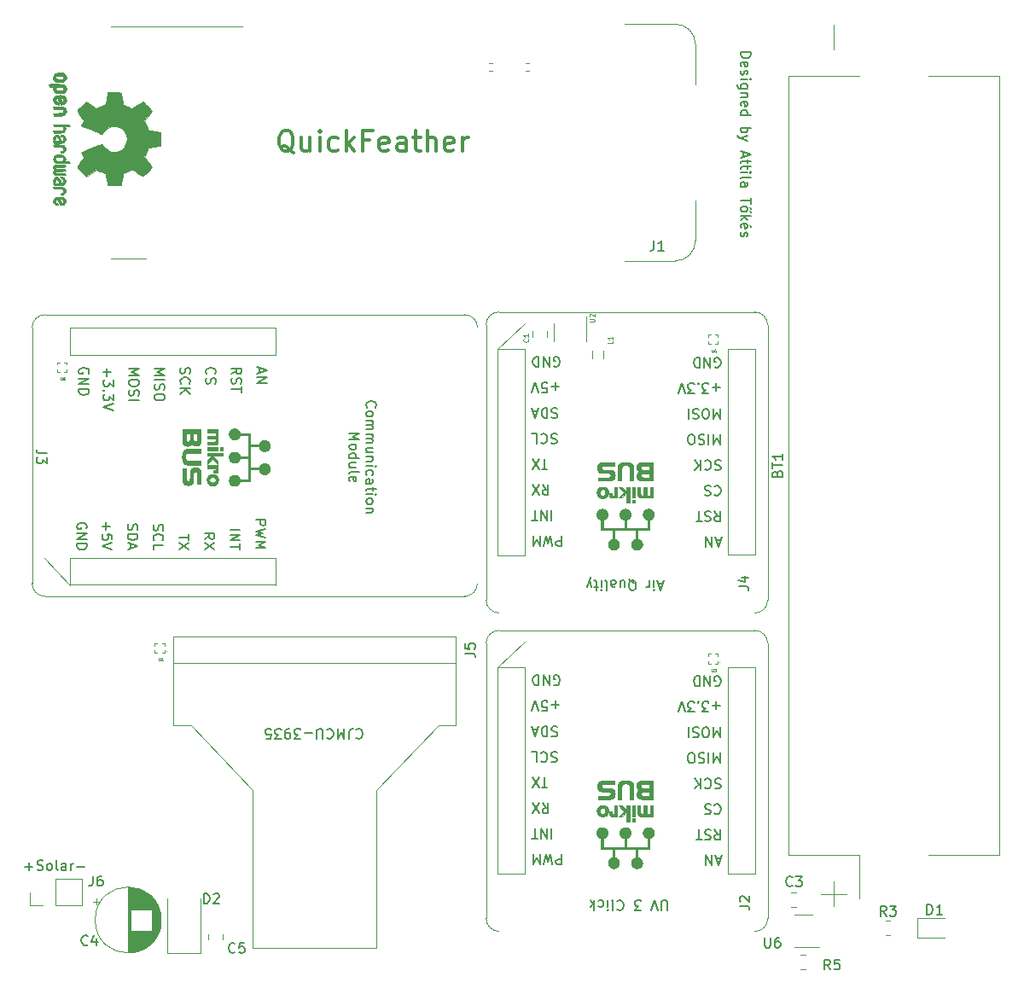
<source format=gbr>
G04 #@! TF.GenerationSoftware,KiCad,Pcbnew,5.1.9-73d0e3b20d~88~ubuntu20.04.1*
G04 #@! TF.CreationDate,2021-03-19T21:26:38+02:00*
G04 #@! TF.ProjectId,QuickFeather-Enviroment-Monitor,51756963-6b46-4656-9174-6865722d456e,rev?*
G04 #@! TF.SameCoordinates,Original*
G04 #@! TF.FileFunction,Legend,Top*
G04 #@! TF.FilePolarity,Positive*
%FSLAX46Y46*%
G04 Gerber Fmt 4.6, Leading zero omitted, Abs format (unit mm)*
G04 Created by KiCad (PCBNEW 5.1.9-73d0e3b20d~88~ubuntu20.04.1) date 2021-03-19 21:26:38*
%MOMM*%
%LPD*%
G01*
G04 APERTURE LIST*
%ADD10C,0.150000*%
%ADD11C,0.120000*%
%ADD12C,0.125334*%
%ADD13C,0.010000*%
%ADD14C,0.100000*%
%ADD15C,0.060000*%
%ADD16C,0.300000*%
%ADD17C,0.015000*%
G04 APERTURE END LIST*
D10*
X102087619Y-38410952D02*
X103087619Y-38410952D01*
X103087619Y-38649047D01*
X103040000Y-38791904D01*
X102944761Y-38887142D01*
X102849523Y-38934761D01*
X102659047Y-38982380D01*
X102516190Y-38982380D01*
X102325714Y-38934761D01*
X102230476Y-38887142D01*
X102135238Y-38791904D01*
X102087619Y-38649047D01*
X102087619Y-38410952D01*
X102135238Y-39791904D02*
X102087619Y-39696666D01*
X102087619Y-39506190D01*
X102135238Y-39410952D01*
X102230476Y-39363333D01*
X102611428Y-39363333D01*
X102706666Y-39410952D01*
X102754285Y-39506190D01*
X102754285Y-39696666D01*
X102706666Y-39791904D01*
X102611428Y-39839523D01*
X102516190Y-39839523D01*
X102420952Y-39363333D01*
X102135238Y-40220476D02*
X102087619Y-40315714D01*
X102087619Y-40506190D01*
X102135238Y-40601428D01*
X102230476Y-40649047D01*
X102278095Y-40649047D01*
X102373333Y-40601428D01*
X102420952Y-40506190D01*
X102420952Y-40363333D01*
X102468571Y-40268095D01*
X102563809Y-40220476D01*
X102611428Y-40220476D01*
X102706666Y-40268095D01*
X102754285Y-40363333D01*
X102754285Y-40506190D01*
X102706666Y-40601428D01*
X102087619Y-41077619D02*
X102754285Y-41077619D01*
X103087619Y-41077619D02*
X103040000Y-41029999D01*
X102992380Y-41077619D01*
X103040000Y-41125238D01*
X103087619Y-41077619D01*
X102992380Y-41077619D01*
X102754285Y-41982380D02*
X101944761Y-41982380D01*
X101849523Y-41934761D01*
X101801904Y-41887142D01*
X101754285Y-41791904D01*
X101754285Y-41649047D01*
X101801904Y-41553809D01*
X102135238Y-41982380D02*
X102087619Y-41887142D01*
X102087619Y-41696666D01*
X102135238Y-41601428D01*
X102182857Y-41553809D01*
X102278095Y-41506190D01*
X102563809Y-41506190D01*
X102659047Y-41553809D01*
X102706666Y-41601428D01*
X102754285Y-41696666D01*
X102754285Y-41887142D01*
X102706666Y-41982380D01*
X102754285Y-42458571D02*
X102087619Y-42458571D01*
X102659047Y-42458571D02*
X102706666Y-42506190D01*
X102754285Y-42601428D01*
X102754285Y-42744285D01*
X102706666Y-42839523D01*
X102611428Y-42887142D01*
X102087619Y-42887142D01*
X102135238Y-43744285D02*
X102087619Y-43649047D01*
X102087619Y-43458571D01*
X102135238Y-43363333D01*
X102230476Y-43315714D01*
X102611428Y-43315714D01*
X102706666Y-43363333D01*
X102754285Y-43458571D01*
X102754285Y-43649047D01*
X102706666Y-43744285D01*
X102611428Y-43791904D01*
X102516190Y-43791904D01*
X102420952Y-43315714D01*
X102087619Y-44649047D02*
X103087619Y-44649047D01*
X102135238Y-44649047D02*
X102087619Y-44553809D01*
X102087619Y-44363333D01*
X102135238Y-44268095D01*
X102182857Y-44220476D01*
X102278095Y-44172857D01*
X102563809Y-44172857D01*
X102659047Y-44220476D01*
X102706666Y-44268095D01*
X102754285Y-44363333D01*
X102754285Y-44553809D01*
X102706666Y-44649047D01*
X102087619Y-45887142D02*
X103087619Y-45887142D01*
X102706666Y-45887142D02*
X102754285Y-45982380D01*
X102754285Y-46172857D01*
X102706666Y-46268095D01*
X102659047Y-46315714D01*
X102563809Y-46363333D01*
X102278095Y-46363333D01*
X102182857Y-46315714D01*
X102135238Y-46268095D01*
X102087619Y-46172857D01*
X102087619Y-45982380D01*
X102135238Y-45887142D01*
X102754285Y-46696666D02*
X102087619Y-46934761D01*
X102754285Y-47172857D02*
X102087619Y-46934761D01*
X101849523Y-46839523D01*
X101801904Y-46791904D01*
X101754285Y-46696666D01*
X102373333Y-48268095D02*
X102373333Y-48744285D01*
X102087619Y-48172857D02*
X103087619Y-48506190D01*
X102087619Y-48839523D01*
X102754285Y-49029999D02*
X102754285Y-49410952D01*
X103087619Y-49172857D02*
X102230476Y-49172857D01*
X102135238Y-49220476D01*
X102087619Y-49315714D01*
X102087619Y-49410952D01*
X102754285Y-49601428D02*
X102754285Y-49982380D01*
X103087619Y-49744285D02*
X102230476Y-49744285D01*
X102135238Y-49791904D01*
X102087619Y-49887142D01*
X102087619Y-49982380D01*
X102087619Y-50315714D02*
X102754285Y-50315714D01*
X103087619Y-50315714D02*
X103040000Y-50268095D01*
X102992380Y-50315714D01*
X103040000Y-50363333D01*
X103087619Y-50315714D01*
X102992380Y-50315714D01*
X102087619Y-50934761D02*
X102135238Y-50839523D01*
X102230476Y-50791904D01*
X103087619Y-50791904D01*
X102087619Y-51744285D02*
X102611428Y-51744285D01*
X102706666Y-51696666D01*
X102754285Y-51601428D01*
X102754285Y-51410952D01*
X102706666Y-51315714D01*
X102135238Y-51744285D02*
X102087619Y-51649047D01*
X102087619Y-51410952D01*
X102135238Y-51315714D01*
X102230476Y-51268095D01*
X102325714Y-51268095D01*
X102420952Y-51315714D01*
X102468571Y-51410952D01*
X102468571Y-51649047D01*
X102516190Y-51744285D01*
X103087619Y-52839523D02*
X103087619Y-53410952D01*
X102087619Y-53125238D02*
X103087619Y-53125238D01*
X102087619Y-53887142D02*
X102135238Y-53791904D01*
X102182857Y-53744285D01*
X102278095Y-53696666D01*
X102563809Y-53696666D01*
X102659047Y-53744285D01*
X102706666Y-53791904D01*
X102754285Y-53887142D01*
X102754285Y-54029999D01*
X102706666Y-54125238D01*
X102659047Y-54172857D01*
X102563809Y-54220476D01*
X102278095Y-54220476D01*
X102182857Y-54172857D01*
X102135238Y-54125238D01*
X102087619Y-54029999D01*
X102087619Y-53887142D01*
X103135238Y-53934761D02*
X102992380Y-53791904D01*
X103135238Y-54268095D02*
X102992380Y-54125238D01*
X102087619Y-54649047D02*
X103087619Y-54649047D01*
X102468571Y-54744285D02*
X102087619Y-55029999D01*
X102754285Y-55029999D02*
X102373333Y-54649047D01*
X102135238Y-55839523D02*
X102087619Y-55744285D01*
X102087619Y-55553809D01*
X102135238Y-55458571D01*
X102230476Y-55410952D01*
X102611428Y-55410952D01*
X102706666Y-55458571D01*
X102754285Y-55553809D01*
X102754285Y-55744285D01*
X102706666Y-55839523D01*
X102611428Y-55887142D01*
X102516190Y-55887142D01*
X102420952Y-55410952D01*
X103135238Y-55744285D02*
X102992380Y-55601428D01*
X102135238Y-56268095D02*
X102087619Y-56363333D01*
X102087619Y-56553809D01*
X102135238Y-56649047D01*
X102230476Y-56696666D01*
X102278095Y-56696666D01*
X102373333Y-56649047D01*
X102420952Y-56553809D01*
X102420952Y-56410952D01*
X102468571Y-56315714D01*
X102563809Y-56268095D01*
X102611428Y-56268095D01*
X102706666Y-56315714D01*
X102754285Y-56410952D01*
X102754285Y-56553809D01*
X102706666Y-56649047D01*
X31087619Y-119191428D02*
X31849523Y-119191428D01*
X31468571Y-119572380D02*
X31468571Y-118810476D01*
X32278095Y-119524761D02*
X32420952Y-119572380D01*
X32659047Y-119572380D01*
X32754285Y-119524761D01*
X32801904Y-119477142D01*
X32849523Y-119381904D01*
X32849523Y-119286666D01*
X32801904Y-119191428D01*
X32754285Y-119143809D01*
X32659047Y-119096190D01*
X32468571Y-119048571D01*
X32373333Y-119000952D01*
X32325714Y-118953333D01*
X32278095Y-118858095D01*
X32278095Y-118762857D01*
X32325714Y-118667619D01*
X32373333Y-118620000D01*
X32468571Y-118572380D01*
X32706666Y-118572380D01*
X32849523Y-118620000D01*
X33420952Y-119572380D02*
X33325714Y-119524761D01*
X33278095Y-119477142D01*
X33230476Y-119381904D01*
X33230476Y-119096190D01*
X33278095Y-119000952D01*
X33325714Y-118953333D01*
X33420952Y-118905714D01*
X33563809Y-118905714D01*
X33659047Y-118953333D01*
X33706666Y-119000952D01*
X33754285Y-119096190D01*
X33754285Y-119381904D01*
X33706666Y-119477142D01*
X33659047Y-119524761D01*
X33563809Y-119572380D01*
X33420952Y-119572380D01*
X34325714Y-119572380D02*
X34230476Y-119524761D01*
X34182857Y-119429523D01*
X34182857Y-118572380D01*
X35135238Y-119572380D02*
X35135238Y-119048571D01*
X35087619Y-118953333D01*
X34992380Y-118905714D01*
X34801904Y-118905714D01*
X34706666Y-118953333D01*
X35135238Y-119524761D02*
X35040000Y-119572380D01*
X34801904Y-119572380D01*
X34706666Y-119524761D01*
X34659047Y-119429523D01*
X34659047Y-119334285D01*
X34706666Y-119239047D01*
X34801904Y-119191428D01*
X35040000Y-119191428D01*
X35135238Y-119143809D01*
X35611428Y-119572380D02*
X35611428Y-118905714D01*
X35611428Y-119096190D02*
X35659047Y-119000952D01*
X35706666Y-118953333D01*
X35801904Y-118905714D01*
X35897142Y-118905714D01*
X36230476Y-119191428D02*
X36992380Y-119191428D01*
X63940476Y-105622857D02*
X63988095Y-105575238D01*
X64130952Y-105527619D01*
X64226190Y-105527619D01*
X64369047Y-105575238D01*
X64464285Y-105670476D01*
X64511904Y-105765714D01*
X64559523Y-105956190D01*
X64559523Y-106099047D01*
X64511904Y-106289523D01*
X64464285Y-106384761D01*
X64369047Y-106480000D01*
X64226190Y-106527619D01*
X64130952Y-106527619D01*
X63988095Y-106480000D01*
X63940476Y-106432380D01*
X63226190Y-106527619D02*
X63226190Y-105813333D01*
X63273809Y-105670476D01*
X63369047Y-105575238D01*
X63511904Y-105527619D01*
X63607142Y-105527619D01*
X62750000Y-105527619D02*
X62750000Y-106527619D01*
X62416666Y-105813333D01*
X62083333Y-106527619D01*
X62083333Y-105527619D01*
X61035714Y-105622857D02*
X61083333Y-105575238D01*
X61226190Y-105527619D01*
X61321428Y-105527619D01*
X61464285Y-105575238D01*
X61559523Y-105670476D01*
X61607142Y-105765714D01*
X61654761Y-105956190D01*
X61654761Y-106099047D01*
X61607142Y-106289523D01*
X61559523Y-106384761D01*
X61464285Y-106480000D01*
X61321428Y-106527619D01*
X61226190Y-106527619D01*
X61083333Y-106480000D01*
X61035714Y-106432380D01*
X60607142Y-106527619D02*
X60607142Y-105718095D01*
X60559523Y-105622857D01*
X60511904Y-105575238D01*
X60416666Y-105527619D01*
X60226190Y-105527619D01*
X60130952Y-105575238D01*
X60083333Y-105622857D01*
X60035714Y-105718095D01*
X60035714Y-106527619D01*
X59559523Y-105908571D02*
X58797619Y-105908571D01*
X58416666Y-106527619D02*
X57797619Y-106527619D01*
X58130952Y-106146666D01*
X57988095Y-106146666D01*
X57892857Y-106099047D01*
X57845238Y-106051428D01*
X57797619Y-105956190D01*
X57797619Y-105718095D01*
X57845238Y-105622857D01*
X57892857Y-105575238D01*
X57988095Y-105527619D01*
X58273809Y-105527619D01*
X58369047Y-105575238D01*
X58416666Y-105622857D01*
X57321428Y-105527619D02*
X57130952Y-105527619D01*
X57035714Y-105575238D01*
X56988095Y-105622857D01*
X56892857Y-105765714D01*
X56845238Y-105956190D01*
X56845238Y-106337142D01*
X56892857Y-106432380D01*
X56940476Y-106480000D01*
X57035714Y-106527619D01*
X57226190Y-106527619D01*
X57321428Y-106480000D01*
X57369047Y-106432380D01*
X57416666Y-106337142D01*
X57416666Y-106099047D01*
X57369047Y-106003809D01*
X57321428Y-105956190D01*
X57226190Y-105908571D01*
X57035714Y-105908571D01*
X56940476Y-105956190D01*
X56892857Y-106003809D01*
X56845238Y-106099047D01*
X56511904Y-106527619D02*
X55892857Y-106527619D01*
X56226190Y-106146666D01*
X56083333Y-106146666D01*
X55988095Y-106099047D01*
X55940476Y-106051428D01*
X55892857Y-105956190D01*
X55892857Y-105718095D01*
X55940476Y-105622857D01*
X55988095Y-105575238D01*
X56083333Y-105527619D01*
X56369047Y-105527619D01*
X56464285Y-105575238D01*
X56511904Y-105622857D01*
X54988095Y-106527619D02*
X55464285Y-106527619D01*
X55511904Y-106051428D01*
X55464285Y-106099047D01*
X55369047Y-106146666D01*
X55130952Y-106146666D01*
X55035714Y-106099047D01*
X54988095Y-106051428D01*
X54940476Y-105956190D01*
X54940476Y-105718095D01*
X54988095Y-105622857D01*
X55035714Y-105575238D01*
X55130952Y-105527619D01*
X55369047Y-105527619D01*
X55464285Y-105575238D01*
X55511904Y-105622857D01*
X94391904Y-91083333D02*
X93915714Y-91083333D01*
X94487142Y-90797619D02*
X94153809Y-91797619D01*
X93820476Y-90797619D01*
X93487142Y-90797619D02*
X93487142Y-91464285D01*
X93487142Y-91797619D02*
X93534761Y-91750000D01*
X93487142Y-91702380D01*
X93439523Y-91750000D01*
X93487142Y-91797619D01*
X93487142Y-91702380D01*
X93010952Y-90797619D02*
X93010952Y-91464285D01*
X93010952Y-91273809D02*
X92963333Y-91369047D01*
X92915714Y-91416666D01*
X92820476Y-91464285D01*
X92725238Y-91464285D01*
X90963333Y-90702380D02*
X91058571Y-90750000D01*
X91153809Y-90845238D01*
X91296666Y-90988095D01*
X91391904Y-91035714D01*
X91487142Y-91035714D01*
X91439523Y-90797619D02*
X91534761Y-90845238D01*
X91630000Y-90940476D01*
X91677619Y-91130952D01*
X91677619Y-91464285D01*
X91630000Y-91654761D01*
X91534761Y-91750000D01*
X91439523Y-91797619D01*
X91249047Y-91797619D01*
X91153809Y-91750000D01*
X91058571Y-91654761D01*
X91010952Y-91464285D01*
X91010952Y-91130952D01*
X91058571Y-90940476D01*
X91153809Y-90845238D01*
X91249047Y-90797619D01*
X91439523Y-90797619D01*
X90153809Y-91464285D02*
X90153809Y-90797619D01*
X90582380Y-91464285D02*
X90582380Y-90940476D01*
X90534761Y-90845238D01*
X90439523Y-90797619D01*
X90296666Y-90797619D01*
X90201428Y-90845238D01*
X90153809Y-90892857D01*
X89249047Y-90797619D02*
X89249047Y-91321428D01*
X89296666Y-91416666D01*
X89391904Y-91464285D01*
X89582380Y-91464285D01*
X89677619Y-91416666D01*
X89249047Y-90845238D02*
X89344285Y-90797619D01*
X89582380Y-90797619D01*
X89677619Y-90845238D01*
X89725238Y-90940476D01*
X89725238Y-91035714D01*
X89677619Y-91130952D01*
X89582380Y-91178571D01*
X89344285Y-91178571D01*
X89249047Y-91226190D01*
X88630000Y-90797619D02*
X88725238Y-90845238D01*
X88772857Y-90940476D01*
X88772857Y-91797619D01*
X88249047Y-90797619D02*
X88249047Y-91464285D01*
X88249047Y-91797619D02*
X88296666Y-91750000D01*
X88249047Y-91702380D01*
X88201428Y-91750000D01*
X88249047Y-91797619D01*
X88249047Y-91702380D01*
X87915714Y-91464285D02*
X87534761Y-91464285D01*
X87772857Y-91797619D02*
X87772857Y-90940476D01*
X87725238Y-90845238D01*
X87630000Y-90797619D01*
X87534761Y-90797619D01*
X87296666Y-91464285D02*
X87058571Y-90797619D01*
X86820476Y-91464285D02*
X87058571Y-90797619D01*
X87153809Y-90559523D01*
X87201428Y-90511904D01*
X87296666Y-90464285D01*
X94785714Y-123537619D02*
X94785714Y-122728095D01*
X94738095Y-122632857D01*
X94690476Y-122585238D01*
X94595238Y-122537619D01*
X94404761Y-122537619D01*
X94309523Y-122585238D01*
X94261904Y-122632857D01*
X94214285Y-122728095D01*
X94214285Y-123537619D01*
X93880952Y-123537619D02*
X93547619Y-122537619D01*
X93214285Y-123537619D01*
X92214285Y-123537619D02*
X91595238Y-123537619D01*
X91928571Y-123156666D01*
X91785714Y-123156666D01*
X91690476Y-123109047D01*
X91642857Y-123061428D01*
X91595238Y-122966190D01*
X91595238Y-122728095D01*
X91642857Y-122632857D01*
X91690476Y-122585238D01*
X91785714Y-122537619D01*
X92071428Y-122537619D01*
X92166666Y-122585238D01*
X92214285Y-122632857D01*
X89833333Y-122632857D02*
X89880952Y-122585238D01*
X90023809Y-122537619D01*
X90119047Y-122537619D01*
X90261904Y-122585238D01*
X90357142Y-122680476D01*
X90404761Y-122775714D01*
X90452380Y-122966190D01*
X90452380Y-123109047D01*
X90404761Y-123299523D01*
X90357142Y-123394761D01*
X90261904Y-123490000D01*
X90119047Y-123537619D01*
X90023809Y-123537619D01*
X89880952Y-123490000D01*
X89833333Y-123442380D01*
X89261904Y-122537619D02*
X89357142Y-122585238D01*
X89404761Y-122680476D01*
X89404761Y-123537619D01*
X88880952Y-122537619D02*
X88880952Y-123204285D01*
X88880952Y-123537619D02*
X88928571Y-123490000D01*
X88880952Y-123442380D01*
X88833333Y-123490000D01*
X88880952Y-123537619D01*
X88880952Y-123442380D01*
X87976190Y-122585238D02*
X88071428Y-122537619D01*
X88261904Y-122537619D01*
X88357142Y-122585238D01*
X88404761Y-122632857D01*
X88452380Y-122728095D01*
X88452380Y-123013809D01*
X88404761Y-123109047D01*
X88357142Y-123156666D01*
X88261904Y-123204285D01*
X88071428Y-123204285D01*
X87976190Y-123156666D01*
X87547619Y-122537619D02*
X87547619Y-123537619D01*
X87452380Y-122918571D02*
X87166666Y-122537619D01*
X87166666Y-123204285D02*
X87547619Y-122823333D01*
X65007857Y-73641428D02*
X64960238Y-73593809D01*
X64912619Y-73450952D01*
X64912619Y-73355714D01*
X64960238Y-73212857D01*
X65055476Y-73117619D01*
X65150714Y-73070000D01*
X65341190Y-73022380D01*
X65484047Y-73022380D01*
X65674523Y-73070000D01*
X65769761Y-73117619D01*
X65865000Y-73212857D01*
X65912619Y-73355714D01*
X65912619Y-73450952D01*
X65865000Y-73593809D01*
X65817380Y-73641428D01*
X64912619Y-74212857D02*
X64960238Y-74117619D01*
X65007857Y-74070000D01*
X65103095Y-74022380D01*
X65388809Y-74022380D01*
X65484047Y-74070000D01*
X65531666Y-74117619D01*
X65579285Y-74212857D01*
X65579285Y-74355714D01*
X65531666Y-74450952D01*
X65484047Y-74498571D01*
X65388809Y-74546190D01*
X65103095Y-74546190D01*
X65007857Y-74498571D01*
X64960238Y-74450952D01*
X64912619Y-74355714D01*
X64912619Y-74212857D01*
X64912619Y-74974761D02*
X65579285Y-74974761D01*
X65484047Y-74974761D02*
X65531666Y-75022380D01*
X65579285Y-75117619D01*
X65579285Y-75260476D01*
X65531666Y-75355714D01*
X65436428Y-75403333D01*
X64912619Y-75403333D01*
X65436428Y-75403333D02*
X65531666Y-75450952D01*
X65579285Y-75546190D01*
X65579285Y-75689047D01*
X65531666Y-75784285D01*
X65436428Y-75831904D01*
X64912619Y-75831904D01*
X64912619Y-76308095D02*
X65579285Y-76308095D01*
X65484047Y-76308095D02*
X65531666Y-76355714D01*
X65579285Y-76450952D01*
X65579285Y-76593809D01*
X65531666Y-76689047D01*
X65436428Y-76736666D01*
X64912619Y-76736666D01*
X65436428Y-76736666D02*
X65531666Y-76784285D01*
X65579285Y-76879523D01*
X65579285Y-77022380D01*
X65531666Y-77117619D01*
X65436428Y-77165238D01*
X64912619Y-77165238D01*
X65579285Y-78070000D02*
X64912619Y-78070000D01*
X65579285Y-77641428D02*
X65055476Y-77641428D01*
X64960238Y-77689047D01*
X64912619Y-77784285D01*
X64912619Y-77927142D01*
X64960238Y-78022380D01*
X65007857Y-78070000D01*
X65579285Y-78546190D02*
X64912619Y-78546190D01*
X65484047Y-78546190D02*
X65531666Y-78593809D01*
X65579285Y-78689047D01*
X65579285Y-78831904D01*
X65531666Y-78927142D01*
X65436428Y-78974761D01*
X64912619Y-78974761D01*
X64912619Y-79450952D02*
X65579285Y-79450952D01*
X65912619Y-79450952D02*
X65865000Y-79403333D01*
X65817380Y-79450952D01*
X65865000Y-79498571D01*
X65912619Y-79450952D01*
X65817380Y-79450952D01*
X64960238Y-80355714D02*
X64912619Y-80260476D01*
X64912619Y-80070000D01*
X64960238Y-79974761D01*
X65007857Y-79927142D01*
X65103095Y-79879523D01*
X65388809Y-79879523D01*
X65484047Y-79927142D01*
X65531666Y-79974761D01*
X65579285Y-80070000D01*
X65579285Y-80260476D01*
X65531666Y-80355714D01*
X64912619Y-81212857D02*
X65436428Y-81212857D01*
X65531666Y-81165238D01*
X65579285Y-81070000D01*
X65579285Y-80879523D01*
X65531666Y-80784285D01*
X64960238Y-81212857D02*
X64912619Y-81117619D01*
X64912619Y-80879523D01*
X64960238Y-80784285D01*
X65055476Y-80736666D01*
X65150714Y-80736666D01*
X65245952Y-80784285D01*
X65293571Y-80879523D01*
X65293571Y-81117619D01*
X65341190Y-81212857D01*
X65579285Y-81546190D02*
X65579285Y-81927142D01*
X65912619Y-81689047D02*
X65055476Y-81689047D01*
X64960238Y-81736666D01*
X64912619Y-81831904D01*
X64912619Y-81927142D01*
X64912619Y-82260476D02*
X65579285Y-82260476D01*
X65912619Y-82260476D02*
X65865000Y-82212857D01*
X65817380Y-82260476D01*
X65865000Y-82308095D01*
X65912619Y-82260476D01*
X65817380Y-82260476D01*
X64912619Y-82879523D02*
X64960238Y-82784285D01*
X65007857Y-82736666D01*
X65103095Y-82689047D01*
X65388809Y-82689047D01*
X65484047Y-82736666D01*
X65531666Y-82784285D01*
X65579285Y-82879523D01*
X65579285Y-83022380D01*
X65531666Y-83117619D01*
X65484047Y-83165238D01*
X65388809Y-83212857D01*
X65103095Y-83212857D01*
X65007857Y-83165238D01*
X64960238Y-83117619D01*
X64912619Y-83022380D01*
X64912619Y-82879523D01*
X65579285Y-83641428D02*
X64912619Y-83641428D01*
X65484047Y-83641428D02*
X65531666Y-83689047D01*
X65579285Y-83784285D01*
X65579285Y-83927142D01*
X65531666Y-84022380D01*
X65436428Y-84070000D01*
X64912619Y-84070000D01*
X63262619Y-76189047D02*
X64262619Y-76189047D01*
X63548333Y-76522380D01*
X64262619Y-76855714D01*
X63262619Y-76855714D01*
X63262619Y-77474761D02*
X63310238Y-77379523D01*
X63357857Y-77331904D01*
X63453095Y-77284285D01*
X63738809Y-77284285D01*
X63834047Y-77331904D01*
X63881666Y-77379523D01*
X63929285Y-77474761D01*
X63929285Y-77617619D01*
X63881666Y-77712857D01*
X63834047Y-77760476D01*
X63738809Y-77808095D01*
X63453095Y-77808095D01*
X63357857Y-77760476D01*
X63310238Y-77712857D01*
X63262619Y-77617619D01*
X63262619Y-77474761D01*
X63262619Y-78665238D02*
X64262619Y-78665238D01*
X63310238Y-78665238D02*
X63262619Y-78570000D01*
X63262619Y-78379523D01*
X63310238Y-78284285D01*
X63357857Y-78236666D01*
X63453095Y-78189047D01*
X63738809Y-78189047D01*
X63834047Y-78236666D01*
X63881666Y-78284285D01*
X63929285Y-78379523D01*
X63929285Y-78570000D01*
X63881666Y-78665238D01*
X63929285Y-79570000D02*
X63262619Y-79570000D01*
X63929285Y-79141428D02*
X63405476Y-79141428D01*
X63310238Y-79189047D01*
X63262619Y-79284285D01*
X63262619Y-79427142D01*
X63310238Y-79522380D01*
X63357857Y-79570000D01*
X63262619Y-80189047D02*
X63310238Y-80093809D01*
X63405476Y-80046190D01*
X64262619Y-80046190D01*
X63310238Y-80950952D02*
X63262619Y-80855714D01*
X63262619Y-80665238D01*
X63310238Y-80570000D01*
X63405476Y-80522380D01*
X63786428Y-80522380D01*
X63881666Y-80570000D01*
X63929285Y-80665238D01*
X63929285Y-80855714D01*
X63881666Y-80950952D01*
X63786428Y-80998571D01*
X63691190Y-80998571D01*
X63595952Y-80522380D01*
D11*
X39600000Y-35850000D02*
X52600000Y-35850000D01*
X95600000Y-59100000D02*
X90600000Y-59100000D01*
X97600000Y-57100000D02*
X97600000Y-53100000D01*
X39600000Y-58850000D02*
X43100000Y-58850000D01*
X97600000Y-37600000D02*
X97600000Y-41600000D01*
X95600000Y-35600000D02*
X90600000Y-35600000D01*
X95600000Y-35600000D02*
G75*
G02*
X97600000Y-37600000I0J-2000000D01*
G01*
X97600000Y-57100000D02*
G75*
G02*
X95600000Y-59100000I-2000000J0D01*
G01*
X35504000Y-88612000D02*
X35504000Y-91272000D01*
X33040000Y-92380000D02*
X74696000Y-92380000D01*
X33040000Y-64440000D02*
X74696000Y-64440000D01*
X31770000Y-65710000D02*
X31770000Y-91110000D01*
D12*
G36*
X49139746Y-78436564D02*
G01*
X49139746Y-78154413D01*
X50709437Y-78154413D01*
X50709437Y-78436564D01*
X49695120Y-78436564D01*
X50211207Y-78891935D01*
X50211207Y-79250875D01*
X49687977Y-78752645D01*
X49139746Y-79250875D01*
X49139746Y-78868720D01*
X49661191Y-78436564D01*
X49139746Y-78436564D01*
G37*
X49139746Y-78436564D02*
X49139746Y-78154413D01*
X50709437Y-78154413D01*
X50709437Y-78436564D01*
X49695120Y-78436564D01*
X50211207Y-78891935D01*
X50211207Y-79250875D01*
X49687977Y-78752645D01*
X49139746Y-79250875D01*
X49139746Y-78868720D01*
X49661191Y-78436564D01*
X49139746Y-78436564D01*
G36*
X50211207Y-75825772D02*
G01*
X50211207Y-76907947D01*
X50210287Y-76935494D01*
X50208864Y-76961911D01*
X50206939Y-76987240D01*
X50204510Y-77011522D01*
X50201580Y-77034800D01*
X50198147Y-77057115D01*
X50194213Y-77078509D01*
X50189778Y-77099025D01*
X50182785Y-77125208D01*
X50174303Y-77150150D01*
X50164333Y-77173804D01*
X50152873Y-77196117D01*
X50139926Y-77217042D01*
X50125490Y-77236528D01*
X50110179Y-77254534D01*
X50092884Y-77271053D01*
X50073703Y-77286083D01*
X50052737Y-77299625D01*
X50030084Y-77311680D01*
X50005844Y-77322246D01*
X49986505Y-77329190D01*
X49965972Y-77335276D01*
X49944225Y-77340483D01*
X49921244Y-77344790D01*
X49897007Y-77348177D01*
X49871493Y-77350622D01*
X49844682Y-77352104D01*
X49816552Y-77352603D01*
X49137961Y-77352603D01*
X49137961Y-77070451D01*
X49780838Y-77070451D01*
X49813627Y-77069582D01*
X49843074Y-77066995D01*
X49869116Y-77062720D01*
X49891691Y-77056791D01*
X49910735Y-77049236D01*
X49926188Y-77040089D01*
X49937985Y-77029380D01*
X49949311Y-77014350D01*
X49958356Y-76996045D01*
X49965218Y-76974467D01*
X49969997Y-76949615D01*
X49972791Y-76921490D01*
X49973701Y-76890090D01*
X49973701Y-76874086D01*
X49973701Y-76851333D01*
X49973701Y-76822231D01*
X49972671Y-76798430D01*
X49972142Y-76775131D01*
X49971947Y-76752167D01*
X49971920Y-76729370D01*
X49137967Y-76729370D01*
X49137967Y-76440076D01*
X49971920Y-76440076D01*
X49971920Y-76106137D01*
X49137967Y-76106137D01*
X49137967Y-75823986D01*
X50211213Y-75823986D01*
X50211207Y-75825772D01*
G37*
X50211207Y-75825772D02*
X50211207Y-76907947D01*
X50210287Y-76935494D01*
X50208864Y-76961911D01*
X50206939Y-76987240D01*
X50204510Y-77011522D01*
X50201580Y-77034800D01*
X50198147Y-77057115D01*
X50194213Y-77078509D01*
X50189778Y-77099025D01*
X50182785Y-77125208D01*
X50174303Y-77150150D01*
X50164333Y-77173804D01*
X50152873Y-77196117D01*
X50139926Y-77217042D01*
X50125490Y-77236528D01*
X50110179Y-77254534D01*
X50092884Y-77271053D01*
X50073703Y-77286083D01*
X50052737Y-77299625D01*
X50030084Y-77311680D01*
X50005844Y-77322246D01*
X49986505Y-77329190D01*
X49965972Y-77335276D01*
X49944225Y-77340483D01*
X49921244Y-77344790D01*
X49897007Y-77348177D01*
X49871493Y-77350622D01*
X49844682Y-77352104D01*
X49816552Y-77352603D01*
X49137961Y-77352603D01*
X49137961Y-77070451D01*
X49780838Y-77070451D01*
X49813627Y-77069582D01*
X49843074Y-77066995D01*
X49869116Y-77062720D01*
X49891691Y-77056791D01*
X49910735Y-77049236D01*
X49926188Y-77040089D01*
X49937985Y-77029380D01*
X49949311Y-77014350D01*
X49958356Y-76996045D01*
X49965218Y-76974467D01*
X49969997Y-76949615D01*
X49972791Y-76921490D01*
X49973701Y-76890090D01*
X49973701Y-76874086D01*
X49973701Y-76851333D01*
X49973701Y-76822231D01*
X49972671Y-76798430D01*
X49972142Y-76775131D01*
X49971947Y-76752167D01*
X49971920Y-76729370D01*
X49137967Y-76729370D01*
X49137967Y-76440076D01*
X49971920Y-76440076D01*
X49971920Y-76106137D01*
X49137967Y-76106137D01*
X49137967Y-75823986D01*
X50211213Y-75823986D01*
X50211207Y-75825772D01*
G36*
X50211207Y-79368735D02*
G01*
X50211207Y-79845536D01*
X50210621Y-79877341D01*
X50208864Y-79907117D01*
X50205935Y-79934841D01*
X50201833Y-79960494D01*
X50196560Y-79984055D01*
X50190115Y-80005501D01*
X50182497Y-80024813D01*
X50173706Y-80041969D01*
X50160462Y-80062192D01*
X50145729Y-80079934D01*
X50129508Y-80095097D01*
X50111800Y-80107580D01*
X50092602Y-80117286D01*
X50071917Y-80124115D01*
X50052008Y-80129138D01*
X50030506Y-80133474D01*
X50007349Y-80137093D01*
X49982473Y-80139962D01*
X49955816Y-80142051D01*
X49927317Y-80143327D01*
X49896912Y-80143759D01*
X49825482Y-80143759D01*
X49806500Y-80143759D01*
X49785534Y-80143759D01*
X49762979Y-80143759D01*
X49762979Y-79874108D01*
X49854053Y-79874108D01*
X49883183Y-79873693D01*
X49908370Y-79872506D01*
X49929528Y-79870633D01*
X49946571Y-79868160D01*
X49959414Y-79865174D01*
X49975420Y-79856115D01*
X49987458Y-79842688D01*
X49995130Y-79824102D01*
X49997929Y-79809302D01*
X49999957Y-79790559D01*
X50001298Y-79767786D01*
X50002040Y-79740900D01*
X50002268Y-79709813D01*
X50002268Y-79650882D01*
X49137957Y-79650882D01*
X49137957Y-79368731D01*
X50211207Y-79368735D01*
G37*
X50211207Y-79368735D02*
X50211207Y-79845536D01*
X50210621Y-79877341D01*
X50208864Y-79907117D01*
X50205935Y-79934841D01*
X50201833Y-79960494D01*
X50196560Y-79984055D01*
X50190115Y-80005501D01*
X50182497Y-80024813D01*
X50173706Y-80041969D01*
X50160462Y-80062192D01*
X50145729Y-80079934D01*
X50129508Y-80095097D01*
X50111800Y-80107580D01*
X50092602Y-80117286D01*
X50071917Y-80124115D01*
X50052008Y-80129138D01*
X50030506Y-80133474D01*
X50007349Y-80137093D01*
X49982473Y-80139962D01*
X49955816Y-80142051D01*
X49927317Y-80143327D01*
X49896912Y-80143759D01*
X49825482Y-80143759D01*
X49806500Y-80143759D01*
X49785534Y-80143759D01*
X49762979Y-80143759D01*
X49762979Y-79874108D01*
X49854053Y-79874108D01*
X49883183Y-79873693D01*
X49908370Y-79872506D01*
X49929528Y-79870633D01*
X49946571Y-79868160D01*
X49959414Y-79865174D01*
X49975420Y-79856115D01*
X49987458Y-79842688D01*
X49995130Y-79824102D01*
X49997929Y-79809302D01*
X49999957Y-79790559D01*
X50001298Y-79767786D01*
X50002040Y-79740900D01*
X50002268Y-79709813D01*
X50002268Y-79650882D01*
X49137957Y-79650882D01*
X49137957Y-79368731D01*
X50211207Y-79368735D01*
G36*
X49139746Y-77900834D02*
G01*
X49139746Y-77607968D01*
X50211207Y-77607968D01*
X50211207Y-77900834D01*
X49139746Y-77900834D01*
G37*
X49139746Y-77900834D02*
X49139746Y-77607968D01*
X50211207Y-77607968D01*
X50211207Y-77900834D01*
X49139746Y-77900834D01*
G36*
X53421877Y-80965383D02*
G01*
X53421877Y-80786805D01*
X53421877Y-79815348D01*
X54291546Y-79815348D01*
X54295921Y-79839274D01*
X54301329Y-79862819D01*
X54307744Y-79885959D01*
X54315145Y-79908668D01*
X54323505Y-79930922D01*
X54332801Y-79952697D01*
X54343009Y-79973966D01*
X54354104Y-79994706D01*
X54366062Y-80014891D01*
X54378859Y-80034497D01*
X54392472Y-80053498D01*
X54406875Y-80071870D01*
X54422044Y-80089589D01*
X54437955Y-80106628D01*
X54454585Y-80122964D01*
X54471909Y-80138572D01*
X54489902Y-80153426D01*
X54508540Y-80167501D01*
X54527800Y-80180774D01*
X54547657Y-80193219D01*
X54568087Y-80204811D01*
X54589065Y-80215525D01*
X54610568Y-80225337D01*
X54632572Y-80234222D01*
X54655051Y-80242154D01*
X54677982Y-80249110D01*
X54701341Y-80255063D01*
X54725104Y-80259990D01*
X54749246Y-80263865D01*
X54773743Y-80266664D01*
X54798570Y-80268361D01*
X54823705Y-80268933D01*
X54848421Y-80268379D01*
X54872848Y-80266732D01*
X54896964Y-80264017D01*
X54920744Y-80260256D01*
X54944165Y-80255474D01*
X54967203Y-80249694D01*
X54989834Y-80242940D01*
X55012036Y-80235236D01*
X55033784Y-80226604D01*
X55055054Y-80217070D01*
X55075823Y-80206655D01*
X55096067Y-80195385D01*
X55115763Y-80183283D01*
X55134887Y-80170372D01*
X55153416Y-80156676D01*
X55171324Y-80142219D01*
X55188590Y-80127024D01*
X55205189Y-80111115D01*
X55221098Y-80094516D01*
X55236293Y-80077250D01*
X55250750Y-80059341D01*
X55264446Y-80040813D01*
X55277357Y-80021689D01*
X55289459Y-80001993D01*
X55300729Y-79981748D01*
X55311144Y-79960979D01*
X55320678Y-79939709D01*
X55329310Y-79917961D01*
X55337014Y-79895760D01*
X55343768Y-79873128D01*
X55349548Y-79850090D01*
X55354330Y-79826669D01*
X55358090Y-79802889D01*
X55360806Y-79778773D01*
X55362452Y-79754346D01*
X55363006Y-79729630D01*
X55362452Y-79704914D01*
X55360806Y-79680487D01*
X55358090Y-79656371D01*
X55354330Y-79632591D01*
X55349548Y-79609170D01*
X55343768Y-79586132D01*
X55337014Y-79563500D01*
X55329310Y-79541299D01*
X55320678Y-79519551D01*
X55311144Y-79498281D01*
X55300729Y-79477512D01*
X55289459Y-79457267D01*
X55277357Y-79437571D01*
X55264446Y-79418447D01*
X55250750Y-79399919D01*
X55236293Y-79382010D01*
X55221098Y-79364744D01*
X55205189Y-79348145D01*
X55188590Y-79332237D01*
X55171324Y-79317042D01*
X55153416Y-79302585D01*
X55134887Y-79288889D01*
X55115763Y-79275978D01*
X55096067Y-79263875D01*
X55075823Y-79252605D01*
X55055054Y-79242191D01*
X55033784Y-79232657D01*
X55012036Y-79224025D01*
X54989834Y-79216321D01*
X54967203Y-79209567D01*
X54944165Y-79203787D01*
X54920744Y-79199005D01*
X54896964Y-79195244D01*
X54872848Y-79192529D01*
X54848421Y-79190882D01*
X54823705Y-79190328D01*
X54798105Y-79190926D01*
X54772820Y-79192701D01*
X54747877Y-79195626D01*
X54723302Y-79199674D01*
X54699120Y-79204818D01*
X54675357Y-79211032D01*
X54652040Y-79218288D01*
X54629194Y-79226559D01*
X54606845Y-79235819D01*
X54585019Y-79246039D01*
X54563742Y-79257195D01*
X54543039Y-79269258D01*
X54522937Y-79282201D01*
X54503462Y-79295998D01*
X54484639Y-79310621D01*
X54466494Y-79326044D01*
X54449054Y-79342239D01*
X54432344Y-79359180D01*
X54416389Y-79376839D01*
X54401217Y-79395190D01*
X54386852Y-79414206D01*
X54373321Y-79433859D01*
X54360650Y-79454124D01*
X54348864Y-79474971D01*
X54337989Y-79496376D01*
X54328052Y-79518310D01*
X54319078Y-79540748D01*
X54311093Y-79563661D01*
X54304123Y-79587023D01*
X54298194Y-79610806D01*
X54293331Y-79634985D01*
X53423663Y-79634985D01*
X53423663Y-78668884D01*
X53423663Y-78488521D01*
X53423663Y-77517064D01*
X54293331Y-77517064D01*
X54297706Y-77540990D01*
X54303114Y-77564535D01*
X54309530Y-77587675D01*
X54316930Y-77610384D01*
X54325290Y-77632639D01*
X54334586Y-77654413D01*
X54344794Y-77675682D01*
X54355889Y-77696422D01*
X54367848Y-77716607D01*
X54380645Y-77736213D01*
X54394257Y-77755214D01*
X54408660Y-77773587D01*
X54423830Y-77791305D01*
X54439741Y-77808345D01*
X54456371Y-77824680D01*
X54473694Y-77840288D01*
X54491688Y-77855142D01*
X54510326Y-77869218D01*
X54529586Y-77882490D01*
X54549443Y-77894935D01*
X54569873Y-77906527D01*
X54590851Y-77917242D01*
X54612354Y-77927053D01*
X54634358Y-77935938D01*
X54656837Y-77943870D01*
X54679768Y-77950826D01*
X54703127Y-77956779D01*
X54726890Y-77961706D01*
X54751031Y-77965581D01*
X54775528Y-77968380D01*
X54800356Y-77970078D01*
X54825490Y-77970649D01*
X54850206Y-77970095D01*
X54874633Y-77968448D01*
X54898749Y-77965733D01*
X54922529Y-77961972D01*
X54945950Y-77957190D01*
X54968988Y-77951411D01*
X54991620Y-77944657D01*
X55013821Y-77936952D01*
X55035569Y-77928321D01*
X55056839Y-77918786D01*
X55077609Y-77908372D01*
X55097853Y-77897102D01*
X55117549Y-77884999D01*
X55136673Y-77872089D01*
X55155201Y-77858393D01*
X55173110Y-77843935D01*
X55190376Y-77828741D01*
X55206975Y-77812832D01*
X55222884Y-77796233D01*
X55238079Y-77778967D01*
X55252536Y-77761058D01*
X55266232Y-77742530D01*
X55279143Y-77723406D01*
X55291246Y-77703710D01*
X55302516Y-77683466D01*
X55312930Y-77662696D01*
X55322465Y-77641426D01*
X55331096Y-77619678D01*
X55338801Y-77597477D01*
X55345555Y-77574845D01*
X55351335Y-77551807D01*
X55356117Y-77528386D01*
X55359877Y-77504606D01*
X55362592Y-77480491D01*
X55364239Y-77456063D01*
X55364793Y-77431347D01*
X55364239Y-77406632D01*
X55362592Y-77382204D01*
X55359877Y-77358089D01*
X55356117Y-77334308D01*
X55351335Y-77310887D01*
X55345555Y-77287849D01*
X55338801Y-77265218D01*
X55331096Y-77243016D01*
X55322465Y-77221268D01*
X55312930Y-77199998D01*
X55302516Y-77179229D01*
X55291246Y-77158984D01*
X55279143Y-77139288D01*
X55266232Y-77120164D01*
X55252536Y-77101636D01*
X55238079Y-77083727D01*
X55222884Y-77066461D01*
X55206975Y-77049862D01*
X55190376Y-77033953D01*
X55173110Y-77018758D01*
X55155201Y-77004301D01*
X55136673Y-76990605D01*
X55117549Y-76977694D01*
X55097853Y-76965592D01*
X55077609Y-76954322D01*
X55056839Y-76943908D01*
X55035569Y-76934373D01*
X55013821Y-76925741D01*
X54991620Y-76918037D01*
X54968988Y-76911283D01*
X54945950Y-76905503D01*
X54922529Y-76900721D01*
X54898749Y-76896961D01*
X54874633Y-76894245D01*
X54850206Y-76892599D01*
X54825490Y-76892044D01*
X54799890Y-76892642D01*
X54774605Y-76894417D01*
X54749662Y-76897342D01*
X54725087Y-76901390D01*
X54700905Y-76906534D01*
X54677143Y-76912748D01*
X54653825Y-76920004D01*
X54630979Y-76928275D01*
X54608630Y-76937535D01*
X54586804Y-76947756D01*
X54565527Y-76958911D01*
X54544824Y-76970974D01*
X54524723Y-76983917D01*
X54505247Y-76997714D01*
X54486424Y-77012337D01*
X54468280Y-77027760D01*
X54450839Y-77043956D01*
X54434129Y-77060896D01*
X54418175Y-77078556D01*
X54403002Y-77096907D01*
X54388638Y-77115923D01*
X54375107Y-77135576D01*
X54362436Y-77155840D01*
X54350650Y-77176688D01*
X54339775Y-77198093D01*
X54329838Y-77220027D01*
X54320864Y-77242464D01*
X54312879Y-77265377D01*
X54305909Y-77288739D01*
X54299980Y-77312523D01*
X54295118Y-77336701D01*
X53425448Y-77336701D01*
X53425448Y-76184882D01*
X52718284Y-76183101D01*
X52375417Y-76184882D01*
X52370554Y-76160703D01*
X52364625Y-76136919D01*
X52357655Y-76113557D01*
X52349670Y-76090644D01*
X52340696Y-76068207D01*
X52330759Y-76046272D01*
X52319885Y-76024868D01*
X52308099Y-76004020D01*
X52295427Y-75983756D01*
X52281897Y-75964102D01*
X52267532Y-75945087D01*
X52252359Y-75926735D01*
X52236405Y-75909076D01*
X52219695Y-75892135D01*
X52202254Y-75875940D01*
X52184110Y-75860517D01*
X52165287Y-75845894D01*
X52145811Y-75832097D01*
X52125709Y-75819154D01*
X52105007Y-75807091D01*
X52083729Y-75795936D01*
X52061903Y-75785715D01*
X52039554Y-75776455D01*
X52016708Y-75768184D01*
X51993391Y-75760928D01*
X51969628Y-75754714D01*
X51945446Y-75749570D01*
X51920871Y-75745522D01*
X51895928Y-75742597D01*
X51870644Y-75740822D01*
X51845043Y-75740225D01*
X51820327Y-75740779D01*
X51795900Y-75742425D01*
X51771784Y-75745141D01*
X51748004Y-75748901D01*
X51724583Y-75753683D01*
X51701545Y-75759463D01*
X51678914Y-75766217D01*
X51656712Y-75773921D01*
X51634964Y-75782553D01*
X51613694Y-75792087D01*
X51592925Y-75802502D01*
X51572681Y-75813772D01*
X51552985Y-75825874D01*
X51533861Y-75838785D01*
X51515332Y-75852481D01*
X51497424Y-75866938D01*
X51480158Y-75882133D01*
X51463559Y-75898042D01*
X51447650Y-75914641D01*
X51432455Y-75931907D01*
X51417998Y-75949815D01*
X51404302Y-75968344D01*
X51391391Y-75987468D01*
X51379289Y-76007164D01*
X51368019Y-76027408D01*
X51357604Y-76048177D01*
X51348070Y-76069447D01*
X51339438Y-76091195D01*
X51331734Y-76113397D01*
X51324980Y-76136028D01*
X51319200Y-76159066D01*
X51314418Y-76182487D01*
X51310658Y-76206267D01*
X51307942Y-76230383D01*
X51306296Y-76254810D01*
X51305742Y-76279526D01*
X51306296Y-76304242D01*
X51307942Y-76328669D01*
X51310658Y-76352785D01*
X51314418Y-76376565D01*
X51319200Y-76399986D01*
X51324980Y-76423024D01*
X51331734Y-76445656D01*
X51339438Y-76467857D01*
X51348070Y-76489605D01*
X51357604Y-76510875D01*
X51368019Y-76531645D01*
X51379289Y-76551889D01*
X51391391Y-76571585D01*
X51404302Y-76590709D01*
X51417998Y-76609237D01*
X51432455Y-76627146D01*
X51447650Y-76644412D01*
X51463559Y-76661011D01*
X51480158Y-76676920D01*
X51497424Y-76692115D01*
X51515332Y-76706572D01*
X51533861Y-76720268D01*
X51552985Y-76733179D01*
X51572681Y-76745282D01*
X51592925Y-76756552D01*
X51613694Y-76766966D01*
X51634964Y-76776501D01*
X51656712Y-76785132D01*
X51678914Y-76792837D01*
X51701545Y-76799591D01*
X51724583Y-76805370D01*
X51748004Y-76810152D01*
X51771784Y-76813913D01*
X51795900Y-76816628D01*
X51820327Y-76818275D01*
X51845043Y-76818829D01*
X51870178Y-76818258D01*
X51895006Y-76816560D01*
X51919502Y-76813761D01*
X51943644Y-76809886D01*
X51967407Y-76804959D01*
X51990766Y-76799006D01*
X52013697Y-76792051D01*
X52036177Y-76784118D01*
X52058180Y-76775234D01*
X52079683Y-76765422D01*
X52100661Y-76754707D01*
X52121091Y-76743115D01*
X52140948Y-76730670D01*
X52160208Y-76717398D01*
X52178847Y-76703322D01*
X52196840Y-76688468D01*
X52214164Y-76672860D01*
X52230793Y-76656524D01*
X52246705Y-76639485D01*
X52261874Y-76621766D01*
X52276277Y-76603394D01*
X52289889Y-76584393D01*
X52302687Y-76564787D01*
X52314645Y-76544602D01*
X52325740Y-76523862D01*
X52335948Y-76502592D01*
X52345244Y-76480818D01*
X52353604Y-76458564D01*
X52361004Y-76435854D01*
X52367420Y-76412714D01*
X52372827Y-76389169D01*
X52377202Y-76365243D01*
X53246872Y-76365243D01*
X53246872Y-77336701D01*
X53246872Y-77517064D01*
X53246872Y-78488521D01*
X52377202Y-78488521D01*
X52372340Y-78464181D01*
X52366411Y-78440257D01*
X52359441Y-78416774D01*
X52351456Y-78393760D01*
X52342482Y-78371239D01*
X52332545Y-78349239D01*
X52321670Y-78327783D01*
X52309884Y-78306900D01*
X52297213Y-78286613D01*
X52283682Y-78266950D01*
X52269318Y-78247936D01*
X52254145Y-78229597D01*
X52238191Y-78211960D01*
X52221481Y-78195049D01*
X52204040Y-78178890D01*
X52185896Y-78163511D01*
X52167073Y-78148936D01*
X52147597Y-78135191D01*
X52127496Y-78122303D01*
X52106793Y-78110297D01*
X52085516Y-78099199D01*
X52063690Y-78089036D01*
X52041341Y-78079832D01*
X52018495Y-78071614D01*
X51995177Y-78064407D01*
X51971415Y-78058239D01*
X51947233Y-78053133D01*
X51922658Y-78049118D01*
X51897715Y-78046217D01*
X51872430Y-78044458D01*
X51846830Y-78043866D01*
X51822114Y-78044420D01*
X51797687Y-78046066D01*
X51773571Y-78048782D01*
X51749791Y-78052542D01*
X51726370Y-78057324D01*
X51703332Y-78063104D01*
X51680700Y-78069858D01*
X51658499Y-78077563D01*
X51636751Y-78086194D01*
X51615481Y-78095729D01*
X51594711Y-78106143D01*
X51574467Y-78117413D01*
X51554771Y-78129515D01*
X51535647Y-78142426D01*
X51517119Y-78156122D01*
X51499210Y-78170579D01*
X51481944Y-78185774D01*
X51465345Y-78201683D01*
X51449436Y-78218282D01*
X51434241Y-78235548D01*
X51419784Y-78253457D01*
X51406088Y-78271985D01*
X51393177Y-78291109D01*
X51381074Y-78310805D01*
X51369804Y-78331049D01*
X51359390Y-78351818D01*
X51349855Y-78373088D01*
X51341224Y-78394836D01*
X51333519Y-78417038D01*
X51326765Y-78439669D01*
X51320986Y-78462707D01*
X51316204Y-78486128D01*
X51312443Y-78509908D01*
X51309728Y-78534024D01*
X51308081Y-78558452D01*
X51307527Y-78583167D01*
X51308081Y-78607883D01*
X51309728Y-78632310D01*
X51312443Y-78656426D01*
X51316204Y-78680206D01*
X51320986Y-78703627D01*
X51326765Y-78726665D01*
X51333519Y-78749297D01*
X51341224Y-78771498D01*
X51349855Y-78793246D01*
X51359390Y-78814516D01*
X51369804Y-78835285D01*
X51381074Y-78855530D01*
X51393177Y-78875226D01*
X51406088Y-78894350D01*
X51419784Y-78912878D01*
X51434241Y-78930787D01*
X51449436Y-78948053D01*
X51465345Y-78964652D01*
X51481944Y-78980561D01*
X51499210Y-78995755D01*
X51517119Y-79010213D01*
X51535647Y-79023908D01*
X51554771Y-79036819D01*
X51574467Y-79048922D01*
X51594711Y-79060192D01*
X51615481Y-79070606D01*
X51636751Y-79080141D01*
X51658499Y-79088772D01*
X51680700Y-79096476D01*
X51703332Y-79103230D01*
X51726370Y-79109010D01*
X51749791Y-79113792D01*
X51773571Y-79117553D01*
X51797687Y-79120268D01*
X51822114Y-79121915D01*
X51846830Y-79122469D01*
X51871964Y-79121897D01*
X51896792Y-79120200D01*
X51921289Y-79117401D01*
X51945430Y-79113526D01*
X51969193Y-79108599D01*
X51992552Y-79102646D01*
X52015483Y-79095690D01*
X52037962Y-79087758D01*
X52059966Y-79078873D01*
X52081469Y-79069061D01*
X52102447Y-79058347D01*
X52122877Y-79046755D01*
X52142734Y-79034310D01*
X52161994Y-79021037D01*
X52180633Y-79006962D01*
X52198626Y-78992108D01*
X52215949Y-78976500D01*
X52232579Y-78960164D01*
X52248490Y-78943125D01*
X52263660Y-78925406D01*
X52278063Y-78907034D01*
X52291675Y-78888033D01*
X52304472Y-78868427D01*
X52316431Y-78848242D01*
X52327526Y-78827502D01*
X52337734Y-78806233D01*
X52347030Y-78784458D01*
X52355390Y-78762204D01*
X52362790Y-78739495D01*
X52369206Y-78716355D01*
X52374614Y-78692810D01*
X52378989Y-78668884D01*
X53248657Y-78668884D01*
X53248657Y-79634985D01*
X53248657Y-79815348D01*
X53248657Y-80786805D01*
X52378989Y-80786805D01*
X52374126Y-80762465D01*
X52368197Y-80738540D01*
X52361227Y-80715058D01*
X52353242Y-80692043D01*
X52344268Y-80669523D01*
X52334331Y-80647522D01*
X52323456Y-80626067D01*
X52311670Y-80605183D01*
X52298999Y-80584896D01*
X52285468Y-80565233D01*
X52271103Y-80546219D01*
X52255931Y-80527881D01*
X52239977Y-80510243D01*
X52223266Y-80493332D01*
X52205826Y-80477174D01*
X52187681Y-80461794D01*
X52168858Y-80447219D01*
X52149383Y-80433475D01*
X52129281Y-80420587D01*
X52108578Y-80408581D01*
X52087301Y-80397483D01*
X52065475Y-80387319D01*
X52043126Y-80378115D01*
X52020280Y-80369897D01*
X51996963Y-80362691D01*
X51973200Y-80356522D01*
X51949018Y-80351417D01*
X51924443Y-80347401D01*
X51899500Y-80344501D01*
X51874216Y-80342742D01*
X51848615Y-80342150D01*
X51823899Y-80342704D01*
X51799472Y-80344350D01*
X51775356Y-80347066D01*
X51751576Y-80350826D01*
X51728155Y-80355608D01*
X51705117Y-80361388D01*
X51682486Y-80368142D01*
X51660284Y-80375846D01*
X51638536Y-80384478D01*
X51617266Y-80394012D01*
X51596497Y-80404427D01*
X51576253Y-80415697D01*
X51556557Y-80427799D01*
X51537433Y-80440710D01*
X51518904Y-80454406D01*
X51500996Y-80468863D01*
X51483730Y-80484058D01*
X51467131Y-80499967D01*
X51451222Y-80516566D01*
X51436027Y-80533832D01*
X51421570Y-80551740D01*
X51407874Y-80570269D01*
X51394963Y-80589393D01*
X51382861Y-80609089D01*
X51371591Y-80629333D01*
X51361176Y-80650102D01*
X51351642Y-80671372D01*
X51343010Y-80693120D01*
X51335306Y-80715321D01*
X51328552Y-80737953D01*
X51322772Y-80760991D01*
X51317990Y-80784412D01*
X51314230Y-80808192D01*
X51311514Y-80832308D01*
X51309868Y-80856735D01*
X51309314Y-80881451D01*
X51309868Y-80906167D01*
X51311514Y-80930594D01*
X51314230Y-80954710D01*
X51317990Y-80978490D01*
X51322772Y-81001911D01*
X51328552Y-81024949D01*
X51335306Y-81047581D01*
X51343010Y-81069782D01*
X51351642Y-81091530D01*
X51361176Y-81112800D01*
X51371591Y-81133569D01*
X51382861Y-81153814D01*
X51394963Y-81173510D01*
X51407874Y-81192634D01*
X51421570Y-81211162D01*
X51436027Y-81229071D01*
X51451222Y-81246336D01*
X51467131Y-81262936D01*
X51483730Y-81278844D01*
X51500996Y-81294039D01*
X51518904Y-81308496D01*
X51537433Y-81322192D01*
X51556557Y-81335103D01*
X51576253Y-81347206D01*
X51596497Y-81358476D01*
X51617266Y-81368890D01*
X51638536Y-81378424D01*
X51660284Y-81387056D01*
X51682486Y-81394760D01*
X51705117Y-81401514D01*
X51728155Y-81407294D01*
X51751576Y-81412076D01*
X51775356Y-81415837D01*
X51799472Y-81418552D01*
X51823899Y-81420198D01*
X51848615Y-81420753D01*
X51873750Y-81420181D01*
X51898578Y-81418484D01*
X51923074Y-81415685D01*
X51947216Y-81411810D01*
X51970979Y-81406883D01*
X51994338Y-81400930D01*
X52017269Y-81393974D01*
X52039748Y-81386042D01*
X52061752Y-81377157D01*
X52083255Y-81367345D01*
X52104233Y-81356631D01*
X52124663Y-81345039D01*
X52144520Y-81332594D01*
X52163780Y-81319321D01*
X52182418Y-81305246D01*
X52200412Y-81290392D01*
X52217735Y-81274784D01*
X52234365Y-81258448D01*
X52250276Y-81241409D01*
X52265445Y-81223690D01*
X52279848Y-81205318D01*
X52293461Y-81186317D01*
X52306258Y-81166711D01*
X52318216Y-81146526D01*
X52329311Y-81125786D01*
X52339519Y-81104517D01*
X52348815Y-81082742D01*
X52357175Y-81060488D01*
X52364576Y-81037779D01*
X52370992Y-81014639D01*
X52376399Y-80991094D01*
X52380774Y-80967168D01*
X53250443Y-80967168D01*
X53421877Y-80967168D01*
X53421877Y-80965383D01*
G37*
X53421877Y-80965383D02*
X53421877Y-80786805D01*
X53421877Y-79815348D01*
X54291546Y-79815348D01*
X54295921Y-79839274D01*
X54301329Y-79862819D01*
X54307744Y-79885959D01*
X54315145Y-79908668D01*
X54323505Y-79930922D01*
X54332801Y-79952697D01*
X54343009Y-79973966D01*
X54354104Y-79994706D01*
X54366062Y-80014891D01*
X54378859Y-80034497D01*
X54392472Y-80053498D01*
X54406875Y-80071870D01*
X54422044Y-80089589D01*
X54437955Y-80106628D01*
X54454585Y-80122964D01*
X54471909Y-80138572D01*
X54489902Y-80153426D01*
X54508540Y-80167501D01*
X54527800Y-80180774D01*
X54547657Y-80193219D01*
X54568087Y-80204811D01*
X54589065Y-80215525D01*
X54610568Y-80225337D01*
X54632572Y-80234222D01*
X54655051Y-80242154D01*
X54677982Y-80249110D01*
X54701341Y-80255063D01*
X54725104Y-80259990D01*
X54749246Y-80263865D01*
X54773743Y-80266664D01*
X54798570Y-80268361D01*
X54823705Y-80268933D01*
X54848421Y-80268379D01*
X54872848Y-80266732D01*
X54896964Y-80264017D01*
X54920744Y-80260256D01*
X54944165Y-80255474D01*
X54967203Y-80249694D01*
X54989834Y-80242940D01*
X55012036Y-80235236D01*
X55033784Y-80226604D01*
X55055054Y-80217070D01*
X55075823Y-80206655D01*
X55096067Y-80195385D01*
X55115763Y-80183283D01*
X55134887Y-80170372D01*
X55153416Y-80156676D01*
X55171324Y-80142219D01*
X55188590Y-80127024D01*
X55205189Y-80111115D01*
X55221098Y-80094516D01*
X55236293Y-80077250D01*
X55250750Y-80059341D01*
X55264446Y-80040813D01*
X55277357Y-80021689D01*
X55289459Y-80001993D01*
X55300729Y-79981748D01*
X55311144Y-79960979D01*
X55320678Y-79939709D01*
X55329310Y-79917961D01*
X55337014Y-79895760D01*
X55343768Y-79873128D01*
X55349548Y-79850090D01*
X55354330Y-79826669D01*
X55358090Y-79802889D01*
X55360806Y-79778773D01*
X55362452Y-79754346D01*
X55363006Y-79729630D01*
X55362452Y-79704914D01*
X55360806Y-79680487D01*
X55358090Y-79656371D01*
X55354330Y-79632591D01*
X55349548Y-79609170D01*
X55343768Y-79586132D01*
X55337014Y-79563500D01*
X55329310Y-79541299D01*
X55320678Y-79519551D01*
X55311144Y-79498281D01*
X55300729Y-79477512D01*
X55289459Y-79457267D01*
X55277357Y-79437571D01*
X55264446Y-79418447D01*
X55250750Y-79399919D01*
X55236293Y-79382010D01*
X55221098Y-79364744D01*
X55205189Y-79348145D01*
X55188590Y-79332237D01*
X55171324Y-79317042D01*
X55153416Y-79302585D01*
X55134887Y-79288889D01*
X55115763Y-79275978D01*
X55096067Y-79263875D01*
X55075823Y-79252605D01*
X55055054Y-79242191D01*
X55033784Y-79232657D01*
X55012036Y-79224025D01*
X54989834Y-79216321D01*
X54967203Y-79209567D01*
X54944165Y-79203787D01*
X54920744Y-79199005D01*
X54896964Y-79195244D01*
X54872848Y-79192529D01*
X54848421Y-79190882D01*
X54823705Y-79190328D01*
X54798105Y-79190926D01*
X54772820Y-79192701D01*
X54747877Y-79195626D01*
X54723302Y-79199674D01*
X54699120Y-79204818D01*
X54675357Y-79211032D01*
X54652040Y-79218288D01*
X54629194Y-79226559D01*
X54606845Y-79235819D01*
X54585019Y-79246039D01*
X54563742Y-79257195D01*
X54543039Y-79269258D01*
X54522937Y-79282201D01*
X54503462Y-79295998D01*
X54484639Y-79310621D01*
X54466494Y-79326044D01*
X54449054Y-79342239D01*
X54432344Y-79359180D01*
X54416389Y-79376839D01*
X54401217Y-79395190D01*
X54386852Y-79414206D01*
X54373321Y-79433859D01*
X54360650Y-79454124D01*
X54348864Y-79474971D01*
X54337989Y-79496376D01*
X54328052Y-79518310D01*
X54319078Y-79540748D01*
X54311093Y-79563661D01*
X54304123Y-79587023D01*
X54298194Y-79610806D01*
X54293331Y-79634985D01*
X53423663Y-79634985D01*
X53423663Y-78668884D01*
X53423663Y-78488521D01*
X53423663Y-77517064D01*
X54293331Y-77517064D01*
X54297706Y-77540990D01*
X54303114Y-77564535D01*
X54309530Y-77587675D01*
X54316930Y-77610384D01*
X54325290Y-77632639D01*
X54334586Y-77654413D01*
X54344794Y-77675682D01*
X54355889Y-77696422D01*
X54367848Y-77716607D01*
X54380645Y-77736213D01*
X54394257Y-77755214D01*
X54408660Y-77773587D01*
X54423830Y-77791305D01*
X54439741Y-77808345D01*
X54456371Y-77824680D01*
X54473694Y-77840288D01*
X54491688Y-77855142D01*
X54510326Y-77869218D01*
X54529586Y-77882490D01*
X54549443Y-77894935D01*
X54569873Y-77906527D01*
X54590851Y-77917242D01*
X54612354Y-77927053D01*
X54634358Y-77935938D01*
X54656837Y-77943870D01*
X54679768Y-77950826D01*
X54703127Y-77956779D01*
X54726890Y-77961706D01*
X54751031Y-77965581D01*
X54775528Y-77968380D01*
X54800356Y-77970078D01*
X54825490Y-77970649D01*
X54850206Y-77970095D01*
X54874633Y-77968448D01*
X54898749Y-77965733D01*
X54922529Y-77961972D01*
X54945950Y-77957190D01*
X54968988Y-77951411D01*
X54991620Y-77944657D01*
X55013821Y-77936952D01*
X55035569Y-77928321D01*
X55056839Y-77918786D01*
X55077609Y-77908372D01*
X55097853Y-77897102D01*
X55117549Y-77884999D01*
X55136673Y-77872089D01*
X55155201Y-77858393D01*
X55173110Y-77843935D01*
X55190376Y-77828741D01*
X55206975Y-77812832D01*
X55222884Y-77796233D01*
X55238079Y-77778967D01*
X55252536Y-77761058D01*
X55266232Y-77742530D01*
X55279143Y-77723406D01*
X55291246Y-77703710D01*
X55302516Y-77683466D01*
X55312930Y-77662696D01*
X55322465Y-77641426D01*
X55331096Y-77619678D01*
X55338801Y-77597477D01*
X55345555Y-77574845D01*
X55351335Y-77551807D01*
X55356117Y-77528386D01*
X55359877Y-77504606D01*
X55362592Y-77480491D01*
X55364239Y-77456063D01*
X55364793Y-77431347D01*
X55364239Y-77406632D01*
X55362592Y-77382204D01*
X55359877Y-77358089D01*
X55356117Y-77334308D01*
X55351335Y-77310887D01*
X55345555Y-77287849D01*
X55338801Y-77265218D01*
X55331096Y-77243016D01*
X55322465Y-77221268D01*
X55312930Y-77199998D01*
X55302516Y-77179229D01*
X55291246Y-77158984D01*
X55279143Y-77139288D01*
X55266232Y-77120164D01*
X55252536Y-77101636D01*
X55238079Y-77083727D01*
X55222884Y-77066461D01*
X55206975Y-77049862D01*
X55190376Y-77033953D01*
X55173110Y-77018758D01*
X55155201Y-77004301D01*
X55136673Y-76990605D01*
X55117549Y-76977694D01*
X55097853Y-76965592D01*
X55077609Y-76954322D01*
X55056839Y-76943908D01*
X55035569Y-76934373D01*
X55013821Y-76925741D01*
X54991620Y-76918037D01*
X54968988Y-76911283D01*
X54945950Y-76905503D01*
X54922529Y-76900721D01*
X54898749Y-76896961D01*
X54874633Y-76894245D01*
X54850206Y-76892599D01*
X54825490Y-76892044D01*
X54799890Y-76892642D01*
X54774605Y-76894417D01*
X54749662Y-76897342D01*
X54725087Y-76901390D01*
X54700905Y-76906534D01*
X54677143Y-76912748D01*
X54653825Y-76920004D01*
X54630979Y-76928275D01*
X54608630Y-76937535D01*
X54586804Y-76947756D01*
X54565527Y-76958911D01*
X54544824Y-76970974D01*
X54524723Y-76983917D01*
X54505247Y-76997714D01*
X54486424Y-77012337D01*
X54468280Y-77027760D01*
X54450839Y-77043956D01*
X54434129Y-77060896D01*
X54418175Y-77078556D01*
X54403002Y-77096907D01*
X54388638Y-77115923D01*
X54375107Y-77135576D01*
X54362436Y-77155840D01*
X54350650Y-77176688D01*
X54339775Y-77198093D01*
X54329838Y-77220027D01*
X54320864Y-77242464D01*
X54312879Y-77265377D01*
X54305909Y-77288739D01*
X54299980Y-77312523D01*
X54295118Y-77336701D01*
X53425448Y-77336701D01*
X53425448Y-76184882D01*
X52718284Y-76183101D01*
X52375417Y-76184882D01*
X52370554Y-76160703D01*
X52364625Y-76136919D01*
X52357655Y-76113557D01*
X52349670Y-76090644D01*
X52340696Y-76068207D01*
X52330759Y-76046272D01*
X52319885Y-76024868D01*
X52308099Y-76004020D01*
X52295427Y-75983756D01*
X52281897Y-75964102D01*
X52267532Y-75945087D01*
X52252359Y-75926735D01*
X52236405Y-75909076D01*
X52219695Y-75892135D01*
X52202254Y-75875940D01*
X52184110Y-75860517D01*
X52165287Y-75845894D01*
X52145811Y-75832097D01*
X52125709Y-75819154D01*
X52105007Y-75807091D01*
X52083729Y-75795936D01*
X52061903Y-75785715D01*
X52039554Y-75776455D01*
X52016708Y-75768184D01*
X51993391Y-75760928D01*
X51969628Y-75754714D01*
X51945446Y-75749570D01*
X51920871Y-75745522D01*
X51895928Y-75742597D01*
X51870644Y-75740822D01*
X51845043Y-75740225D01*
X51820327Y-75740779D01*
X51795900Y-75742425D01*
X51771784Y-75745141D01*
X51748004Y-75748901D01*
X51724583Y-75753683D01*
X51701545Y-75759463D01*
X51678914Y-75766217D01*
X51656712Y-75773921D01*
X51634964Y-75782553D01*
X51613694Y-75792087D01*
X51592925Y-75802502D01*
X51572681Y-75813772D01*
X51552985Y-75825874D01*
X51533861Y-75838785D01*
X51515332Y-75852481D01*
X51497424Y-75866938D01*
X51480158Y-75882133D01*
X51463559Y-75898042D01*
X51447650Y-75914641D01*
X51432455Y-75931907D01*
X51417998Y-75949815D01*
X51404302Y-75968344D01*
X51391391Y-75987468D01*
X51379289Y-76007164D01*
X51368019Y-76027408D01*
X51357604Y-76048177D01*
X51348070Y-76069447D01*
X51339438Y-76091195D01*
X51331734Y-76113397D01*
X51324980Y-76136028D01*
X51319200Y-76159066D01*
X51314418Y-76182487D01*
X51310658Y-76206267D01*
X51307942Y-76230383D01*
X51306296Y-76254810D01*
X51305742Y-76279526D01*
X51306296Y-76304242D01*
X51307942Y-76328669D01*
X51310658Y-76352785D01*
X51314418Y-76376565D01*
X51319200Y-76399986D01*
X51324980Y-76423024D01*
X51331734Y-76445656D01*
X51339438Y-76467857D01*
X51348070Y-76489605D01*
X51357604Y-76510875D01*
X51368019Y-76531645D01*
X51379289Y-76551889D01*
X51391391Y-76571585D01*
X51404302Y-76590709D01*
X51417998Y-76609237D01*
X51432455Y-76627146D01*
X51447650Y-76644412D01*
X51463559Y-76661011D01*
X51480158Y-76676920D01*
X51497424Y-76692115D01*
X51515332Y-76706572D01*
X51533861Y-76720268D01*
X51552985Y-76733179D01*
X51572681Y-76745282D01*
X51592925Y-76756552D01*
X51613694Y-76766966D01*
X51634964Y-76776501D01*
X51656712Y-76785132D01*
X51678914Y-76792837D01*
X51701545Y-76799591D01*
X51724583Y-76805370D01*
X51748004Y-76810152D01*
X51771784Y-76813913D01*
X51795900Y-76816628D01*
X51820327Y-76818275D01*
X51845043Y-76818829D01*
X51870178Y-76818258D01*
X51895006Y-76816560D01*
X51919502Y-76813761D01*
X51943644Y-76809886D01*
X51967407Y-76804959D01*
X51990766Y-76799006D01*
X52013697Y-76792051D01*
X52036177Y-76784118D01*
X52058180Y-76775234D01*
X52079683Y-76765422D01*
X52100661Y-76754707D01*
X52121091Y-76743115D01*
X52140948Y-76730670D01*
X52160208Y-76717398D01*
X52178847Y-76703322D01*
X52196840Y-76688468D01*
X52214164Y-76672860D01*
X52230793Y-76656524D01*
X52246705Y-76639485D01*
X52261874Y-76621766D01*
X52276277Y-76603394D01*
X52289889Y-76584393D01*
X52302687Y-76564787D01*
X52314645Y-76544602D01*
X52325740Y-76523862D01*
X52335948Y-76502592D01*
X52345244Y-76480818D01*
X52353604Y-76458564D01*
X52361004Y-76435854D01*
X52367420Y-76412714D01*
X52372827Y-76389169D01*
X52377202Y-76365243D01*
X53246872Y-76365243D01*
X53246872Y-77336701D01*
X53246872Y-77517064D01*
X53246872Y-78488521D01*
X52377202Y-78488521D01*
X52372340Y-78464181D01*
X52366411Y-78440257D01*
X52359441Y-78416774D01*
X52351456Y-78393760D01*
X52342482Y-78371239D01*
X52332545Y-78349239D01*
X52321670Y-78327783D01*
X52309884Y-78306900D01*
X52297213Y-78286613D01*
X52283682Y-78266950D01*
X52269318Y-78247936D01*
X52254145Y-78229597D01*
X52238191Y-78211960D01*
X52221481Y-78195049D01*
X52204040Y-78178890D01*
X52185896Y-78163511D01*
X52167073Y-78148936D01*
X52147597Y-78135191D01*
X52127496Y-78122303D01*
X52106793Y-78110297D01*
X52085516Y-78099199D01*
X52063690Y-78089036D01*
X52041341Y-78079832D01*
X52018495Y-78071614D01*
X51995177Y-78064407D01*
X51971415Y-78058239D01*
X51947233Y-78053133D01*
X51922658Y-78049118D01*
X51897715Y-78046217D01*
X51872430Y-78044458D01*
X51846830Y-78043866D01*
X51822114Y-78044420D01*
X51797687Y-78046066D01*
X51773571Y-78048782D01*
X51749791Y-78052542D01*
X51726370Y-78057324D01*
X51703332Y-78063104D01*
X51680700Y-78069858D01*
X51658499Y-78077563D01*
X51636751Y-78086194D01*
X51615481Y-78095729D01*
X51594711Y-78106143D01*
X51574467Y-78117413D01*
X51554771Y-78129515D01*
X51535647Y-78142426D01*
X51517119Y-78156122D01*
X51499210Y-78170579D01*
X51481944Y-78185774D01*
X51465345Y-78201683D01*
X51449436Y-78218282D01*
X51434241Y-78235548D01*
X51419784Y-78253457D01*
X51406088Y-78271985D01*
X51393177Y-78291109D01*
X51381074Y-78310805D01*
X51369804Y-78331049D01*
X51359390Y-78351818D01*
X51349855Y-78373088D01*
X51341224Y-78394836D01*
X51333519Y-78417038D01*
X51326765Y-78439669D01*
X51320986Y-78462707D01*
X51316204Y-78486128D01*
X51312443Y-78509908D01*
X51309728Y-78534024D01*
X51308081Y-78558452D01*
X51307527Y-78583167D01*
X51308081Y-78607883D01*
X51309728Y-78632310D01*
X51312443Y-78656426D01*
X51316204Y-78680206D01*
X51320986Y-78703627D01*
X51326765Y-78726665D01*
X51333519Y-78749297D01*
X51341224Y-78771498D01*
X51349855Y-78793246D01*
X51359390Y-78814516D01*
X51369804Y-78835285D01*
X51381074Y-78855530D01*
X51393177Y-78875226D01*
X51406088Y-78894350D01*
X51419784Y-78912878D01*
X51434241Y-78930787D01*
X51449436Y-78948053D01*
X51465345Y-78964652D01*
X51481944Y-78980561D01*
X51499210Y-78995755D01*
X51517119Y-79010213D01*
X51535647Y-79023908D01*
X51554771Y-79036819D01*
X51574467Y-79048922D01*
X51594711Y-79060192D01*
X51615481Y-79070606D01*
X51636751Y-79080141D01*
X51658499Y-79088772D01*
X51680700Y-79096476D01*
X51703332Y-79103230D01*
X51726370Y-79109010D01*
X51749791Y-79113792D01*
X51773571Y-79117553D01*
X51797687Y-79120268D01*
X51822114Y-79121915D01*
X51846830Y-79122469D01*
X51871964Y-79121897D01*
X51896792Y-79120200D01*
X51921289Y-79117401D01*
X51945430Y-79113526D01*
X51969193Y-79108599D01*
X51992552Y-79102646D01*
X52015483Y-79095690D01*
X52037962Y-79087758D01*
X52059966Y-79078873D01*
X52081469Y-79069061D01*
X52102447Y-79058347D01*
X52122877Y-79046755D01*
X52142734Y-79034310D01*
X52161994Y-79021037D01*
X52180633Y-79006962D01*
X52198626Y-78992108D01*
X52215949Y-78976500D01*
X52232579Y-78960164D01*
X52248490Y-78943125D01*
X52263660Y-78925406D01*
X52278063Y-78907034D01*
X52291675Y-78888033D01*
X52304472Y-78868427D01*
X52316431Y-78848242D01*
X52327526Y-78827502D01*
X52337734Y-78806233D01*
X52347030Y-78784458D01*
X52355390Y-78762204D01*
X52362790Y-78739495D01*
X52369206Y-78716355D01*
X52374614Y-78692810D01*
X52378989Y-78668884D01*
X53248657Y-78668884D01*
X53248657Y-79634985D01*
X53248657Y-79815348D01*
X53248657Y-80786805D01*
X52378989Y-80786805D01*
X52374126Y-80762465D01*
X52368197Y-80738540D01*
X52361227Y-80715058D01*
X52353242Y-80692043D01*
X52344268Y-80669523D01*
X52334331Y-80647522D01*
X52323456Y-80626067D01*
X52311670Y-80605183D01*
X52298999Y-80584896D01*
X52285468Y-80565233D01*
X52271103Y-80546219D01*
X52255931Y-80527881D01*
X52239977Y-80510243D01*
X52223266Y-80493332D01*
X52205826Y-80477174D01*
X52187681Y-80461794D01*
X52168858Y-80447219D01*
X52149383Y-80433475D01*
X52129281Y-80420587D01*
X52108578Y-80408581D01*
X52087301Y-80397483D01*
X52065475Y-80387319D01*
X52043126Y-80378115D01*
X52020280Y-80369897D01*
X51996963Y-80362691D01*
X51973200Y-80356522D01*
X51949018Y-80351417D01*
X51924443Y-80347401D01*
X51899500Y-80344501D01*
X51874216Y-80342742D01*
X51848615Y-80342150D01*
X51823899Y-80342704D01*
X51799472Y-80344350D01*
X51775356Y-80347066D01*
X51751576Y-80350826D01*
X51728155Y-80355608D01*
X51705117Y-80361388D01*
X51682486Y-80368142D01*
X51660284Y-80375846D01*
X51638536Y-80384478D01*
X51617266Y-80394012D01*
X51596497Y-80404427D01*
X51576253Y-80415697D01*
X51556557Y-80427799D01*
X51537433Y-80440710D01*
X51518904Y-80454406D01*
X51500996Y-80468863D01*
X51483730Y-80484058D01*
X51467131Y-80499967D01*
X51451222Y-80516566D01*
X51436027Y-80533832D01*
X51421570Y-80551740D01*
X51407874Y-80570269D01*
X51394963Y-80589393D01*
X51382861Y-80609089D01*
X51371591Y-80629333D01*
X51361176Y-80650102D01*
X51351642Y-80671372D01*
X51343010Y-80693120D01*
X51335306Y-80715321D01*
X51328552Y-80737953D01*
X51322772Y-80760991D01*
X51317990Y-80784412D01*
X51314230Y-80808192D01*
X51311514Y-80832308D01*
X51309868Y-80856735D01*
X51309314Y-80881451D01*
X51309868Y-80906167D01*
X51311514Y-80930594D01*
X51314230Y-80954710D01*
X51317990Y-80978490D01*
X51322772Y-81001911D01*
X51328552Y-81024949D01*
X51335306Y-81047581D01*
X51343010Y-81069782D01*
X51351642Y-81091530D01*
X51361176Y-81112800D01*
X51371591Y-81133569D01*
X51382861Y-81153814D01*
X51394963Y-81173510D01*
X51407874Y-81192634D01*
X51421570Y-81211162D01*
X51436027Y-81229071D01*
X51451222Y-81246336D01*
X51467131Y-81262936D01*
X51483730Y-81278844D01*
X51500996Y-81294039D01*
X51518904Y-81308496D01*
X51537433Y-81322192D01*
X51556557Y-81335103D01*
X51576253Y-81347206D01*
X51596497Y-81358476D01*
X51617266Y-81368890D01*
X51638536Y-81378424D01*
X51660284Y-81387056D01*
X51682486Y-81394760D01*
X51705117Y-81401514D01*
X51728155Y-81407294D01*
X51751576Y-81412076D01*
X51775356Y-81415837D01*
X51799472Y-81418552D01*
X51823899Y-81420198D01*
X51848615Y-81420753D01*
X51873750Y-81420181D01*
X51898578Y-81418484D01*
X51923074Y-81415685D01*
X51947216Y-81411810D01*
X51970979Y-81406883D01*
X51994338Y-81400930D01*
X52017269Y-81393974D01*
X52039748Y-81386042D01*
X52061752Y-81377157D01*
X52083255Y-81367345D01*
X52104233Y-81356631D01*
X52124663Y-81345039D01*
X52144520Y-81332594D01*
X52163780Y-81319321D01*
X52182418Y-81305246D01*
X52200412Y-81290392D01*
X52217735Y-81274784D01*
X52234365Y-81258448D01*
X52250276Y-81241409D01*
X52265445Y-81223690D01*
X52279848Y-81205318D01*
X52293461Y-81186317D01*
X52306258Y-81166711D01*
X52318216Y-81146526D01*
X52329311Y-81125786D01*
X52339519Y-81104517D01*
X52348815Y-81082742D01*
X52357175Y-81060488D01*
X52364576Y-81037779D01*
X52370992Y-81014639D01*
X52376399Y-80991094D01*
X52380774Y-80967168D01*
X53250443Y-80967168D01*
X53421877Y-80967168D01*
X53421877Y-80965383D01*
G36*
X48187932Y-81256293D02*
G01*
X48187932Y-80306263D01*
X48187264Y-80275529D01*
X48185263Y-80246483D01*
X48181929Y-80219123D01*
X48177264Y-80193445D01*
X48171269Y-80169446D01*
X48163947Y-80147124D01*
X48155299Y-80126474D01*
X48145325Y-80107495D01*
X48134029Y-80090182D01*
X48121411Y-80074533D01*
X48107474Y-80060544D01*
X48092217Y-80048213D01*
X48075644Y-80037536D01*
X48057756Y-80028510D01*
X48038554Y-80021133D01*
X48018039Y-80015400D01*
X47996214Y-80011309D01*
X47973080Y-80008857D01*
X47948639Y-80008040D01*
X47920650Y-80009456D01*
X47894848Y-80013684D01*
X47871232Y-80020692D01*
X47849803Y-80030448D01*
X47830560Y-80042923D01*
X47813504Y-80058084D01*
X47798635Y-80075900D01*
X47787334Y-80093307D01*
X47777540Y-80112033D01*
X47769253Y-80132057D01*
X47762473Y-80153357D01*
X47757199Y-80175913D01*
X47753432Y-80199703D01*
X47751172Y-80224708D01*
X47750419Y-80250905D01*
X47750419Y-80759848D01*
X47750305Y-80789696D01*
X47749941Y-80818014D01*
X47749296Y-80844800D01*
X47748339Y-80870056D01*
X47747039Y-80893782D01*
X47745363Y-80915976D01*
X47743281Y-80936640D01*
X47740766Y-80959995D01*
X47736863Y-80983599D01*
X47731671Y-81007400D01*
X47725289Y-81031351D01*
X47717816Y-81055401D01*
X47709350Y-81079500D01*
X47699066Y-81103154D01*
X47687789Y-81125864D01*
X47675421Y-81147583D01*
X47661863Y-81168260D01*
X47647014Y-81187845D01*
X47630777Y-81206290D01*
X47615448Y-81222195D01*
X47599084Y-81237137D01*
X47581691Y-81251114D01*
X47563274Y-81264127D01*
X47543835Y-81276176D01*
X47523380Y-81287262D01*
X47501914Y-81297383D01*
X47479439Y-81306541D01*
X47455962Y-81314734D01*
X47431486Y-81321964D01*
X47406015Y-81328229D01*
X47379554Y-81333531D01*
X47352108Y-81337869D01*
X47323680Y-81341242D01*
X47294275Y-81343652D01*
X47263897Y-81345098D01*
X47232551Y-81345580D01*
X47205146Y-81344740D01*
X47178457Y-81343191D01*
X47152493Y-81340933D01*
X47127262Y-81337967D01*
X47102771Y-81334292D01*
X47079028Y-81329908D01*
X47056043Y-81324816D01*
X47033822Y-81319016D01*
X47012374Y-81312507D01*
X46991707Y-81305290D01*
X46971829Y-81297364D01*
X46948609Y-81286843D01*
X46926550Y-81275499D01*
X46905623Y-81263303D01*
X46885798Y-81250225D01*
X46867047Y-81236235D01*
X46849338Y-81221304D01*
X46832644Y-81205404D01*
X46816935Y-81188503D01*
X46802181Y-81170574D01*
X46788889Y-81152256D01*
X46776406Y-81133027D01*
X46764746Y-81112901D01*
X46753923Y-81091893D01*
X46743953Y-81070018D01*
X46734851Y-81047291D01*
X46726630Y-81023726D01*
X46719305Y-80999338D01*
X46712892Y-80974141D01*
X46708243Y-80952888D01*
X46704037Y-80931006D01*
X46700274Y-80908489D01*
X46696953Y-80885327D01*
X46694075Y-80861514D01*
X46691640Y-80837040D01*
X46689647Y-80811899D01*
X46688098Y-80786081D01*
X46686991Y-80759579D01*
X46686327Y-80732384D01*
X46686105Y-80704490D01*
X46686105Y-79679458D01*
X47012902Y-79679458D01*
X47012902Y-80645560D01*
X47013428Y-80675783D01*
X47014999Y-80704536D01*
X47017597Y-80731805D01*
X47021210Y-80757575D01*
X47025823Y-80781831D01*
X47031420Y-80804559D01*
X47037987Y-80825743D01*
X47045510Y-80845370D01*
X47053973Y-80863423D01*
X47065703Y-80881668D01*
X47079505Y-80897549D01*
X47095441Y-80911043D01*
X47113574Y-80922131D01*
X47133967Y-80930791D01*
X47156683Y-80937003D01*
X47181785Y-80940745D01*
X47209335Y-80941998D01*
X47226079Y-80941550D01*
X47252195Y-80938421D01*
X47281282Y-80934829D01*
X47307340Y-80928706D01*
X47330399Y-80920147D01*
X47350490Y-80909245D01*
X47367644Y-80896094D01*
X47381894Y-80880787D01*
X47393270Y-80863419D01*
X47400960Y-80845830D01*
X47407919Y-80826504D01*
X47414082Y-80805378D01*
X47419387Y-80782390D01*
X47423771Y-80757476D01*
X47427172Y-80730575D01*
X47429526Y-80701622D01*
X47430771Y-80670556D01*
X47430771Y-80216970D01*
X47431112Y-80186058D01*
X47432134Y-80155918D01*
X47433836Y-80126549D01*
X47436215Y-80097952D01*
X47439271Y-80070127D01*
X47443002Y-80043073D01*
X47447406Y-80016792D01*
X47452482Y-79991281D01*
X47458228Y-79966543D01*
X47464643Y-79942576D01*
X47471725Y-79919381D01*
X47479472Y-79896957D01*
X47487883Y-79875306D01*
X47496956Y-79854426D01*
X47506690Y-79834317D01*
X47517084Y-79814980D01*
X47528135Y-79796415D01*
X47539842Y-79778622D01*
X47552203Y-79761600D01*
X47566125Y-79744536D01*
X47581104Y-79728462D01*
X47597137Y-79713376D01*
X47614223Y-79699277D01*
X47632359Y-79686163D01*
X47651545Y-79674031D01*
X47671778Y-79662881D01*
X47693056Y-79652710D01*
X47715378Y-79643516D01*
X47738741Y-79635298D01*
X47763145Y-79628053D01*
X47788586Y-79621781D01*
X47815064Y-79616478D01*
X47842575Y-79612144D01*
X47871120Y-79608776D01*
X47900695Y-79606372D01*
X47931299Y-79604932D01*
X47962930Y-79604452D01*
X47990821Y-79605738D01*
X48017987Y-79607652D01*
X48044413Y-79610202D01*
X48070081Y-79613395D01*
X48094978Y-79617240D01*
X48119085Y-79621745D01*
X48142387Y-79626919D01*
X48164868Y-79632768D01*
X48186512Y-79639302D01*
X48207303Y-79646528D01*
X48227224Y-79654454D01*
X48250502Y-79665034D01*
X48272708Y-79676525D01*
X48293826Y-79688912D01*
X48313842Y-79702182D01*
X48332741Y-79716319D01*
X48350508Y-79731308D01*
X48367129Y-79747135D01*
X48382588Y-79763785D01*
X48396872Y-79781244D01*
X48410636Y-79800032D01*
X48423387Y-79819512D01*
X48435167Y-79839711D01*
X48446021Y-79860660D01*
X48455993Y-79882388D01*
X48465128Y-79904924D01*
X48473469Y-79928298D01*
X48481060Y-79952540D01*
X48487946Y-79977677D01*
X48492636Y-79998930D01*
X48496956Y-80020802D01*
X48500890Y-80043294D01*
X48504421Y-80066406D01*
X48507534Y-80090137D01*
X48510212Y-80114489D01*
X48512439Y-80139460D01*
X48514199Y-80165051D01*
X48515477Y-80191262D01*
X48516255Y-80218093D01*
X48516518Y-80245543D01*
X48516518Y-81256288D01*
X48187932Y-81256293D01*
G37*
X48187932Y-81256293D02*
X48187932Y-80306263D01*
X48187264Y-80275529D01*
X48185263Y-80246483D01*
X48181929Y-80219123D01*
X48177264Y-80193445D01*
X48171269Y-80169446D01*
X48163947Y-80147124D01*
X48155299Y-80126474D01*
X48145325Y-80107495D01*
X48134029Y-80090182D01*
X48121411Y-80074533D01*
X48107474Y-80060544D01*
X48092217Y-80048213D01*
X48075644Y-80037536D01*
X48057756Y-80028510D01*
X48038554Y-80021133D01*
X48018039Y-80015400D01*
X47996214Y-80011309D01*
X47973080Y-80008857D01*
X47948639Y-80008040D01*
X47920650Y-80009456D01*
X47894848Y-80013684D01*
X47871232Y-80020692D01*
X47849803Y-80030448D01*
X47830560Y-80042923D01*
X47813504Y-80058084D01*
X47798635Y-80075900D01*
X47787334Y-80093307D01*
X47777540Y-80112033D01*
X47769253Y-80132057D01*
X47762473Y-80153357D01*
X47757199Y-80175913D01*
X47753432Y-80199703D01*
X47751172Y-80224708D01*
X47750419Y-80250905D01*
X47750419Y-80759848D01*
X47750305Y-80789696D01*
X47749941Y-80818014D01*
X47749296Y-80844800D01*
X47748339Y-80870056D01*
X47747039Y-80893782D01*
X47745363Y-80915976D01*
X47743281Y-80936640D01*
X47740766Y-80959995D01*
X47736863Y-80983599D01*
X47731671Y-81007400D01*
X47725289Y-81031351D01*
X47717816Y-81055401D01*
X47709350Y-81079500D01*
X47699066Y-81103154D01*
X47687789Y-81125864D01*
X47675421Y-81147583D01*
X47661863Y-81168260D01*
X47647014Y-81187845D01*
X47630777Y-81206290D01*
X47615448Y-81222195D01*
X47599084Y-81237137D01*
X47581691Y-81251114D01*
X47563274Y-81264127D01*
X47543835Y-81276176D01*
X47523380Y-81287262D01*
X47501914Y-81297383D01*
X47479439Y-81306541D01*
X47455962Y-81314734D01*
X47431486Y-81321964D01*
X47406015Y-81328229D01*
X47379554Y-81333531D01*
X47352108Y-81337869D01*
X47323680Y-81341242D01*
X47294275Y-81343652D01*
X47263897Y-81345098D01*
X47232551Y-81345580D01*
X47205146Y-81344740D01*
X47178457Y-81343191D01*
X47152493Y-81340933D01*
X47127262Y-81337967D01*
X47102771Y-81334292D01*
X47079028Y-81329908D01*
X47056043Y-81324816D01*
X47033822Y-81319016D01*
X47012374Y-81312507D01*
X46991707Y-81305290D01*
X46971829Y-81297364D01*
X46948609Y-81286843D01*
X46926550Y-81275499D01*
X46905623Y-81263303D01*
X46885798Y-81250225D01*
X46867047Y-81236235D01*
X46849338Y-81221304D01*
X46832644Y-81205404D01*
X46816935Y-81188503D01*
X46802181Y-81170574D01*
X46788889Y-81152256D01*
X46776406Y-81133027D01*
X46764746Y-81112901D01*
X46753923Y-81091893D01*
X46743953Y-81070018D01*
X46734851Y-81047291D01*
X46726630Y-81023726D01*
X46719305Y-80999338D01*
X46712892Y-80974141D01*
X46708243Y-80952888D01*
X46704037Y-80931006D01*
X46700274Y-80908489D01*
X46696953Y-80885327D01*
X46694075Y-80861514D01*
X46691640Y-80837040D01*
X46689647Y-80811899D01*
X46688098Y-80786081D01*
X46686991Y-80759579D01*
X46686327Y-80732384D01*
X46686105Y-80704490D01*
X46686105Y-79679458D01*
X47012902Y-79679458D01*
X47012902Y-80645560D01*
X47013428Y-80675783D01*
X47014999Y-80704536D01*
X47017597Y-80731805D01*
X47021210Y-80757575D01*
X47025823Y-80781831D01*
X47031420Y-80804559D01*
X47037987Y-80825743D01*
X47045510Y-80845370D01*
X47053973Y-80863423D01*
X47065703Y-80881668D01*
X47079505Y-80897549D01*
X47095441Y-80911043D01*
X47113574Y-80922131D01*
X47133967Y-80930791D01*
X47156683Y-80937003D01*
X47181785Y-80940745D01*
X47209335Y-80941998D01*
X47226079Y-80941550D01*
X47252195Y-80938421D01*
X47281282Y-80934829D01*
X47307340Y-80928706D01*
X47330399Y-80920147D01*
X47350490Y-80909245D01*
X47367644Y-80896094D01*
X47381894Y-80880787D01*
X47393270Y-80863419D01*
X47400960Y-80845830D01*
X47407919Y-80826504D01*
X47414082Y-80805378D01*
X47419387Y-80782390D01*
X47423771Y-80757476D01*
X47427172Y-80730575D01*
X47429526Y-80701622D01*
X47430771Y-80670556D01*
X47430771Y-80216970D01*
X47431112Y-80186058D01*
X47432134Y-80155918D01*
X47433836Y-80126549D01*
X47436215Y-80097952D01*
X47439271Y-80070127D01*
X47443002Y-80043073D01*
X47447406Y-80016792D01*
X47452482Y-79991281D01*
X47458228Y-79966543D01*
X47464643Y-79942576D01*
X47471725Y-79919381D01*
X47479472Y-79896957D01*
X47487883Y-79875306D01*
X47496956Y-79854426D01*
X47506690Y-79834317D01*
X47517084Y-79814980D01*
X47528135Y-79796415D01*
X47539842Y-79778622D01*
X47552203Y-79761600D01*
X47566125Y-79744536D01*
X47581104Y-79728462D01*
X47597137Y-79713376D01*
X47614223Y-79699277D01*
X47632359Y-79686163D01*
X47651545Y-79674031D01*
X47671778Y-79662881D01*
X47693056Y-79652710D01*
X47715378Y-79643516D01*
X47738741Y-79635298D01*
X47763145Y-79628053D01*
X47788586Y-79621781D01*
X47815064Y-79616478D01*
X47842575Y-79612144D01*
X47871120Y-79608776D01*
X47900695Y-79606372D01*
X47931299Y-79604932D01*
X47962930Y-79604452D01*
X47990821Y-79605738D01*
X48017987Y-79607652D01*
X48044413Y-79610202D01*
X48070081Y-79613395D01*
X48094978Y-79617240D01*
X48119085Y-79621745D01*
X48142387Y-79626919D01*
X48164868Y-79632768D01*
X48186512Y-79639302D01*
X48207303Y-79646528D01*
X48227224Y-79654454D01*
X48250502Y-79665034D01*
X48272708Y-79676525D01*
X48293826Y-79688912D01*
X48313842Y-79702182D01*
X48332741Y-79716319D01*
X48350508Y-79731308D01*
X48367129Y-79747135D01*
X48382588Y-79763785D01*
X48396872Y-79781244D01*
X48410636Y-79800032D01*
X48423387Y-79819512D01*
X48435167Y-79839711D01*
X48446021Y-79860660D01*
X48455993Y-79882388D01*
X48465128Y-79904924D01*
X48473469Y-79928298D01*
X48481060Y-79952540D01*
X48487946Y-79977677D01*
X48492636Y-79998930D01*
X48496956Y-80020802D01*
X48500890Y-80043294D01*
X48504421Y-80066406D01*
X48507534Y-80090137D01*
X48510212Y-80114489D01*
X48512439Y-80139460D01*
X48514199Y-80165051D01*
X48515477Y-80191262D01*
X48516255Y-80218093D01*
X48516518Y-80245543D01*
X48516518Y-81256288D01*
X48187932Y-81256293D01*
G36*
X48516514Y-78131199D02*
G01*
X47416480Y-78131199D01*
X47384977Y-78131570D01*
X47354750Y-78132670D01*
X47325786Y-78134476D01*
X47298077Y-78136969D01*
X47271610Y-78140126D01*
X47246375Y-78143925D01*
X47222362Y-78148347D01*
X47199560Y-78153369D01*
X47177957Y-78158969D01*
X47157544Y-78165128D01*
X47133520Y-78174750D01*
X47111002Y-78186194D01*
X47089992Y-78199437D01*
X47070488Y-78214459D01*
X47052491Y-78231239D01*
X47036001Y-78249756D01*
X47021017Y-78269989D01*
X47007540Y-78291918D01*
X46997895Y-78310829D01*
X46989311Y-78331133D01*
X46981776Y-78352830D01*
X46975281Y-78375920D01*
X46969815Y-78400403D01*
X46965367Y-78426278D01*
X46961925Y-78453547D01*
X46959481Y-78482209D01*
X46958022Y-78512263D01*
X46957538Y-78543710D01*
X46958022Y-78575156D01*
X46959481Y-78605198D01*
X46961925Y-78633826D01*
X46965367Y-78661028D01*
X46969815Y-78686795D01*
X46975281Y-78711115D01*
X46981776Y-78733979D01*
X46989311Y-78755374D01*
X46997895Y-78775291D01*
X47007540Y-78793718D01*
X47021017Y-78815566D01*
X47036001Y-78835572D01*
X47052491Y-78853736D01*
X47070488Y-78870059D01*
X47089992Y-78884541D01*
X47111002Y-78897181D01*
X47133520Y-78907979D01*
X47157544Y-78916936D01*
X47177956Y-78923093D01*
X47199545Y-78928693D01*
X47222314Y-78933715D01*
X47246261Y-78938137D01*
X47271387Y-78941937D01*
X47297691Y-78945094D01*
X47325174Y-78947587D01*
X47353836Y-78949395D01*
X47383676Y-78950495D01*
X47414695Y-78950866D01*
X48514728Y-78950866D01*
X48514728Y-79334806D01*
X47405765Y-79334806D01*
X47375527Y-79334672D01*
X47346182Y-79334264D01*
X47317738Y-79333574D01*
X47290205Y-79332595D01*
X47263589Y-79331318D01*
X47237898Y-79329734D01*
X47213142Y-79327837D01*
X47189327Y-79325618D01*
X47166462Y-79323069D01*
X47144555Y-79320181D01*
X47123614Y-79316948D01*
X47098817Y-79312246D01*
X47074445Y-79306441D01*
X47050530Y-79299489D01*
X47027099Y-79291346D01*
X47004183Y-79281969D01*
X46981811Y-79271313D01*
X46960012Y-79259333D01*
X46938816Y-79245988D01*
X46918251Y-79231231D01*
X46901739Y-79218385D01*
X46885775Y-79204849D01*
X46870361Y-79190621D01*
X46855496Y-79175701D01*
X46841182Y-79160090D01*
X46827420Y-79143786D01*
X46814210Y-79126789D01*
X46801553Y-79109098D01*
X46789451Y-79090715D01*
X46777903Y-79071637D01*
X46766911Y-79051864D01*
X46756475Y-79031397D01*
X46746596Y-79010234D01*
X46737275Y-78988376D01*
X46728513Y-78965822D01*
X46720311Y-78942571D01*
X46712668Y-78918623D01*
X46705587Y-78893978D01*
X46699068Y-78868636D01*
X46693112Y-78842595D01*
X46687719Y-78815856D01*
X46682890Y-78788418D01*
X46678627Y-78760281D01*
X46674929Y-78731445D01*
X46671798Y-78701908D01*
X46669235Y-78671671D01*
X46667240Y-78640733D01*
X46665814Y-78609094D01*
X46664957Y-78576753D01*
X46664672Y-78543710D01*
X46664952Y-78510489D01*
X46665792Y-78477970D01*
X46667192Y-78446154D01*
X46669152Y-78415040D01*
X46671674Y-78384628D01*
X46674758Y-78354919D01*
X46678403Y-78325912D01*
X46682611Y-78297608D01*
X46687382Y-78270006D01*
X46692715Y-78243106D01*
X46698612Y-78216909D01*
X46705073Y-78191414D01*
X46712099Y-78166622D01*
X46719689Y-78142532D01*
X46727844Y-78119144D01*
X46736564Y-78096459D01*
X46745851Y-78074476D01*
X46755703Y-78053196D01*
X46766123Y-78032618D01*
X46777109Y-78012742D01*
X46788663Y-77993569D01*
X46800785Y-77975098D01*
X46813475Y-77957330D01*
X46826734Y-77940264D01*
X46840562Y-77923900D01*
X46854960Y-77908239D01*
X46869927Y-77893280D01*
X46885464Y-77879024D01*
X46901572Y-77865470D01*
X46918251Y-77852618D01*
X46937608Y-77838728D01*
X46957434Y-77826118D01*
X46977759Y-77814758D01*
X46998616Y-77804616D01*
X47020034Y-77795661D01*
X47042047Y-77787862D01*
X47064684Y-77781188D01*
X47091321Y-77773739D01*
X47117662Y-77767431D01*
X47143704Y-77762214D01*
X47169449Y-77758038D01*
X47194896Y-77754855D01*
X47220045Y-77752615D01*
X47239382Y-77751358D01*
X47259891Y-77750269D01*
X47281571Y-77749348D01*
X47304424Y-77748595D01*
X47328448Y-77748009D01*
X47353644Y-77747591D01*
X47380012Y-77747341D01*
X47407552Y-77747257D01*
X48518299Y-77747257D01*
X48518299Y-78131199D01*
X48516514Y-78131199D01*
G37*
X48516514Y-78131199D02*
X47416480Y-78131199D01*
X47384977Y-78131570D01*
X47354750Y-78132670D01*
X47325786Y-78134476D01*
X47298077Y-78136969D01*
X47271610Y-78140126D01*
X47246375Y-78143925D01*
X47222362Y-78148347D01*
X47199560Y-78153369D01*
X47177957Y-78158969D01*
X47157544Y-78165128D01*
X47133520Y-78174750D01*
X47111002Y-78186194D01*
X47089992Y-78199437D01*
X47070488Y-78214459D01*
X47052491Y-78231239D01*
X47036001Y-78249756D01*
X47021017Y-78269989D01*
X47007540Y-78291918D01*
X46997895Y-78310829D01*
X46989311Y-78331133D01*
X46981776Y-78352830D01*
X46975281Y-78375920D01*
X46969815Y-78400403D01*
X46965367Y-78426278D01*
X46961925Y-78453547D01*
X46959481Y-78482209D01*
X46958022Y-78512263D01*
X46957538Y-78543710D01*
X46958022Y-78575156D01*
X46959481Y-78605198D01*
X46961925Y-78633826D01*
X46965367Y-78661028D01*
X46969815Y-78686795D01*
X46975281Y-78711115D01*
X46981776Y-78733979D01*
X46989311Y-78755374D01*
X46997895Y-78775291D01*
X47007540Y-78793718D01*
X47021017Y-78815566D01*
X47036001Y-78835572D01*
X47052491Y-78853736D01*
X47070488Y-78870059D01*
X47089992Y-78884541D01*
X47111002Y-78897181D01*
X47133520Y-78907979D01*
X47157544Y-78916936D01*
X47177956Y-78923093D01*
X47199545Y-78928693D01*
X47222314Y-78933715D01*
X47246261Y-78938137D01*
X47271387Y-78941937D01*
X47297691Y-78945094D01*
X47325174Y-78947587D01*
X47353836Y-78949395D01*
X47383676Y-78950495D01*
X47414695Y-78950866D01*
X48514728Y-78950866D01*
X48514728Y-79334806D01*
X47405765Y-79334806D01*
X47375527Y-79334672D01*
X47346182Y-79334264D01*
X47317738Y-79333574D01*
X47290205Y-79332595D01*
X47263589Y-79331318D01*
X47237898Y-79329734D01*
X47213142Y-79327837D01*
X47189327Y-79325618D01*
X47166462Y-79323069D01*
X47144555Y-79320181D01*
X47123614Y-79316948D01*
X47098817Y-79312246D01*
X47074445Y-79306441D01*
X47050530Y-79299489D01*
X47027099Y-79291346D01*
X47004183Y-79281969D01*
X46981811Y-79271313D01*
X46960012Y-79259333D01*
X46938816Y-79245988D01*
X46918251Y-79231231D01*
X46901739Y-79218385D01*
X46885775Y-79204849D01*
X46870361Y-79190621D01*
X46855496Y-79175701D01*
X46841182Y-79160090D01*
X46827420Y-79143786D01*
X46814210Y-79126789D01*
X46801553Y-79109098D01*
X46789451Y-79090715D01*
X46777903Y-79071637D01*
X46766911Y-79051864D01*
X46756475Y-79031397D01*
X46746596Y-79010234D01*
X46737275Y-78988376D01*
X46728513Y-78965822D01*
X46720311Y-78942571D01*
X46712668Y-78918623D01*
X46705587Y-78893978D01*
X46699068Y-78868636D01*
X46693112Y-78842595D01*
X46687719Y-78815856D01*
X46682890Y-78788418D01*
X46678627Y-78760281D01*
X46674929Y-78731445D01*
X46671798Y-78701908D01*
X46669235Y-78671671D01*
X46667240Y-78640733D01*
X46665814Y-78609094D01*
X46664957Y-78576753D01*
X46664672Y-78543710D01*
X46664952Y-78510489D01*
X46665792Y-78477970D01*
X46667192Y-78446154D01*
X46669152Y-78415040D01*
X46671674Y-78384628D01*
X46674758Y-78354919D01*
X46678403Y-78325912D01*
X46682611Y-78297608D01*
X46687382Y-78270006D01*
X46692715Y-78243106D01*
X46698612Y-78216909D01*
X46705073Y-78191414D01*
X46712099Y-78166622D01*
X46719689Y-78142532D01*
X46727844Y-78119144D01*
X46736564Y-78096459D01*
X46745851Y-78074476D01*
X46755703Y-78053196D01*
X46766123Y-78032618D01*
X46777109Y-78012742D01*
X46788663Y-77993569D01*
X46800785Y-77975098D01*
X46813475Y-77957330D01*
X46826734Y-77940264D01*
X46840562Y-77923900D01*
X46854960Y-77908239D01*
X46869927Y-77893280D01*
X46885464Y-77879024D01*
X46901572Y-77865470D01*
X46918251Y-77852618D01*
X46937608Y-77838728D01*
X46957434Y-77826118D01*
X46977759Y-77814758D01*
X46998616Y-77804616D01*
X47020034Y-77795661D01*
X47042047Y-77787862D01*
X47064684Y-77781188D01*
X47091321Y-77773739D01*
X47117662Y-77767431D01*
X47143704Y-77762214D01*
X47169449Y-77758038D01*
X47194896Y-77754855D01*
X47220045Y-77752615D01*
X47239382Y-77751358D01*
X47259891Y-77750269D01*
X47281571Y-77749348D01*
X47304424Y-77748595D01*
X47328448Y-77748009D01*
X47353644Y-77747591D01*
X47380012Y-77747341D01*
X47407552Y-77747257D01*
X48518299Y-77747257D01*
X48518299Y-78131199D01*
X48516514Y-78131199D01*
G36*
X49366540Y-80724134D02*
G01*
X49221958Y-81175469D01*
X49208755Y-81155743D01*
X49196404Y-81135207D01*
X49184920Y-81113893D01*
X49174318Y-81091830D01*
X49164613Y-81069046D01*
X49155818Y-81045571D01*
X49147948Y-81021629D01*
X49141003Y-80997422D01*
X49134984Y-80972951D01*
X49129891Y-80948214D01*
X49125725Y-80923214D01*
X49122484Y-80897948D01*
X49120169Y-80872419D01*
X49118780Y-80846624D01*
X49118317Y-80820565D01*
X49118780Y-80795035D01*
X49120169Y-80769637D01*
X49122483Y-80744372D01*
X49125723Y-80719239D01*
X49129890Y-80694238D01*
X49134982Y-80669369D01*
X49141001Y-80644633D01*
X49147947Y-80620029D01*
X49155818Y-80595557D01*
X49165083Y-80571613D01*
X49175038Y-80548579D01*
X49185714Y-80526442D01*
X49197139Y-80505187D01*
X49209343Y-80484799D01*
X49222355Y-80465263D01*
X49236205Y-80446565D01*
X49250922Y-80428690D01*
X49266536Y-80411624D01*
X49283661Y-80395295D01*
X49301683Y-80379671D01*
X49320572Y-80364797D01*
X49340299Y-80350716D01*
X49360834Y-80337474D01*
X49382148Y-80325113D01*
X49404211Y-80313679D01*
X49426995Y-80303214D01*
X49450470Y-80293763D01*
X49474412Y-80284829D01*
X49498620Y-80277057D01*
X49523091Y-80270416D01*
X49547828Y-80264877D01*
X49572828Y-80260411D01*
X49598094Y-80256989D01*
X49623624Y-80254581D01*
X49649418Y-80253158D01*
X49675477Y-80252690D01*
X49700412Y-80253217D01*
X49725214Y-80254787D01*
X49749884Y-80257386D01*
X49774422Y-80261000D01*
X49798828Y-80265612D01*
X49823101Y-80271210D01*
X49847242Y-80277777D01*
X49871250Y-80285300D01*
X49895126Y-80293763D01*
X49918542Y-80303158D01*
X49941179Y-80313492D01*
X49963052Y-80324783D01*
X49984175Y-80337043D01*
X50004563Y-80350288D01*
X50024231Y-80364532D01*
X50043194Y-80379791D01*
X50061466Y-80396078D01*
X50079061Y-80413409D01*
X50094736Y-80430476D01*
X50109618Y-80448351D01*
X50123705Y-80467049D01*
X50136999Y-80486585D01*
X50149500Y-80506973D01*
X50161206Y-80528228D01*
X50172119Y-80550365D01*
X50182239Y-80573399D01*
X50191564Y-80597344D01*
X50199967Y-80621816D01*
X50207325Y-80646420D01*
X50213655Y-80671156D01*
X50218970Y-80696024D01*
X50223287Y-80721025D01*
X50226618Y-80746158D01*
X50228979Y-80771423D01*
X50230385Y-80796821D01*
X50230851Y-80822350D01*
X50230386Y-80848351D01*
X50228980Y-80873998D01*
X50226619Y-80899337D01*
X50223288Y-80924411D01*
X50218972Y-80949265D01*
X50213657Y-80973942D01*
X50207327Y-80998487D01*
X50199968Y-81022944D01*
X50191564Y-81047357D01*
X50182239Y-81071302D01*
X50172119Y-81094336D01*
X50161206Y-81116473D01*
X50149500Y-81137728D01*
X50136999Y-81158117D01*
X50123705Y-81177652D01*
X50109618Y-81196350D01*
X50094736Y-81214225D01*
X50079061Y-81231291D01*
X50061999Y-81248091D01*
X50044159Y-81263965D01*
X50025554Y-81278912D01*
X50006199Y-81292934D01*
X49986110Y-81306029D01*
X49965301Y-81318199D01*
X49943786Y-81329442D01*
X49921580Y-81339760D01*
X49898698Y-81349152D01*
X49874758Y-81357615D01*
X49850568Y-81365138D01*
X49826143Y-81371706D01*
X49801497Y-81377303D01*
X49776646Y-81381916D01*
X49751604Y-81385529D01*
X49726385Y-81388128D01*
X49701005Y-81389698D01*
X49675477Y-81390225D01*
X49649947Y-81389698D01*
X49624550Y-81388128D01*
X49599284Y-81385529D01*
X49574151Y-81381916D01*
X49549150Y-81377303D01*
X49524282Y-81371706D01*
X49499545Y-81365138D01*
X49474941Y-81357615D01*
X49450470Y-81349152D01*
X49427054Y-81338699D01*
X49404417Y-81327571D01*
X49382545Y-81315751D01*
X49361422Y-81303227D01*
X49341034Y-81289982D01*
X49321366Y-81276002D01*
X49302404Y-81261272D01*
X49284132Y-81245779D01*
X49266536Y-81229506D01*
X49250864Y-81212381D01*
X49235999Y-81194359D01*
X49221958Y-81175469D01*
X49366540Y-80724134D01*
X49359508Y-80746930D01*
X49354486Y-80769893D01*
X49351472Y-80793192D01*
X49350468Y-80816993D01*
X49351551Y-80841161D01*
X49354758Y-80864704D01*
X49360026Y-80887654D01*
X49367294Y-80910041D01*
X49376499Y-80931897D01*
X49387578Y-80953254D01*
X49400469Y-80974141D01*
X49415671Y-80993264D01*
X49432217Y-81010793D01*
X49450137Y-81026667D01*
X49469463Y-81040823D01*
X49490226Y-81053199D01*
X49512457Y-81063731D01*
X49536188Y-81072358D01*
X49558642Y-81078019D01*
X49581295Y-81082541D01*
X49604047Y-81085972D01*
X49626799Y-81088362D01*
X49649451Y-81089760D01*
X49671905Y-81090215D01*
X49697687Y-81089549D01*
X49722800Y-81087564D01*
X49747242Y-81084283D01*
X49771016Y-81079724D01*
X49794119Y-81073910D01*
X49816553Y-81066861D01*
X49838316Y-81058599D01*
X49859411Y-81049143D01*
X49882147Y-81036784D01*
X49902884Y-81022643D01*
X49921590Y-81006691D01*
X49938235Y-80988896D01*
X49952786Y-80969226D01*
X49965214Y-80947651D01*
X49975486Y-80924139D01*
X49983201Y-80903596D01*
X49989201Y-80882795D01*
X49993487Y-80861909D01*
X49996058Y-80841108D01*
X49996915Y-80820565D01*
X49995926Y-80795637D01*
X49992937Y-80771365D01*
X49987919Y-80747750D01*
X49980838Y-80724790D01*
X49971665Y-80702486D01*
X49960367Y-80680838D01*
X49946914Y-80659846D01*
X49931618Y-80640166D01*
X49914853Y-80622454D01*
X49896683Y-80606710D01*
X49877170Y-80592934D01*
X49856376Y-80581126D01*
X49834363Y-80571285D01*
X49811195Y-80563413D01*
X49789485Y-80556998D01*
X49767279Y-80551972D01*
X49744676Y-80548235D01*
X49721775Y-80545689D01*
X49698676Y-80544234D01*
X49675477Y-80543771D01*
X49649692Y-80544441D01*
X49624555Y-80546450D01*
X49600046Y-80549798D01*
X49576144Y-80554486D01*
X49552828Y-80560513D01*
X49530076Y-80567879D01*
X49507869Y-80576585D01*
X49486185Y-80586629D01*
X49465590Y-80599862D01*
X49446647Y-80614141D01*
X49429337Y-80629509D01*
X49413639Y-80646006D01*
X49399530Y-80663676D01*
X49386992Y-80682559D01*
X49376002Y-80702698D01*
X49366540Y-80724134D01*
G37*
X49366540Y-80724134D02*
X49221958Y-81175469D01*
X49208755Y-81155743D01*
X49196404Y-81135207D01*
X49184920Y-81113893D01*
X49174318Y-81091830D01*
X49164613Y-81069046D01*
X49155818Y-81045571D01*
X49147948Y-81021629D01*
X49141003Y-80997422D01*
X49134984Y-80972951D01*
X49129891Y-80948214D01*
X49125725Y-80923214D01*
X49122484Y-80897948D01*
X49120169Y-80872419D01*
X49118780Y-80846624D01*
X49118317Y-80820565D01*
X49118780Y-80795035D01*
X49120169Y-80769637D01*
X49122483Y-80744372D01*
X49125723Y-80719239D01*
X49129890Y-80694238D01*
X49134982Y-80669369D01*
X49141001Y-80644633D01*
X49147947Y-80620029D01*
X49155818Y-80595557D01*
X49165083Y-80571613D01*
X49175038Y-80548579D01*
X49185714Y-80526442D01*
X49197139Y-80505187D01*
X49209343Y-80484799D01*
X49222355Y-80465263D01*
X49236205Y-80446565D01*
X49250922Y-80428690D01*
X49266536Y-80411624D01*
X49283661Y-80395295D01*
X49301683Y-80379671D01*
X49320572Y-80364797D01*
X49340299Y-80350716D01*
X49360834Y-80337474D01*
X49382148Y-80325113D01*
X49404211Y-80313679D01*
X49426995Y-80303214D01*
X49450470Y-80293763D01*
X49474412Y-80284829D01*
X49498620Y-80277057D01*
X49523091Y-80270416D01*
X49547828Y-80264877D01*
X49572828Y-80260411D01*
X49598094Y-80256989D01*
X49623624Y-80254581D01*
X49649418Y-80253158D01*
X49675477Y-80252690D01*
X49700412Y-80253217D01*
X49725214Y-80254787D01*
X49749884Y-80257386D01*
X49774422Y-80261000D01*
X49798828Y-80265612D01*
X49823101Y-80271210D01*
X49847242Y-80277777D01*
X49871250Y-80285300D01*
X49895126Y-80293763D01*
X49918542Y-80303158D01*
X49941179Y-80313492D01*
X49963052Y-80324783D01*
X49984175Y-80337043D01*
X50004563Y-80350288D01*
X50024231Y-80364532D01*
X50043194Y-80379791D01*
X50061466Y-80396078D01*
X50079061Y-80413409D01*
X50094736Y-80430476D01*
X50109618Y-80448351D01*
X50123705Y-80467049D01*
X50136999Y-80486585D01*
X50149500Y-80506973D01*
X50161206Y-80528228D01*
X50172119Y-80550365D01*
X50182239Y-80573399D01*
X50191564Y-80597344D01*
X50199967Y-80621816D01*
X50207325Y-80646420D01*
X50213655Y-80671156D01*
X50218970Y-80696024D01*
X50223287Y-80721025D01*
X50226618Y-80746158D01*
X50228979Y-80771423D01*
X50230385Y-80796821D01*
X50230851Y-80822350D01*
X50230386Y-80848351D01*
X50228980Y-80873998D01*
X50226619Y-80899337D01*
X50223288Y-80924411D01*
X50218972Y-80949265D01*
X50213657Y-80973942D01*
X50207327Y-80998487D01*
X50199968Y-81022944D01*
X50191564Y-81047357D01*
X50182239Y-81071302D01*
X50172119Y-81094336D01*
X50161206Y-81116473D01*
X50149500Y-81137728D01*
X50136999Y-81158117D01*
X50123705Y-81177652D01*
X50109618Y-81196350D01*
X50094736Y-81214225D01*
X50079061Y-81231291D01*
X50061999Y-81248091D01*
X50044159Y-81263965D01*
X50025554Y-81278912D01*
X50006199Y-81292934D01*
X49986110Y-81306029D01*
X49965301Y-81318199D01*
X49943786Y-81329442D01*
X49921580Y-81339760D01*
X49898698Y-81349152D01*
X49874758Y-81357615D01*
X49850568Y-81365138D01*
X49826143Y-81371706D01*
X49801497Y-81377303D01*
X49776646Y-81381916D01*
X49751604Y-81385529D01*
X49726385Y-81388128D01*
X49701005Y-81389698D01*
X49675477Y-81390225D01*
X49649947Y-81389698D01*
X49624550Y-81388128D01*
X49599284Y-81385529D01*
X49574151Y-81381916D01*
X49549150Y-81377303D01*
X49524282Y-81371706D01*
X49499545Y-81365138D01*
X49474941Y-81357615D01*
X49450470Y-81349152D01*
X49427054Y-81338699D01*
X49404417Y-81327571D01*
X49382545Y-81315751D01*
X49361422Y-81303227D01*
X49341034Y-81289982D01*
X49321366Y-81276002D01*
X49302404Y-81261272D01*
X49284132Y-81245779D01*
X49266536Y-81229506D01*
X49250864Y-81212381D01*
X49235999Y-81194359D01*
X49221958Y-81175469D01*
X49366540Y-80724134D01*
X49359508Y-80746930D01*
X49354486Y-80769893D01*
X49351472Y-80793192D01*
X49350468Y-80816993D01*
X49351551Y-80841161D01*
X49354758Y-80864704D01*
X49360026Y-80887654D01*
X49367294Y-80910041D01*
X49376499Y-80931897D01*
X49387578Y-80953254D01*
X49400469Y-80974141D01*
X49415671Y-80993264D01*
X49432217Y-81010793D01*
X49450137Y-81026667D01*
X49469463Y-81040823D01*
X49490226Y-81053199D01*
X49512457Y-81063731D01*
X49536188Y-81072358D01*
X49558642Y-81078019D01*
X49581295Y-81082541D01*
X49604047Y-81085972D01*
X49626799Y-81088362D01*
X49649451Y-81089760D01*
X49671905Y-81090215D01*
X49697687Y-81089549D01*
X49722800Y-81087564D01*
X49747242Y-81084283D01*
X49771016Y-81079724D01*
X49794119Y-81073910D01*
X49816553Y-81066861D01*
X49838316Y-81058599D01*
X49859411Y-81049143D01*
X49882147Y-81036784D01*
X49902884Y-81022643D01*
X49921590Y-81006691D01*
X49938235Y-80988896D01*
X49952786Y-80969226D01*
X49965214Y-80947651D01*
X49975486Y-80924139D01*
X49983201Y-80903596D01*
X49989201Y-80882795D01*
X49993487Y-80861909D01*
X49996058Y-80841108D01*
X49996915Y-80820565D01*
X49995926Y-80795637D01*
X49992937Y-80771365D01*
X49987919Y-80747750D01*
X49980838Y-80724790D01*
X49971665Y-80702486D01*
X49960367Y-80680838D01*
X49946914Y-80659846D01*
X49931618Y-80640166D01*
X49914853Y-80622454D01*
X49896683Y-80606710D01*
X49877170Y-80592934D01*
X49856376Y-80581126D01*
X49834363Y-80571285D01*
X49811195Y-80563413D01*
X49789485Y-80556998D01*
X49767279Y-80551972D01*
X49744676Y-80548235D01*
X49721775Y-80545689D01*
X49698676Y-80544234D01*
X49675477Y-80543771D01*
X49649692Y-80544441D01*
X49624555Y-80546450D01*
X49600046Y-80549798D01*
X49576144Y-80554486D01*
X49552828Y-80560513D01*
X49530076Y-80567879D01*
X49507869Y-80576585D01*
X49486185Y-80586629D01*
X49465590Y-80599862D01*
X49446647Y-80614141D01*
X49429337Y-80629509D01*
X49413639Y-80646006D01*
X49399530Y-80663676D01*
X49386992Y-80682559D01*
X49376002Y-80702698D01*
X49366540Y-80724134D01*
G36*
X50443357Y-77900834D02*
G01*
X50443357Y-77607968D01*
X50709437Y-77607968D01*
X50709437Y-77900834D01*
X50443357Y-77900834D01*
G37*
X50443357Y-77900834D02*
X50443357Y-77607968D01*
X50709437Y-77607968D01*
X50709437Y-77900834D01*
X50443357Y-77900834D01*
G36*
X47007540Y-76777585D02*
G01*
X46684316Y-76831158D01*
X46684316Y-75825772D01*
X48516514Y-75825772D01*
X48516514Y-76765086D01*
X48515918Y-76792950D01*
X48515019Y-76820287D01*
X48513809Y-76847091D01*
X48512283Y-76873356D01*
X48510434Y-76899075D01*
X48508256Y-76924242D01*
X48505744Y-76948851D01*
X48502890Y-76972896D01*
X48499689Y-76996370D01*
X48496135Y-77019268D01*
X48492221Y-77041583D01*
X48487942Y-77063309D01*
X48482584Y-77088754D01*
X48476156Y-77113653D01*
X48468655Y-77137995D01*
X48460084Y-77161769D01*
X48450440Y-77184964D01*
X48439726Y-77207571D01*
X48427940Y-77229577D01*
X48415082Y-77250972D01*
X48401153Y-77271746D01*
X48386153Y-77291887D01*
X48371411Y-77308932D01*
X48355437Y-77324994D01*
X48338239Y-77340067D01*
X48319826Y-77354141D01*
X48300205Y-77367209D01*
X48279385Y-77379262D01*
X48257373Y-77390293D01*
X48234178Y-77400294D01*
X48209808Y-77409257D01*
X48184271Y-77417173D01*
X48157575Y-77424034D01*
X48131243Y-77429696D01*
X48105853Y-77434218D01*
X48081456Y-77437649D01*
X48058100Y-77440039D01*
X48035836Y-77441436D01*
X48014713Y-77441891D01*
X47990199Y-77441272D01*
X47966148Y-77439415D01*
X47942564Y-77436321D01*
X47919448Y-77431991D01*
X47896803Y-77426427D01*
X47874631Y-77419629D01*
X47852935Y-77411600D01*
X47831717Y-77402339D01*
X47810979Y-77391848D01*
X47790723Y-77380129D01*
X47770952Y-77367182D01*
X47751669Y-77353009D01*
X47732874Y-77337611D01*
X47714571Y-77320988D01*
X47696763Y-77303143D01*
X47679450Y-77284076D01*
X47662637Y-77263788D01*
X47646324Y-77242281D01*
X47630514Y-77219556D01*
X47615211Y-77195613D01*
X47600415Y-77170455D01*
X47589446Y-77193394D01*
X47577953Y-77215350D01*
X47565917Y-77236343D01*
X47553315Y-77256395D01*
X47540127Y-77275526D01*
X47526333Y-77293756D01*
X47511910Y-77311109D01*
X47496839Y-77327603D01*
X47479669Y-77344554D01*
X47461812Y-77360225D01*
X47443236Y-77374647D01*
X47423910Y-77387850D01*
X47403803Y-77399866D01*
X47382884Y-77410726D01*
X47361122Y-77420462D01*
X47339365Y-77428891D01*
X47316951Y-77435852D01*
X47293882Y-77441407D01*
X47270157Y-77445619D01*
X47245776Y-77448551D01*
X47220739Y-77450264D01*
X47195046Y-77450821D01*
X47174611Y-77450389D01*
X47153145Y-77449114D01*
X47130711Y-77447027D01*
X47107371Y-77444159D01*
X47083187Y-77440540D01*
X47058223Y-77436203D01*
X47032540Y-77431177D01*
X47005323Y-77424644D01*
X46979381Y-77416848D01*
X46954704Y-77407808D01*
X46931280Y-77397547D01*
X46909099Y-77386086D01*
X46888150Y-77373447D01*
X46868423Y-77359650D01*
X46849906Y-77344718D01*
X46832590Y-77328671D01*
X46816463Y-77311531D01*
X46801459Y-77293046D01*
X46787505Y-77274015D01*
X46774579Y-77254427D01*
X46762661Y-77234271D01*
X46751729Y-77213536D01*
X46741761Y-77192213D01*
X46732735Y-77170289D01*
X46724631Y-77147754D01*
X46717428Y-77124598D01*
X46711102Y-77100810D01*
X46706453Y-77077826D01*
X46702247Y-77054632D01*
X46698484Y-77031197D01*
X46695163Y-77007488D01*
X46692286Y-76983474D01*
X46689850Y-76959121D01*
X46687858Y-76934398D01*
X46686308Y-76909272D01*
X46685201Y-76883712D01*
X46684537Y-76857685D01*
X46684316Y-76831158D01*
X47007540Y-76777585D01*
X47008294Y-76806883D01*
X47010554Y-76834507D01*
X47014321Y-76860456D01*
X47019594Y-76884732D01*
X47026374Y-76907333D01*
X47034662Y-76928260D01*
X47044455Y-76947513D01*
X47055756Y-76965092D01*
X47068898Y-76980749D01*
X47084216Y-76994250D01*
X47101711Y-77005617D01*
X47121383Y-77014870D01*
X47143230Y-77022030D01*
X47167254Y-77027119D01*
X47193455Y-77030157D01*
X47221832Y-77031165D01*
X47874977Y-77009736D01*
X47896483Y-77016767D01*
X47920123Y-77021790D01*
X47945856Y-77024803D01*
X47973640Y-77025808D01*
X47999589Y-77024824D01*
X48023865Y-77021870D01*
X48046466Y-77016944D01*
X48067393Y-77010043D01*
X48086646Y-77001164D01*
X48104224Y-76990305D01*
X48120129Y-76977463D01*
X48134359Y-76962636D01*
X48146915Y-76945821D01*
X48157797Y-76927015D01*
X48167005Y-76906215D01*
X48174539Y-76883420D01*
X48180398Y-76858627D01*
X48184584Y-76831832D01*
X48187095Y-76803033D01*
X48187932Y-76772228D01*
X48187932Y-76209712D01*
X47764706Y-76209712D01*
X47764706Y-76772228D01*
X47765455Y-76802116D01*
X47767691Y-76830182D01*
X47771392Y-76856449D01*
X47776536Y-76880937D01*
X47783104Y-76903667D01*
X47791074Y-76924660D01*
X47800425Y-76943938D01*
X47811136Y-76961520D01*
X47823685Y-76976588D01*
X47838536Y-76989646D01*
X47855647Y-77000695D01*
X47874977Y-77009736D01*
X47221832Y-77031165D01*
X47246913Y-77030293D01*
X47270474Y-77027677D01*
X47292515Y-77023314D01*
X47313036Y-77017202D01*
X47332036Y-77009338D01*
X47349517Y-76999721D01*
X47365478Y-76988349D01*
X47379918Y-76975218D01*
X47392839Y-76960328D01*
X47404239Y-76943676D01*
X47414120Y-76925259D01*
X47422480Y-76905076D01*
X47429321Y-76883124D01*
X47434641Y-76859401D01*
X47438441Y-76833905D01*
X47440721Y-76806634D01*
X47441481Y-76777585D01*
X47441481Y-76209712D01*
X47007540Y-76209712D01*
X47007540Y-76777585D01*
G37*
X47007540Y-76777585D02*
X46684316Y-76831158D01*
X46684316Y-75825772D01*
X48516514Y-75825772D01*
X48516514Y-76765086D01*
X48515918Y-76792950D01*
X48515019Y-76820287D01*
X48513809Y-76847091D01*
X48512283Y-76873356D01*
X48510434Y-76899075D01*
X48508256Y-76924242D01*
X48505744Y-76948851D01*
X48502890Y-76972896D01*
X48499689Y-76996370D01*
X48496135Y-77019268D01*
X48492221Y-77041583D01*
X48487942Y-77063309D01*
X48482584Y-77088754D01*
X48476156Y-77113653D01*
X48468655Y-77137995D01*
X48460084Y-77161769D01*
X48450440Y-77184964D01*
X48439726Y-77207571D01*
X48427940Y-77229577D01*
X48415082Y-77250972D01*
X48401153Y-77271746D01*
X48386153Y-77291887D01*
X48371411Y-77308932D01*
X48355437Y-77324994D01*
X48338239Y-77340067D01*
X48319826Y-77354141D01*
X48300205Y-77367209D01*
X48279385Y-77379262D01*
X48257373Y-77390293D01*
X48234178Y-77400294D01*
X48209808Y-77409257D01*
X48184271Y-77417173D01*
X48157575Y-77424034D01*
X48131243Y-77429696D01*
X48105853Y-77434218D01*
X48081456Y-77437649D01*
X48058100Y-77440039D01*
X48035836Y-77441436D01*
X48014713Y-77441891D01*
X47990199Y-77441272D01*
X47966148Y-77439415D01*
X47942564Y-77436321D01*
X47919448Y-77431991D01*
X47896803Y-77426427D01*
X47874631Y-77419629D01*
X47852935Y-77411600D01*
X47831717Y-77402339D01*
X47810979Y-77391848D01*
X47790723Y-77380129D01*
X47770952Y-77367182D01*
X47751669Y-77353009D01*
X47732874Y-77337611D01*
X47714571Y-77320988D01*
X47696763Y-77303143D01*
X47679450Y-77284076D01*
X47662637Y-77263788D01*
X47646324Y-77242281D01*
X47630514Y-77219556D01*
X47615211Y-77195613D01*
X47600415Y-77170455D01*
X47589446Y-77193394D01*
X47577953Y-77215350D01*
X47565917Y-77236343D01*
X47553315Y-77256395D01*
X47540127Y-77275526D01*
X47526333Y-77293756D01*
X47511910Y-77311109D01*
X47496839Y-77327603D01*
X47479669Y-77344554D01*
X47461812Y-77360225D01*
X47443236Y-77374647D01*
X47423910Y-77387850D01*
X47403803Y-77399866D01*
X47382884Y-77410726D01*
X47361122Y-77420462D01*
X47339365Y-77428891D01*
X47316951Y-77435852D01*
X47293882Y-77441407D01*
X47270157Y-77445619D01*
X47245776Y-77448551D01*
X47220739Y-77450264D01*
X47195046Y-77450821D01*
X47174611Y-77450389D01*
X47153145Y-77449114D01*
X47130711Y-77447027D01*
X47107371Y-77444159D01*
X47083187Y-77440540D01*
X47058223Y-77436203D01*
X47032540Y-77431177D01*
X47005323Y-77424644D01*
X46979381Y-77416848D01*
X46954704Y-77407808D01*
X46931280Y-77397547D01*
X46909099Y-77386086D01*
X46888150Y-77373447D01*
X46868423Y-77359650D01*
X46849906Y-77344718D01*
X46832590Y-77328671D01*
X46816463Y-77311531D01*
X46801459Y-77293046D01*
X46787505Y-77274015D01*
X46774579Y-77254427D01*
X46762661Y-77234271D01*
X46751729Y-77213536D01*
X46741761Y-77192213D01*
X46732735Y-77170289D01*
X46724631Y-77147754D01*
X46717428Y-77124598D01*
X46711102Y-77100810D01*
X46706453Y-77077826D01*
X46702247Y-77054632D01*
X46698484Y-77031197D01*
X46695163Y-77007488D01*
X46692286Y-76983474D01*
X46689850Y-76959121D01*
X46687858Y-76934398D01*
X46686308Y-76909272D01*
X46685201Y-76883712D01*
X46684537Y-76857685D01*
X46684316Y-76831158D01*
X47007540Y-76777585D01*
X47008294Y-76806883D01*
X47010554Y-76834507D01*
X47014321Y-76860456D01*
X47019594Y-76884732D01*
X47026374Y-76907333D01*
X47034662Y-76928260D01*
X47044455Y-76947513D01*
X47055756Y-76965092D01*
X47068898Y-76980749D01*
X47084216Y-76994250D01*
X47101711Y-77005617D01*
X47121383Y-77014870D01*
X47143230Y-77022030D01*
X47167254Y-77027119D01*
X47193455Y-77030157D01*
X47221832Y-77031165D01*
X47874977Y-77009736D01*
X47896483Y-77016767D01*
X47920123Y-77021790D01*
X47945856Y-77024803D01*
X47973640Y-77025808D01*
X47999589Y-77024824D01*
X48023865Y-77021870D01*
X48046466Y-77016944D01*
X48067393Y-77010043D01*
X48086646Y-77001164D01*
X48104224Y-76990305D01*
X48120129Y-76977463D01*
X48134359Y-76962636D01*
X48146915Y-76945821D01*
X48157797Y-76927015D01*
X48167005Y-76906215D01*
X48174539Y-76883420D01*
X48180398Y-76858627D01*
X48184584Y-76831832D01*
X48187095Y-76803033D01*
X48187932Y-76772228D01*
X48187932Y-76209712D01*
X47764706Y-76209712D01*
X47764706Y-76772228D01*
X47765455Y-76802116D01*
X47767691Y-76830182D01*
X47771392Y-76856449D01*
X47776536Y-76880937D01*
X47783104Y-76903667D01*
X47791074Y-76924660D01*
X47800425Y-76943938D01*
X47811136Y-76961520D01*
X47823685Y-76976588D01*
X47838536Y-76989646D01*
X47855647Y-77000695D01*
X47874977Y-77009736D01*
X47221832Y-77031165D01*
X47246913Y-77030293D01*
X47270474Y-77027677D01*
X47292515Y-77023314D01*
X47313036Y-77017202D01*
X47332036Y-77009338D01*
X47349517Y-76999721D01*
X47365478Y-76988349D01*
X47379918Y-76975218D01*
X47392839Y-76960328D01*
X47404239Y-76943676D01*
X47414120Y-76925259D01*
X47422480Y-76905076D01*
X47429321Y-76883124D01*
X47434641Y-76859401D01*
X47438441Y-76833905D01*
X47440721Y-76806634D01*
X47441481Y-76777585D01*
X47441481Y-76209712D01*
X47007540Y-76209712D01*
X47007540Y-76777585D01*
D11*
X55944000Y-65752000D02*
X35504000Y-65752000D01*
X35504000Y-65752000D02*
X35504000Y-68412000D01*
X55944000Y-68412000D02*
X35504000Y-68412000D01*
X55944000Y-65752000D02*
X55944000Y-68412000D01*
X55944000Y-88612000D02*
X55944000Y-91272000D01*
X55944000Y-88612000D02*
X35504000Y-88612000D01*
X32964000Y-88612000D02*
X35504000Y-91272000D01*
X55894000Y-91222000D02*
X35454000Y-91222000D01*
X74700000Y-64440000D02*
G75*
G02*
X75970000Y-65710000I0J-1270000D01*
G01*
X75950000Y-91110000D02*
G75*
G02*
X74680000Y-92380000I-1270000J0D01*
G01*
X31770000Y-65720000D02*
G75*
G02*
X33040000Y-64450000I1270000J0D01*
G01*
X33040000Y-92380000D02*
G75*
G02*
X31770000Y-91110000I0J1270000D01*
G01*
X77978000Y-119894000D02*
X77978000Y-99454000D01*
X80638000Y-96914000D02*
X77978000Y-99454000D01*
X80638000Y-119894000D02*
X80638000Y-99454000D01*
X80638000Y-119894000D02*
X77978000Y-119894000D01*
X103498000Y-119874000D02*
X100838000Y-119874000D01*
X100838000Y-119874000D02*
X100838000Y-99434000D01*
X103498000Y-99434000D02*
X100838000Y-99434000D01*
X103498000Y-119874000D02*
X103498000Y-99434000D01*
D12*
G36*
X92422415Y-111007540D02*
G01*
X92368842Y-110684316D01*
X93374228Y-110684316D01*
X93374228Y-112516514D01*
X92434914Y-112516514D01*
X92407050Y-112515918D01*
X92379713Y-112515019D01*
X92352909Y-112513809D01*
X92326644Y-112512283D01*
X92300925Y-112510434D01*
X92275758Y-112508256D01*
X92251149Y-112505744D01*
X92227104Y-112502890D01*
X92203630Y-112499689D01*
X92180732Y-112496135D01*
X92158417Y-112492221D01*
X92136691Y-112487942D01*
X92111246Y-112482584D01*
X92086347Y-112476156D01*
X92062005Y-112468655D01*
X92038231Y-112460084D01*
X92015036Y-112450440D01*
X91992429Y-112439726D01*
X91970423Y-112427940D01*
X91949028Y-112415082D01*
X91928254Y-112401153D01*
X91908113Y-112386153D01*
X91891068Y-112371411D01*
X91875006Y-112355437D01*
X91859933Y-112338239D01*
X91845859Y-112319826D01*
X91832791Y-112300205D01*
X91820738Y-112279385D01*
X91809707Y-112257373D01*
X91799706Y-112234178D01*
X91790743Y-112209808D01*
X91782827Y-112184271D01*
X91775966Y-112157575D01*
X91770304Y-112131243D01*
X91765782Y-112105853D01*
X91762351Y-112081456D01*
X91759961Y-112058100D01*
X91758564Y-112035836D01*
X91758109Y-112014713D01*
X91758728Y-111990199D01*
X91760585Y-111966148D01*
X91763679Y-111942564D01*
X91768009Y-111919448D01*
X91773573Y-111896803D01*
X91780371Y-111874631D01*
X91788400Y-111852935D01*
X91797661Y-111831717D01*
X91808152Y-111810979D01*
X91819871Y-111790723D01*
X91832818Y-111770952D01*
X91846991Y-111751669D01*
X91862389Y-111732874D01*
X91879012Y-111714571D01*
X91896857Y-111696763D01*
X91915924Y-111679450D01*
X91936212Y-111662637D01*
X91957719Y-111646324D01*
X91980444Y-111630514D01*
X92004387Y-111615211D01*
X92029545Y-111600415D01*
X92006606Y-111589446D01*
X91984650Y-111577953D01*
X91963657Y-111565917D01*
X91943605Y-111553315D01*
X91924474Y-111540127D01*
X91906244Y-111526333D01*
X91888891Y-111511910D01*
X91872397Y-111496839D01*
X91855446Y-111479669D01*
X91839775Y-111461812D01*
X91825353Y-111443236D01*
X91812150Y-111423910D01*
X91800134Y-111403803D01*
X91789274Y-111382884D01*
X91779538Y-111361122D01*
X91771109Y-111339365D01*
X91764148Y-111316951D01*
X91758593Y-111293882D01*
X91754381Y-111270157D01*
X91751449Y-111245776D01*
X91749736Y-111220739D01*
X91749179Y-111195046D01*
X91749611Y-111174611D01*
X91750886Y-111153145D01*
X91752973Y-111130711D01*
X91755841Y-111107371D01*
X91759460Y-111083187D01*
X91763797Y-111058223D01*
X91768823Y-111032540D01*
X91775356Y-111005323D01*
X91783152Y-110979381D01*
X91792192Y-110954704D01*
X91802453Y-110931280D01*
X91813914Y-110909099D01*
X91826553Y-110888150D01*
X91840350Y-110868423D01*
X91855282Y-110849906D01*
X91871329Y-110832590D01*
X91888469Y-110816463D01*
X91906954Y-110801459D01*
X91925985Y-110787505D01*
X91945573Y-110774579D01*
X91965729Y-110762661D01*
X91986464Y-110751729D01*
X92007787Y-110741761D01*
X92029711Y-110732735D01*
X92052246Y-110724631D01*
X92075402Y-110717428D01*
X92099190Y-110711102D01*
X92122174Y-110706453D01*
X92145368Y-110702247D01*
X92168803Y-110698484D01*
X92192512Y-110695163D01*
X92216526Y-110692286D01*
X92240879Y-110689850D01*
X92265602Y-110687858D01*
X92290728Y-110686308D01*
X92316288Y-110685201D01*
X92342315Y-110684537D01*
X92368842Y-110684316D01*
X92422415Y-111007540D01*
X92393117Y-111008294D01*
X92365493Y-111010554D01*
X92339544Y-111014321D01*
X92315268Y-111019594D01*
X92292667Y-111026374D01*
X92271740Y-111034662D01*
X92252487Y-111044455D01*
X92234908Y-111055756D01*
X92219251Y-111068898D01*
X92205750Y-111084216D01*
X92194383Y-111101711D01*
X92185130Y-111121383D01*
X92177970Y-111143230D01*
X92172881Y-111167254D01*
X92169843Y-111193455D01*
X92168835Y-111221832D01*
X92190264Y-111874977D01*
X92183233Y-111896483D01*
X92178210Y-111920123D01*
X92175197Y-111945856D01*
X92174192Y-111973640D01*
X92175176Y-111999589D01*
X92178130Y-112023865D01*
X92183056Y-112046466D01*
X92189957Y-112067393D01*
X92198836Y-112086646D01*
X92209695Y-112104224D01*
X92222537Y-112120129D01*
X92237364Y-112134359D01*
X92254179Y-112146915D01*
X92272985Y-112157797D01*
X92293785Y-112167005D01*
X92316580Y-112174539D01*
X92341373Y-112180398D01*
X92368168Y-112184584D01*
X92396967Y-112187095D01*
X92427772Y-112187932D01*
X92990288Y-112187932D01*
X92990288Y-111764706D01*
X92427772Y-111764706D01*
X92397884Y-111765455D01*
X92369818Y-111767691D01*
X92343551Y-111771392D01*
X92319063Y-111776536D01*
X92296333Y-111783104D01*
X92275340Y-111791074D01*
X92256062Y-111800425D01*
X92238480Y-111811136D01*
X92223412Y-111823685D01*
X92210354Y-111838536D01*
X92199305Y-111855647D01*
X92190264Y-111874977D01*
X92168835Y-111221832D01*
X92169707Y-111246913D01*
X92172323Y-111270474D01*
X92176686Y-111292515D01*
X92182798Y-111313036D01*
X92190662Y-111332036D01*
X92200279Y-111349517D01*
X92211651Y-111365478D01*
X92224782Y-111379918D01*
X92239672Y-111392839D01*
X92256324Y-111404239D01*
X92274741Y-111414120D01*
X92294924Y-111422480D01*
X92316876Y-111429321D01*
X92340599Y-111434641D01*
X92366095Y-111438441D01*
X92393366Y-111440721D01*
X92422415Y-111441481D01*
X92990288Y-111441481D01*
X92990288Y-111007540D01*
X92422415Y-111007540D01*
G37*
X92422415Y-111007540D02*
X92368842Y-110684316D01*
X93374228Y-110684316D01*
X93374228Y-112516514D01*
X92434914Y-112516514D01*
X92407050Y-112515918D01*
X92379713Y-112515019D01*
X92352909Y-112513809D01*
X92326644Y-112512283D01*
X92300925Y-112510434D01*
X92275758Y-112508256D01*
X92251149Y-112505744D01*
X92227104Y-112502890D01*
X92203630Y-112499689D01*
X92180732Y-112496135D01*
X92158417Y-112492221D01*
X92136691Y-112487942D01*
X92111246Y-112482584D01*
X92086347Y-112476156D01*
X92062005Y-112468655D01*
X92038231Y-112460084D01*
X92015036Y-112450440D01*
X91992429Y-112439726D01*
X91970423Y-112427940D01*
X91949028Y-112415082D01*
X91928254Y-112401153D01*
X91908113Y-112386153D01*
X91891068Y-112371411D01*
X91875006Y-112355437D01*
X91859933Y-112338239D01*
X91845859Y-112319826D01*
X91832791Y-112300205D01*
X91820738Y-112279385D01*
X91809707Y-112257373D01*
X91799706Y-112234178D01*
X91790743Y-112209808D01*
X91782827Y-112184271D01*
X91775966Y-112157575D01*
X91770304Y-112131243D01*
X91765782Y-112105853D01*
X91762351Y-112081456D01*
X91759961Y-112058100D01*
X91758564Y-112035836D01*
X91758109Y-112014713D01*
X91758728Y-111990199D01*
X91760585Y-111966148D01*
X91763679Y-111942564D01*
X91768009Y-111919448D01*
X91773573Y-111896803D01*
X91780371Y-111874631D01*
X91788400Y-111852935D01*
X91797661Y-111831717D01*
X91808152Y-111810979D01*
X91819871Y-111790723D01*
X91832818Y-111770952D01*
X91846991Y-111751669D01*
X91862389Y-111732874D01*
X91879012Y-111714571D01*
X91896857Y-111696763D01*
X91915924Y-111679450D01*
X91936212Y-111662637D01*
X91957719Y-111646324D01*
X91980444Y-111630514D01*
X92004387Y-111615211D01*
X92029545Y-111600415D01*
X92006606Y-111589446D01*
X91984650Y-111577953D01*
X91963657Y-111565917D01*
X91943605Y-111553315D01*
X91924474Y-111540127D01*
X91906244Y-111526333D01*
X91888891Y-111511910D01*
X91872397Y-111496839D01*
X91855446Y-111479669D01*
X91839775Y-111461812D01*
X91825353Y-111443236D01*
X91812150Y-111423910D01*
X91800134Y-111403803D01*
X91789274Y-111382884D01*
X91779538Y-111361122D01*
X91771109Y-111339365D01*
X91764148Y-111316951D01*
X91758593Y-111293882D01*
X91754381Y-111270157D01*
X91751449Y-111245776D01*
X91749736Y-111220739D01*
X91749179Y-111195046D01*
X91749611Y-111174611D01*
X91750886Y-111153145D01*
X91752973Y-111130711D01*
X91755841Y-111107371D01*
X91759460Y-111083187D01*
X91763797Y-111058223D01*
X91768823Y-111032540D01*
X91775356Y-111005323D01*
X91783152Y-110979381D01*
X91792192Y-110954704D01*
X91802453Y-110931280D01*
X91813914Y-110909099D01*
X91826553Y-110888150D01*
X91840350Y-110868423D01*
X91855282Y-110849906D01*
X91871329Y-110832590D01*
X91888469Y-110816463D01*
X91906954Y-110801459D01*
X91925985Y-110787505D01*
X91945573Y-110774579D01*
X91965729Y-110762661D01*
X91986464Y-110751729D01*
X92007787Y-110741761D01*
X92029711Y-110732735D01*
X92052246Y-110724631D01*
X92075402Y-110717428D01*
X92099190Y-110711102D01*
X92122174Y-110706453D01*
X92145368Y-110702247D01*
X92168803Y-110698484D01*
X92192512Y-110695163D01*
X92216526Y-110692286D01*
X92240879Y-110689850D01*
X92265602Y-110687858D01*
X92290728Y-110686308D01*
X92316288Y-110685201D01*
X92342315Y-110684537D01*
X92368842Y-110684316D01*
X92422415Y-111007540D01*
X92393117Y-111008294D01*
X92365493Y-111010554D01*
X92339544Y-111014321D01*
X92315268Y-111019594D01*
X92292667Y-111026374D01*
X92271740Y-111034662D01*
X92252487Y-111044455D01*
X92234908Y-111055756D01*
X92219251Y-111068898D01*
X92205750Y-111084216D01*
X92194383Y-111101711D01*
X92185130Y-111121383D01*
X92177970Y-111143230D01*
X92172881Y-111167254D01*
X92169843Y-111193455D01*
X92168835Y-111221832D01*
X92190264Y-111874977D01*
X92183233Y-111896483D01*
X92178210Y-111920123D01*
X92175197Y-111945856D01*
X92174192Y-111973640D01*
X92175176Y-111999589D01*
X92178130Y-112023865D01*
X92183056Y-112046466D01*
X92189957Y-112067393D01*
X92198836Y-112086646D01*
X92209695Y-112104224D01*
X92222537Y-112120129D01*
X92237364Y-112134359D01*
X92254179Y-112146915D01*
X92272985Y-112157797D01*
X92293785Y-112167005D01*
X92316580Y-112174539D01*
X92341373Y-112180398D01*
X92368168Y-112184584D01*
X92396967Y-112187095D01*
X92427772Y-112187932D01*
X92990288Y-112187932D01*
X92990288Y-111764706D01*
X92427772Y-111764706D01*
X92397884Y-111765455D01*
X92369818Y-111767691D01*
X92343551Y-111771392D01*
X92319063Y-111776536D01*
X92296333Y-111783104D01*
X92275340Y-111791074D01*
X92256062Y-111800425D01*
X92238480Y-111811136D01*
X92223412Y-111823685D01*
X92210354Y-111838536D01*
X92199305Y-111855647D01*
X92190264Y-111874977D01*
X92168835Y-111221832D01*
X92169707Y-111246913D01*
X92172323Y-111270474D01*
X92176686Y-111292515D01*
X92182798Y-111313036D01*
X92190662Y-111332036D01*
X92200279Y-111349517D01*
X92211651Y-111365478D01*
X92224782Y-111379918D01*
X92239672Y-111392839D01*
X92256324Y-111404239D01*
X92274741Y-111414120D01*
X92294924Y-111422480D01*
X92316876Y-111429321D01*
X92340599Y-111434641D01*
X92366095Y-111438441D01*
X92393366Y-111440721D01*
X92422415Y-111441481D01*
X92990288Y-111441481D01*
X92990288Y-111007540D01*
X92422415Y-111007540D01*
G36*
X91299166Y-114443357D02*
G01*
X91592032Y-114443357D01*
X91592032Y-114709437D01*
X91299166Y-114709437D01*
X91299166Y-114443357D01*
G37*
X91299166Y-114443357D02*
X91592032Y-114443357D01*
X91592032Y-114709437D01*
X91299166Y-114709437D01*
X91299166Y-114443357D01*
G36*
X88475866Y-113366540D02*
G01*
X88024531Y-113221958D01*
X88044257Y-113208755D01*
X88064793Y-113196404D01*
X88086107Y-113184920D01*
X88108170Y-113174318D01*
X88130954Y-113164613D01*
X88154429Y-113155818D01*
X88178371Y-113147948D01*
X88202578Y-113141003D01*
X88227049Y-113134984D01*
X88251786Y-113129891D01*
X88276786Y-113125725D01*
X88302052Y-113122484D01*
X88327581Y-113120169D01*
X88353376Y-113118780D01*
X88379435Y-113118317D01*
X88404965Y-113118780D01*
X88430363Y-113120169D01*
X88455628Y-113122483D01*
X88480761Y-113125723D01*
X88505762Y-113129890D01*
X88530631Y-113134982D01*
X88555367Y-113141001D01*
X88579971Y-113147947D01*
X88604443Y-113155818D01*
X88628387Y-113165083D01*
X88651421Y-113175038D01*
X88673558Y-113185714D01*
X88694813Y-113197139D01*
X88715201Y-113209343D01*
X88734737Y-113222355D01*
X88753435Y-113236205D01*
X88771310Y-113250922D01*
X88788376Y-113266536D01*
X88804705Y-113283661D01*
X88820329Y-113301683D01*
X88835203Y-113320572D01*
X88849284Y-113340299D01*
X88862526Y-113360834D01*
X88874887Y-113382148D01*
X88886321Y-113404211D01*
X88896786Y-113426995D01*
X88906237Y-113450470D01*
X88915171Y-113474412D01*
X88922943Y-113498620D01*
X88929584Y-113523091D01*
X88935123Y-113547828D01*
X88939589Y-113572828D01*
X88943011Y-113598094D01*
X88945419Y-113623624D01*
X88946842Y-113649418D01*
X88947310Y-113675477D01*
X88946783Y-113700412D01*
X88945213Y-113725214D01*
X88942614Y-113749884D01*
X88939000Y-113774422D01*
X88934388Y-113798828D01*
X88928790Y-113823101D01*
X88922223Y-113847242D01*
X88914700Y-113871250D01*
X88906237Y-113895126D01*
X88896842Y-113918542D01*
X88886508Y-113941179D01*
X88875217Y-113963052D01*
X88862957Y-113984175D01*
X88849712Y-114004563D01*
X88835468Y-114024231D01*
X88820209Y-114043194D01*
X88803922Y-114061466D01*
X88786591Y-114079061D01*
X88769524Y-114094736D01*
X88751649Y-114109618D01*
X88732951Y-114123705D01*
X88713415Y-114136999D01*
X88693027Y-114149500D01*
X88671772Y-114161206D01*
X88649635Y-114172119D01*
X88626601Y-114182239D01*
X88602656Y-114191564D01*
X88578184Y-114199967D01*
X88553580Y-114207325D01*
X88528844Y-114213655D01*
X88503976Y-114218970D01*
X88478975Y-114223287D01*
X88453842Y-114226618D01*
X88428577Y-114228979D01*
X88403179Y-114230385D01*
X88377650Y-114230851D01*
X88351649Y-114230386D01*
X88326002Y-114228980D01*
X88300663Y-114226619D01*
X88275589Y-114223288D01*
X88250735Y-114218972D01*
X88226058Y-114213657D01*
X88201513Y-114207327D01*
X88177056Y-114199968D01*
X88152643Y-114191564D01*
X88128698Y-114182239D01*
X88105664Y-114172119D01*
X88083527Y-114161206D01*
X88062272Y-114149500D01*
X88041883Y-114136999D01*
X88022348Y-114123705D01*
X88003650Y-114109618D01*
X87985775Y-114094736D01*
X87968709Y-114079061D01*
X87951909Y-114061999D01*
X87936035Y-114044159D01*
X87921088Y-114025554D01*
X87907066Y-114006199D01*
X87893971Y-113986110D01*
X87881801Y-113965301D01*
X87870558Y-113943786D01*
X87860240Y-113921580D01*
X87850848Y-113898698D01*
X87842385Y-113874758D01*
X87834862Y-113850568D01*
X87828294Y-113826143D01*
X87822697Y-113801497D01*
X87818084Y-113776646D01*
X87814471Y-113751604D01*
X87811872Y-113726385D01*
X87810302Y-113701005D01*
X87809775Y-113675477D01*
X87810302Y-113649947D01*
X87811872Y-113624550D01*
X87814471Y-113599284D01*
X87818084Y-113574151D01*
X87822697Y-113549150D01*
X87828294Y-113524282D01*
X87834862Y-113499545D01*
X87842385Y-113474941D01*
X87850848Y-113450470D01*
X87861301Y-113427054D01*
X87872429Y-113404417D01*
X87884249Y-113382545D01*
X87896773Y-113361422D01*
X87910018Y-113341034D01*
X87923998Y-113321366D01*
X87938728Y-113302404D01*
X87954221Y-113284132D01*
X87970494Y-113266536D01*
X87987619Y-113250864D01*
X88005641Y-113235999D01*
X88024531Y-113221958D01*
X88475866Y-113366540D01*
X88453070Y-113359508D01*
X88430107Y-113354486D01*
X88406808Y-113351472D01*
X88383007Y-113350468D01*
X88358839Y-113351551D01*
X88335296Y-113354758D01*
X88312346Y-113360026D01*
X88289959Y-113367294D01*
X88268103Y-113376499D01*
X88246746Y-113387578D01*
X88225859Y-113400469D01*
X88206736Y-113415671D01*
X88189207Y-113432217D01*
X88173333Y-113450137D01*
X88159177Y-113469463D01*
X88146801Y-113490226D01*
X88136269Y-113512457D01*
X88127642Y-113536188D01*
X88121981Y-113558642D01*
X88117459Y-113581295D01*
X88114028Y-113604047D01*
X88111638Y-113626799D01*
X88110240Y-113649451D01*
X88109785Y-113671905D01*
X88110451Y-113697687D01*
X88112436Y-113722800D01*
X88115717Y-113747242D01*
X88120276Y-113771016D01*
X88126090Y-113794119D01*
X88133139Y-113816553D01*
X88141401Y-113838316D01*
X88150857Y-113859411D01*
X88163216Y-113882147D01*
X88177357Y-113902884D01*
X88193309Y-113921590D01*
X88211104Y-113938235D01*
X88230774Y-113952786D01*
X88252349Y-113965214D01*
X88275861Y-113975486D01*
X88296404Y-113983201D01*
X88317205Y-113989201D01*
X88338091Y-113993487D01*
X88358892Y-113996058D01*
X88379435Y-113996915D01*
X88404363Y-113995926D01*
X88428635Y-113992937D01*
X88452250Y-113987919D01*
X88475210Y-113980838D01*
X88497514Y-113971665D01*
X88519162Y-113960367D01*
X88540154Y-113946914D01*
X88559834Y-113931618D01*
X88577546Y-113914853D01*
X88593290Y-113896683D01*
X88607066Y-113877170D01*
X88618874Y-113856376D01*
X88628715Y-113834363D01*
X88636587Y-113811195D01*
X88643002Y-113789485D01*
X88648028Y-113767279D01*
X88651765Y-113744676D01*
X88654311Y-113721775D01*
X88655766Y-113698676D01*
X88656229Y-113675477D01*
X88655559Y-113649692D01*
X88653550Y-113624555D01*
X88650202Y-113600046D01*
X88645514Y-113576144D01*
X88639487Y-113552828D01*
X88632121Y-113530076D01*
X88623415Y-113507869D01*
X88613371Y-113486185D01*
X88600138Y-113465590D01*
X88585859Y-113446647D01*
X88570491Y-113429337D01*
X88553994Y-113413639D01*
X88536324Y-113399530D01*
X88517441Y-113386992D01*
X88497302Y-113376002D01*
X88475866Y-113366540D01*
G37*
X88475866Y-113366540D02*
X88024531Y-113221958D01*
X88044257Y-113208755D01*
X88064793Y-113196404D01*
X88086107Y-113184920D01*
X88108170Y-113174318D01*
X88130954Y-113164613D01*
X88154429Y-113155818D01*
X88178371Y-113147948D01*
X88202578Y-113141003D01*
X88227049Y-113134984D01*
X88251786Y-113129891D01*
X88276786Y-113125725D01*
X88302052Y-113122484D01*
X88327581Y-113120169D01*
X88353376Y-113118780D01*
X88379435Y-113118317D01*
X88404965Y-113118780D01*
X88430363Y-113120169D01*
X88455628Y-113122483D01*
X88480761Y-113125723D01*
X88505762Y-113129890D01*
X88530631Y-113134982D01*
X88555367Y-113141001D01*
X88579971Y-113147947D01*
X88604443Y-113155818D01*
X88628387Y-113165083D01*
X88651421Y-113175038D01*
X88673558Y-113185714D01*
X88694813Y-113197139D01*
X88715201Y-113209343D01*
X88734737Y-113222355D01*
X88753435Y-113236205D01*
X88771310Y-113250922D01*
X88788376Y-113266536D01*
X88804705Y-113283661D01*
X88820329Y-113301683D01*
X88835203Y-113320572D01*
X88849284Y-113340299D01*
X88862526Y-113360834D01*
X88874887Y-113382148D01*
X88886321Y-113404211D01*
X88896786Y-113426995D01*
X88906237Y-113450470D01*
X88915171Y-113474412D01*
X88922943Y-113498620D01*
X88929584Y-113523091D01*
X88935123Y-113547828D01*
X88939589Y-113572828D01*
X88943011Y-113598094D01*
X88945419Y-113623624D01*
X88946842Y-113649418D01*
X88947310Y-113675477D01*
X88946783Y-113700412D01*
X88945213Y-113725214D01*
X88942614Y-113749884D01*
X88939000Y-113774422D01*
X88934388Y-113798828D01*
X88928790Y-113823101D01*
X88922223Y-113847242D01*
X88914700Y-113871250D01*
X88906237Y-113895126D01*
X88896842Y-113918542D01*
X88886508Y-113941179D01*
X88875217Y-113963052D01*
X88862957Y-113984175D01*
X88849712Y-114004563D01*
X88835468Y-114024231D01*
X88820209Y-114043194D01*
X88803922Y-114061466D01*
X88786591Y-114079061D01*
X88769524Y-114094736D01*
X88751649Y-114109618D01*
X88732951Y-114123705D01*
X88713415Y-114136999D01*
X88693027Y-114149500D01*
X88671772Y-114161206D01*
X88649635Y-114172119D01*
X88626601Y-114182239D01*
X88602656Y-114191564D01*
X88578184Y-114199967D01*
X88553580Y-114207325D01*
X88528844Y-114213655D01*
X88503976Y-114218970D01*
X88478975Y-114223287D01*
X88453842Y-114226618D01*
X88428577Y-114228979D01*
X88403179Y-114230385D01*
X88377650Y-114230851D01*
X88351649Y-114230386D01*
X88326002Y-114228980D01*
X88300663Y-114226619D01*
X88275589Y-114223288D01*
X88250735Y-114218972D01*
X88226058Y-114213657D01*
X88201513Y-114207327D01*
X88177056Y-114199968D01*
X88152643Y-114191564D01*
X88128698Y-114182239D01*
X88105664Y-114172119D01*
X88083527Y-114161206D01*
X88062272Y-114149500D01*
X88041883Y-114136999D01*
X88022348Y-114123705D01*
X88003650Y-114109618D01*
X87985775Y-114094736D01*
X87968709Y-114079061D01*
X87951909Y-114061999D01*
X87936035Y-114044159D01*
X87921088Y-114025554D01*
X87907066Y-114006199D01*
X87893971Y-113986110D01*
X87881801Y-113965301D01*
X87870558Y-113943786D01*
X87860240Y-113921580D01*
X87850848Y-113898698D01*
X87842385Y-113874758D01*
X87834862Y-113850568D01*
X87828294Y-113826143D01*
X87822697Y-113801497D01*
X87818084Y-113776646D01*
X87814471Y-113751604D01*
X87811872Y-113726385D01*
X87810302Y-113701005D01*
X87809775Y-113675477D01*
X87810302Y-113649947D01*
X87811872Y-113624550D01*
X87814471Y-113599284D01*
X87818084Y-113574151D01*
X87822697Y-113549150D01*
X87828294Y-113524282D01*
X87834862Y-113499545D01*
X87842385Y-113474941D01*
X87850848Y-113450470D01*
X87861301Y-113427054D01*
X87872429Y-113404417D01*
X87884249Y-113382545D01*
X87896773Y-113361422D01*
X87910018Y-113341034D01*
X87923998Y-113321366D01*
X87938728Y-113302404D01*
X87954221Y-113284132D01*
X87970494Y-113266536D01*
X87987619Y-113250864D01*
X88005641Y-113235999D01*
X88024531Y-113221958D01*
X88475866Y-113366540D01*
X88453070Y-113359508D01*
X88430107Y-113354486D01*
X88406808Y-113351472D01*
X88383007Y-113350468D01*
X88358839Y-113351551D01*
X88335296Y-113354758D01*
X88312346Y-113360026D01*
X88289959Y-113367294D01*
X88268103Y-113376499D01*
X88246746Y-113387578D01*
X88225859Y-113400469D01*
X88206736Y-113415671D01*
X88189207Y-113432217D01*
X88173333Y-113450137D01*
X88159177Y-113469463D01*
X88146801Y-113490226D01*
X88136269Y-113512457D01*
X88127642Y-113536188D01*
X88121981Y-113558642D01*
X88117459Y-113581295D01*
X88114028Y-113604047D01*
X88111638Y-113626799D01*
X88110240Y-113649451D01*
X88109785Y-113671905D01*
X88110451Y-113697687D01*
X88112436Y-113722800D01*
X88115717Y-113747242D01*
X88120276Y-113771016D01*
X88126090Y-113794119D01*
X88133139Y-113816553D01*
X88141401Y-113838316D01*
X88150857Y-113859411D01*
X88163216Y-113882147D01*
X88177357Y-113902884D01*
X88193309Y-113921590D01*
X88211104Y-113938235D01*
X88230774Y-113952786D01*
X88252349Y-113965214D01*
X88275861Y-113975486D01*
X88296404Y-113983201D01*
X88317205Y-113989201D01*
X88338091Y-113993487D01*
X88358892Y-113996058D01*
X88379435Y-113996915D01*
X88404363Y-113995926D01*
X88428635Y-113992937D01*
X88452250Y-113987919D01*
X88475210Y-113980838D01*
X88497514Y-113971665D01*
X88519162Y-113960367D01*
X88540154Y-113946914D01*
X88559834Y-113931618D01*
X88577546Y-113914853D01*
X88593290Y-113896683D01*
X88607066Y-113877170D01*
X88618874Y-113856376D01*
X88628715Y-113834363D01*
X88636587Y-113811195D01*
X88643002Y-113789485D01*
X88648028Y-113767279D01*
X88651765Y-113744676D01*
X88654311Y-113721775D01*
X88655766Y-113698676D01*
X88656229Y-113675477D01*
X88655559Y-113649692D01*
X88653550Y-113624555D01*
X88650202Y-113600046D01*
X88645514Y-113576144D01*
X88639487Y-113552828D01*
X88632121Y-113530076D01*
X88623415Y-113507869D01*
X88613371Y-113486185D01*
X88600138Y-113465590D01*
X88585859Y-113446647D01*
X88570491Y-113429337D01*
X88553994Y-113413639D01*
X88536324Y-113399530D01*
X88517441Y-113386992D01*
X88497302Y-113376002D01*
X88475866Y-113366540D01*
G36*
X91068801Y-112516514D02*
G01*
X91068801Y-111416480D01*
X91068430Y-111384977D01*
X91067330Y-111354750D01*
X91065524Y-111325786D01*
X91063031Y-111298077D01*
X91059874Y-111271610D01*
X91056075Y-111246375D01*
X91051653Y-111222362D01*
X91046631Y-111199560D01*
X91041031Y-111177957D01*
X91034872Y-111157544D01*
X91025250Y-111133520D01*
X91013806Y-111111002D01*
X91000563Y-111089992D01*
X90985541Y-111070488D01*
X90968761Y-111052491D01*
X90950244Y-111036001D01*
X90930011Y-111021017D01*
X90908082Y-111007540D01*
X90889171Y-110997895D01*
X90868867Y-110989311D01*
X90847170Y-110981776D01*
X90824080Y-110975281D01*
X90799597Y-110969815D01*
X90773722Y-110965367D01*
X90746453Y-110961925D01*
X90717791Y-110959481D01*
X90687737Y-110958022D01*
X90656290Y-110957538D01*
X90624844Y-110958022D01*
X90594802Y-110959481D01*
X90566174Y-110961925D01*
X90538972Y-110965367D01*
X90513205Y-110969815D01*
X90488885Y-110975281D01*
X90466021Y-110981776D01*
X90444626Y-110989311D01*
X90424709Y-110997895D01*
X90406282Y-111007540D01*
X90384434Y-111021017D01*
X90364428Y-111036001D01*
X90346264Y-111052491D01*
X90329941Y-111070488D01*
X90315459Y-111089992D01*
X90302819Y-111111002D01*
X90292021Y-111133520D01*
X90283064Y-111157544D01*
X90276907Y-111177956D01*
X90271307Y-111199545D01*
X90266285Y-111222314D01*
X90261863Y-111246261D01*
X90258063Y-111271387D01*
X90254906Y-111297691D01*
X90252413Y-111325174D01*
X90250605Y-111353836D01*
X90249505Y-111383676D01*
X90249134Y-111414695D01*
X90249134Y-112514728D01*
X89865194Y-112514728D01*
X89865194Y-111405765D01*
X89865328Y-111375527D01*
X89865736Y-111346182D01*
X89866426Y-111317738D01*
X89867405Y-111290205D01*
X89868682Y-111263589D01*
X89870266Y-111237898D01*
X89872163Y-111213142D01*
X89874382Y-111189327D01*
X89876931Y-111166462D01*
X89879819Y-111144555D01*
X89883052Y-111123614D01*
X89887754Y-111098817D01*
X89893559Y-111074445D01*
X89900511Y-111050530D01*
X89908654Y-111027099D01*
X89918031Y-111004183D01*
X89928687Y-110981811D01*
X89940667Y-110960012D01*
X89954012Y-110938816D01*
X89968769Y-110918251D01*
X89981615Y-110901739D01*
X89995151Y-110885775D01*
X90009379Y-110870361D01*
X90024299Y-110855496D01*
X90039910Y-110841182D01*
X90056214Y-110827420D01*
X90073211Y-110814210D01*
X90090902Y-110801553D01*
X90109285Y-110789451D01*
X90128363Y-110777903D01*
X90148136Y-110766911D01*
X90168603Y-110756475D01*
X90189766Y-110746596D01*
X90211624Y-110737275D01*
X90234178Y-110728513D01*
X90257429Y-110720311D01*
X90281377Y-110712668D01*
X90306022Y-110705587D01*
X90331364Y-110699068D01*
X90357405Y-110693112D01*
X90384144Y-110687719D01*
X90411582Y-110682890D01*
X90439719Y-110678627D01*
X90468555Y-110674929D01*
X90498092Y-110671798D01*
X90528329Y-110669235D01*
X90559267Y-110667240D01*
X90590906Y-110665814D01*
X90623247Y-110664957D01*
X90656290Y-110664672D01*
X90689511Y-110664952D01*
X90722030Y-110665792D01*
X90753846Y-110667192D01*
X90784960Y-110669152D01*
X90815372Y-110671674D01*
X90845081Y-110674758D01*
X90874088Y-110678403D01*
X90902392Y-110682611D01*
X90929994Y-110687382D01*
X90956894Y-110692715D01*
X90983091Y-110698612D01*
X91008586Y-110705073D01*
X91033378Y-110712099D01*
X91057468Y-110719689D01*
X91080856Y-110727844D01*
X91103541Y-110736564D01*
X91125524Y-110745851D01*
X91146804Y-110755703D01*
X91167382Y-110766123D01*
X91187258Y-110777109D01*
X91206431Y-110788663D01*
X91224902Y-110800785D01*
X91242670Y-110813475D01*
X91259736Y-110826734D01*
X91276100Y-110840562D01*
X91291761Y-110854960D01*
X91306720Y-110869927D01*
X91320976Y-110885464D01*
X91334530Y-110901572D01*
X91347382Y-110918251D01*
X91361272Y-110937608D01*
X91373882Y-110957434D01*
X91385242Y-110977759D01*
X91395384Y-110998616D01*
X91404339Y-111020034D01*
X91412138Y-111042047D01*
X91418812Y-111064684D01*
X91426261Y-111091321D01*
X91432569Y-111117662D01*
X91437786Y-111143704D01*
X91441962Y-111169449D01*
X91445145Y-111194896D01*
X91447385Y-111220045D01*
X91448642Y-111239382D01*
X91449731Y-111259891D01*
X91450652Y-111281571D01*
X91451405Y-111304424D01*
X91451991Y-111328448D01*
X91452409Y-111353644D01*
X91452659Y-111380012D01*
X91452743Y-111407552D01*
X91452743Y-112518299D01*
X91068801Y-112518299D01*
X91068801Y-112516514D01*
G37*
X91068801Y-112516514D02*
X91068801Y-111416480D01*
X91068430Y-111384977D01*
X91067330Y-111354750D01*
X91065524Y-111325786D01*
X91063031Y-111298077D01*
X91059874Y-111271610D01*
X91056075Y-111246375D01*
X91051653Y-111222362D01*
X91046631Y-111199560D01*
X91041031Y-111177957D01*
X91034872Y-111157544D01*
X91025250Y-111133520D01*
X91013806Y-111111002D01*
X91000563Y-111089992D01*
X90985541Y-111070488D01*
X90968761Y-111052491D01*
X90950244Y-111036001D01*
X90930011Y-111021017D01*
X90908082Y-111007540D01*
X90889171Y-110997895D01*
X90868867Y-110989311D01*
X90847170Y-110981776D01*
X90824080Y-110975281D01*
X90799597Y-110969815D01*
X90773722Y-110965367D01*
X90746453Y-110961925D01*
X90717791Y-110959481D01*
X90687737Y-110958022D01*
X90656290Y-110957538D01*
X90624844Y-110958022D01*
X90594802Y-110959481D01*
X90566174Y-110961925D01*
X90538972Y-110965367D01*
X90513205Y-110969815D01*
X90488885Y-110975281D01*
X90466021Y-110981776D01*
X90444626Y-110989311D01*
X90424709Y-110997895D01*
X90406282Y-111007540D01*
X90384434Y-111021017D01*
X90364428Y-111036001D01*
X90346264Y-111052491D01*
X90329941Y-111070488D01*
X90315459Y-111089992D01*
X90302819Y-111111002D01*
X90292021Y-111133520D01*
X90283064Y-111157544D01*
X90276907Y-111177956D01*
X90271307Y-111199545D01*
X90266285Y-111222314D01*
X90261863Y-111246261D01*
X90258063Y-111271387D01*
X90254906Y-111297691D01*
X90252413Y-111325174D01*
X90250605Y-111353836D01*
X90249505Y-111383676D01*
X90249134Y-111414695D01*
X90249134Y-112514728D01*
X89865194Y-112514728D01*
X89865194Y-111405765D01*
X89865328Y-111375527D01*
X89865736Y-111346182D01*
X89866426Y-111317738D01*
X89867405Y-111290205D01*
X89868682Y-111263589D01*
X89870266Y-111237898D01*
X89872163Y-111213142D01*
X89874382Y-111189327D01*
X89876931Y-111166462D01*
X89879819Y-111144555D01*
X89883052Y-111123614D01*
X89887754Y-111098817D01*
X89893559Y-111074445D01*
X89900511Y-111050530D01*
X89908654Y-111027099D01*
X89918031Y-111004183D01*
X89928687Y-110981811D01*
X89940667Y-110960012D01*
X89954012Y-110938816D01*
X89968769Y-110918251D01*
X89981615Y-110901739D01*
X89995151Y-110885775D01*
X90009379Y-110870361D01*
X90024299Y-110855496D01*
X90039910Y-110841182D01*
X90056214Y-110827420D01*
X90073211Y-110814210D01*
X90090902Y-110801553D01*
X90109285Y-110789451D01*
X90128363Y-110777903D01*
X90148136Y-110766911D01*
X90168603Y-110756475D01*
X90189766Y-110746596D01*
X90211624Y-110737275D01*
X90234178Y-110728513D01*
X90257429Y-110720311D01*
X90281377Y-110712668D01*
X90306022Y-110705587D01*
X90331364Y-110699068D01*
X90357405Y-110693112D01*
X90384144Y-110687719D01*
X90411582Y-110682890D01*
X90439719Y-110678627D01*
X90468555Y-110674929D01*
X90498092Y-110671798D01*
X90528329Y-110669235D01*
X90559267Y-110667240D01*
X90590906Y-110665814D01*
X90623247Y-110664957D01*
X90656290Y-110664672D01*
X90689511Y-110664952D01*
X90722030Y-110665792D01*
X90753846Y-110667192D01*
X90784960Y-110669152D01*
X90815372Y-110671674D01*
X90845081Y-110674758D01*
X90874088Y-110678403D01*
X90902392Y-110682611D01*
X90929994Y-110687382D01*
X90956894Y-110692715D01*
X90983091Y-110698612D01*
X91008586Y-110705073D01*
X91033378Y-110712099D01*
X91057468Y-110719689D01*
X91080856Y-110727844D01*
X91103541Y-110736564D01*
X91125524Y-110745851D01*
X91146804Y-110755703D01*
X91167382Y-110766123D01*
X91187258Y-110777109D01*
X91206431Y-110788663D01*
X91224902Y-110800785D01*
X91242670Y-110813475D01*
X91259736Y-110826734D01*
X91276100Y-110840562D01*
X91291761Y-110854960D01*
X91306720Y-110869927D01*
X91320976Y-110885464D01*
X91334530Y-110901572D01*
X91347382Y-110918251D01*
X91361272Y-110937608D01*
X91373882Y-110957434D01*
X91385242Y-110977759D01*
X91395384Y-110998616D01*
X91404339Y-111020034D01*
X91412138Y-111042047D01*
X91418812Y-111064684D01*
X91426261Y-111091321D01*
X91432569Y-111117662D01*
X91437786Y-111143704D01*
X91441962Y-111169449D01*
X91445145Y-111194896D01*
X91447385Y-111220045D01*
X91448642Y-111239382D01*
X91449731Y-111259891D01*
X91450652Y-111281571D01*
X91451405Y-111304424D01*
X91451991Y-111328448D01*
X91452409Y-111353644D01*
X91452659Y-111380012D01*
X91452743Y-111407552D01*
X91452743Y-112518299D01*
X91068801Y-112518299D01*
X91068801Y-112516514D01*
G36*
X87943707Y-112187932D02*
G01*
X88893737Y-112187932D01*
X88924471Y-112187264D01*
X88953517Y-112185263D01*
X88980877Y-112181929D01*
X89006555Y-112177264D01*
X89030554Y-112171269D01*
X89052876Y-112163947D01*
X89073526Y-112155299D01*
X89092505Y-112145325D01*
X89109818Y-112134029D01*
X89125467Y-112121411D01*
X89139456Y-112107474D01*
X89151787Y-112092217D01*
X89162464Y-112075644D01*
X89171490Y-112057756D01*
X89178867Y-112038554D01*
X89184600Y-112018039D01*
X89188691Y-111996214D01*
X89191143Y-111973080D01*
X89191960Y-111948639D01*
X89190544Y-111920650D01*
X89186316Y-111894848D01*
X89179308Y-111871232D01*
X89169552Y-111849803D01*
X89157077Y-111830560D01*
X89141916Y-111813504D01*
X89124100Y-111798635D01*
X89106693Y-111787334D01*
X89087967Y-111777540D01*
X89067943Y-111769253D01*
X89046643Y-111762473D01*
X89024087Y-111757199D01*
X89000297Y-111753432D01*
X88975292Y-111751172D01*
X88949095Y-111750419D01*
X88440152Y-111750419D01*
X88410304Y-111750305D01*
X88381986Y-111749941D01*
X88355200Y-111749296D01*
X88329944Y-111748339D01*
X88306218Y-111747039D01*
X88284024Y-111745363D01*
X88263360Y-111743281D01*
X88240005Y-111740766D01*
X88216401Y-111736863D01*
X88192600Y-111731671D01*
X88168649Y-111725289D01*
X88144599Y-111717816D01*
X88120500Y-111709350D01*
X88096846Y-111699066D01*
X88074136Y-111687789D01*
X88052417Y-111675421D01*
X88031740Y-111661863D01*
X88012155Y-111647014D01*
X87993710Y-111630777D01*
X87977805Y-111615448D01*
X87962863Y-111599084D01*
X87948886Y-111581691D01*
X87935873Y-111563274D01*
X87923824Y-111543835D01*
X87912738Y-111523380D01*
X87902617Y-111501914D01*
X87893459Y-111479439D01*
X87885266Y-111455962D01*
X87878036Y-111431486D01*
X87871771Y-111406015D01*
X87866469Y-111379554D01*
X87862131Y-111352108D01*
X87858758Y-111323680D01*
X87856348Y-111294275D01*
X87854902Y-111263897D01*
X87854420Y-111232551D01*
X87855260Y-111205146D01*
X87856809Y-111178457D01*
X87859067Y-111152493D01*
X87862033Y-111127262D01*
X87865708Y-111102771D01*
X87870092Y-111079028D01*
X87875184Y-111056043D01*
X87880984Y-111033822D01*
X87887493Y-111012374D01*
X87894710Y-110991707D01*
X87902636Y-110971829D01*
X87913157Y-110948609D01*
X87924501Y-110926550D01*
X87936697Y-110905623D01*
X87949775Y-110885798D01*
X87963765Y-110867047D01*
X87978696Y-110849338D01*
X87994596Y-110832644D01*
X88011497Y-110816935D01*
X88029426Y-110802181D01*
X88047744Y-110788889D01*
X88066973Y-110776406D01*
X88087099Y-110764746D01*
X88108107Y-110753923D01*
X88129982Y-110743953D01*
X88152709Y-110734851D01*
X88176274Y-110726630D01*
X88200662Y-110719305D01*
X88225859Y-110712892D01*
X88247112Y-110708243D01*
X88268994Y-110704037D01*
X88291511Y-110700274D01*
X88314673Y-110696953D01*
X88338486Y-110694075D01*
X88362960Y-110691640D01*
X88388101Y-110689647D01*
X88413919Y-110688098D01*
X88440421Y-110686991D01*
X88467616Y-110686327D01*
X88495510Y-110686105D01*
X89520542Y-110686105D01*
X89520542Y-111012902D01*
X88554440Y-111012902D01*
X88524217Y-111013428D01*
X88495464Y-111014999D01*
X88468195Y-111017597D01*
X88442425Y-111021210D01*
X88418169Y-111025823D01*
X88395441Y-111031420D01*
X88374257Y-111037987D01*
X88354630Y-111045510D01*
X88336577Y-111053973D01*
X88318332Y-111065703D01*
X88302451Y-111079505D01*
X88288957Y-111095441D01*
X88277869Y-111113574D01*
X88269209Y-111133967D01*
X88262997Y-111156683D01*
X88259255Y-111181785D01*
X88258002Y-111209335D01*
X88258450Y-111226079D01*
X88261579Y-111252195D01*
X88265171Y-111281282D01*
X88271294Y-111307340D01*
X88279853Y-111330399D01*
X88290755Y-111350490D01*
X88303906Y-111367644D01*
X88319213Y-111381894D01*
X88336581Y-111393270D01*
X88354170Y-111400960D01*
X88373496Y-111407919D01*
X88394622Y-111414082D01*
X88417610Y-111419387D01*
X88442524Y-111423771D01*
X88469425Y-111427172D01*
X88498378Y-111429526D01*
X88529444Y-111430771D01*
X88983030Y-111430771D01*
X89013942Y-111431112D01*
X89044082Y-111432134D01*
X89073451Y-111433836D01*
X89102048Y-111436215D01*
X89129873Y-111439271D01*
X89156927Y-111443002D01*
X89183208Y-111447406D01*
X89208719Y-111452482D01*
X89233457Y-111458228D01*
X89257424Y-111464643D01*
X89280619Y-111471725D01*
X89303043Y-111479472D01*
X89324694Y-111487883D01*
X89345574Y-111496956D01*
X89365683Y-111506690D01*
X89385020Y-111517084D01*
X89403585Y-111528135D01*
X89421378Y-111539842D01*
X89438400Y-111552203D01*
X89455464Y-111566125D01*
X89471538Y-111581104D01*
X89486624Y-111597137D01*
X89500723Y-111614223D01*
X89513837Y-111632359D01*
X89525969Y-111651545D01*
X89537119Y-111671778D01*
X89547290Y-111693056D01*
X89556484Y-111715378D01*
X89564702Y-111738741D01*
X89571947Y-111763145D01*
X89578219Y-111788586D01*
X89583522Y-111815064D01*
X89587856Y-111842575D01*
X89591224Y-111871120D01*
X89593628Y-111900695D01*
X89595068Y-111931299D01*
X89595548Y-111962930D01*
X89594262Y-111990821D01*
X89592348Y-112017987D01*
X89589798Y-112044413D01*
X89586605Y-112070081D01*
X89582760Y-112094978D01*
X89578255Y-112119085D01*
X89573081Y-112142387D01*
X89567232Y-112164868D01*
X89560698Y-112186512D01*
X89553472Y-112207303D01*
X89545546Y-112227224D01*
X89534966Y-112250502D01*
X89523475Y-112272708D01*
X89511088Y-112293826D01*
X89497818Y-112313842D01*
X89483681Y-112332741D01*
X89468692Y-112350508D01*
X89452865Y-112367129D01*
X89436215Y-112382588D01*
X89418756Y-112396872D01*
X89399968Y-112410636D01*
X89380488Y-112423387D01*
X89360289Y-112435167D01*
X89339340Y-112446021D01*
X89317612Y-112455993D01*
X89295076Y-112465128D01*
X89271702Y-112473469D01*
X89247460Y-112481060D01*
X89222323Y-112487946D01*
X89201070Y-112492636D01*
X89179198Y-112496956D01*
X89156706Y-112500890D01*
X89133594Y-112504421D01*
X89109863Y-112507534D01*
X89085511Y-112510212D01*
X89060540Y-112512439D01*
X89034949Y-112514199D01*
X89008738Y-112515477D01*
X88981907Y-112516255D01*
X88954457Y-112516518D01*
X87943712Y-112516518D01*
X87943707Y-112187932D01*
G37*
X87943707Y-112187932D02*
X88893737Y-112187932D01*
X88924471Y-112187264D01*
X88953517Y-112185263D01*
X88980877Y-112181929D01*
X89006555Y-112177264D01*
X89030554Y-112171269D01*
X89052876Y-112163947D01*
X89073526Y-112155299D01*
X89092505Y-112145325D01*
X89109818Y-112134029D01*
X89125467Y-112121411D01*
X89139456Y-112107474D01*
X89151787Y-112092217D01*
X89162464Y-112075644D01*
X89171490Y-112057756D01*
X89178867Y-112038554D01*
X89184600Y-112018039D01*
X89188691Y-111996214D01*
X89191143Y-111973080D01*
X89191960Y-111948639D01*
X89190544Y-111920650D01*
X89186316Y-111894848D01*
X89179308Y-111871232D01*
X89169552Y-111849803D01*
X89157077Y-111830560D01*
X89141916Y-111813504D01*
X89124100Y-111798635D01*
X89106693Y-111787334D01*
X89087967Y-111777540D01*
X89067943Y-111769253D01*
X89046643Y-111762473D01*
X89024087Y-111757199D01*
X89000297Y-111753432D01*
X88975292Y-111751172D01*
X88949095Y-111750419D01*
X88440152Y-111750419D01*
X88410304Y-111750305D01*
X88381986Y-111749941D01*
X88355200Y-111749296D01*
X88329944Y-111748339D01*
X88306218Y-111747039D01*
X88284024Y-111745363D01*
X88263360Y-111743281D01*
X88240005Y-111740766D01*
X88216401Y-111736863D01*
X88192600Y-111731671D01*
X88168649Y-111725289D01*
X88144599Y-111717816D01*
X88120500Y-111709350D01*
X88096846Y-111699066D01*
X88074136Y-111687789D01*
X88052417Y-111675421D01*
X88031740Y-111661863D01*
X88012155Y-111647014D01*
X87993710Y-111630777D01*
X87977805Y-111615448D01*
X87962863Y-111599084D01*
X87948886Y-111581691D01*
X87935873Y-111563274D01*
X87923824Y-111543835D01*
X87912738Y-111523380D01*
X87902617Y-111501914D01*
X87893459Y-111479439D01*
X87885266Y-111455962D01*
X87878036Y-111431486D01*
X87871771Y-111406015D01*
X87866469Y-111379554D01*
X87862131Y-111352108D01*
X87858758Y-111323680D01*
X87856348Y-111294275D01*
X87854902Y-111263897D01*
X87854420Y-111232551D01*
X87855260Y-111205146D01*
X87856809Y-111178457D01*
X87859067Y-111152493D01*
X87862033Y-111127262D01*
X87865708Y-111102771D01*
X87870092Y-111079028D01*
X87875184Y-111056043D01*
X87880984Y-111033822D01*
X87887493Y-111012374D01*
X87894710Y-110991707D01*
X87902636Y-110971829D01*
X87913157Y-110948609D01*
X87924501Y-110926550D01*
X87936697Y-110905623D01*
X87949775Y-110885798D01*
X87963765Y-110867047D01*
X87978696Y-110849338D01*
X87994596Y-110832644D01*
X88011497Y-110816935D01*
X88029426Y-110802181D01*
X88047744Y-110788889D01*
X88066973Y-110776406D01*
X88087099Y-110764746D01*
X88108107Y-110753923D01*
X88129982Y-110743953D01*
X88152709Y-110734851D01*
X88176274Y-110726630D01*
X88200662Y-110719305D01*
X88225859Y-110712892D01*
X88247112Y-110708243D01*
X88268994Y-110704037D01*
X88291511Y-110700274D01*
X88314673Y-110696953D01*
X88338486Y-110694075D01*
X88362960Y-110691640D01*
X88388101Y-110689647D01*
X88413919Y-110688098D01*
X88440421Y-110686991D01*
X88467616Y-110686327D01*
X88495510Y-110686105D01*
X89520542Y-110686105D01*
X89520542Y-111012902D01*
X88554440Y-111012902D01*
X88524217Y-111013428D01*
X88495464Y-111014999D01*
X88468195Y-111017597D01*
X88442425Y-111021210D01*
X88418169Y-111025823D01*
X88395441Y-111031420D01*
X88374257Y-111037987D01*
X88354630Y-111045510D01*
X88336577Y-111053973D01*
X88318332Y-111065703D01*
X88302451Y-111079505D01*
X88288957Y-111095441D01*
X88277869Y-111113574D01*
X88269209Y-111133967D01*
X88262997Y-111156683D01*
X88259255Y-111181785D01*
X88258002Y-111209335D01*
X88258450Y-111226079D01*
X88261579Y-111252195D01*
X88265171Y-111281282D01*
X88271294Y-111307340D01*
X88279853Y-111330399D01*
X88290755Y-111350490D01*
X88303906Y-111367644D01*
X88319213Y-111381894D01*
X88336581Y-111393270D01*
X88354170Y-111400960D01*
X88373496Y-111407919D01*
X88394622Y-111414082D01*
X88417610Y-111419387D01*
X88442524Y-111423771D01*
X88469425Y-111427172D01*
X88498378Y-111429526D01*
X88529444Y-111430771D01*
X88983030Y-111430771D01*
X89013942Y-111431112D01*
X89044082Y-111432134D01*
X89073451Y-111433836D01*
X89102048Y-111436215D01*
X89129873Y-111439271D01*
X89156927Y-111443002D01*
X89183208Y-111447406D01*
X89208719Y-111452482D01*
X89233457Y-111458228D01*
X89257424Y-111464643D01*
X89280619Y-111471725D01*
X89303043Y-111479472D01*
X89324694Y-111487883D01*
X89345574Y-111496956D01*
X89365683Y-111506690D01*
X89385020Y-111517084D01*
X89403585Y-111528135D01*
X89421378Y-111539842D01*
X89438400Y-111552203D01*
X89455464Y-111566125D01*
X89471538Y-111581104D01*
X89486624Y-111597137D01*
X89500723Y-111614223D01*
X89513837Y-111632359D01*
X89525969Y-111651545D01*
X89537119Y-111671778D01*
X89547290Y-111693056D01*
X89556484Y-111715378D01*
X89564702Y-111738741D01*
X89571947Y-111763145D01*
X89578219Y-111788586D01*
X89583522Y-111815064D01*
X89587856Y-111842575D01*
X89591224Y-111871120D01*
X89593628Y-111900695D01*
X89595068Y-111931299D01*
X89595548Y-111962930D01*
X89594262Y-111990821D01*
X89592348Y-112017987D01*
X89589798Y-112044413D01*
X89586605Y-112070081D01*
X89582760Y-112094978D01*
X89578255Y-112119085D01*
X89573081Y-112142387D01*
X89567232Y-112164868D01*
X89560698Y-112186512D01*
X89553472Y-112207303D01*
X89545546Y-112227224D01*
X89534966Y-112250502D01*
X89523475Y-112272708D01*
X89511088Y-112293826D01*
X89497818Y-112313842D01*
X89483681Y-112332741D01*
X89468692Y-112350508D01*
X89452865Y-112367129D01*
X89436215Y-112382588D01*
X89418756Y-112396872D01*
X89399968Y-112410636D01*
X89380488Y-112423387D01*
X89360289Y-112435167D01*
X89339340Y-112446021D01*
X89317612Y-112455993D01*
X89295076Y-112465128D01*
X89271702Y-112473469D01*
X89247460Y-112481060D01*
X89222323Y-112487946D01*
X89201070Y-112492636D01*
X89179198Y-112496956D01*
X89156706Y-112500890D01*
X89133594Y-112504421D01*
X89109863Y-112507534D01*
X89085511Y-112510212D01*
X89060540Y-112512439D01*
X89034949Y-112514199D01*
X89008738Y-112515477D01*
X88981907Y-112516255D01*
X88954457Y-112516518D01*
X87943712Y-112516518D01*
X87943707Y-112187932D01*
G36*
X88234617Y-117421877D02*
G01*
X88413195Y-117421877D01*
X89384652Y-117421877D01*
X89384652Y-118291546D01*
X89360726Y-118295921D01*
X89337181Y-118301329D01*
X89314041Y-118307744D01*
X89291332Y-118315145D01*
X89269078Y-118323505D01*
X89247303Y-118332801D01*
X89226034Y-118343009D01*
X89205294Y-118354104D01*
X89185109Y-118366062D01*
X89165503Y-118378859D01*
X89146502Y-118392472D01*
X89128130Y-118406875D01*
X89110411Y-118422044D01*
X89093372Y-118437955D01*
X89077036Y-118454585D01*
X89061428Y-118471909D01*
X89046574Y-118489902D01*
X89032499Y-118508540D01*
X89019226Y-118527800D01*
X89006781Y-118547657D01*
X88995189Y-118568087D01*
X88984475Y-118589065D01*
X88974663Y-118610568D01*
X88965778Y-118632572D01*
X88957846Y-118655051D01*
X88950890Y-118677982D01*
X88944937Y-118701341D01*
X88940010Y-118725104D01*
X88936135Y-118749246D01*
X88933336Y-118773743D01*
X88931639Y-118798570D01*
X88931067Y-118823705D01*
X88931621Y-118848421D01*
X88933268Y-118872848D01*
X88935983Y-118896964D01*
X88939744Y-118920744D01*
X88944526Y-118944165D01*
X88950306Y-118967203D01*
X88957060Y-118989834D01*
X88964764Y-119012036D01*
X88973396Y-119033784D01*
X88982930Y-119055054D01*
X88993345Y-119075823D01*
X89004615Y-119096067D01*
X89016717Y-119115763D01*
X89029628Y-119134887D01*
X89043324Y-119153416D01*
X89057781Y-119171324D01*
X89072976Y-119188590D01*
X89088885Y-119205189D01*
X89105484Y-119221098D01*
X89122750Y-119236293D01*
X89140659Y-119250750D01*
X89159187Y-119264446D01*
X89178311Y-119277357D01*
X89198007Y-119289459D01*
X89218252Y-119300729D01*
X89239021Y-119311144D01*
X89260291Y-119320678D01*
X89282039Y-119329310D01*
X89304240Y-119337014D01*
X89326872Y-119343768D01*
X89349910Y-119349548D01*
X89373331Y-119354330D01*
X89397111Y-119358090D01*
X89421227Y-119360806D01*
X89445654Y-119362452D01*
X89470370Y-119363006D01*
X89495086Y-119362452D01*
X89519513Y-119360806D01*
X89543629Y-119358090D01*
X89567409Y-119354330D01*
X89590830Y-119349548D01*
X89613868Y-119343768D01*
X89636500Y-119337014D01*
X89658701Y-119329310D01*
X89680449Y-119320678D01*
X89701719Y-119311144D01*
X89722488Y-119300729D01*
X89742733Y-119289459D01*
X89762429Y-119277357D01*
X89781553Y-119264446D01*
X89800081Y-119250750D01*
X89817990Y-119236293D01*
X89835256Y-119221098D01*
X89851855Y-119205189D01*
X89867763Y-119188590D01*
X89882958Y-119171324D01*
X89897415Y-119153416D01*
X89911111Y-119134887D01*
X89924022Y-119115763D01*
X89936125Y-119096067D01*
X89947395Y-119075823D01*
X89957809Y-119055054D01*
X89967343Y-119033784D01*
X89975975Y-119012036D01*
X89983679Y-118989834D01*
X89990433Y-118967203D01*
X89996213Y-118944165D01*
X90000995Y-118920744D01*
X90004756Y-118896964D01*
X90007471Y-118872848D01*
X90009118Y-118848421D01*
X90009672Y-118823705D01*
X90009074Y-118798105D01*
X90007299Y-118772820D01*
X90004374Y-118747877D01*
X90000326Y-118723302D01*
X89995182Y-118699120D01*
X89988968Y-118675357D01*
X89981712Y-118652040D01*
X89973441Y-118629194D01*
X89964181Y-118606845D01*
X89953961Y-118585019D01*
X89942805Y-118563742D01*
X89930742Y-118543039D01*
X89917799Y-118522937D01*
X89904002Y-118503462D01*
X89889379Y-118484639D01*
X89873956Y-118466494D01*
X89857761Y-118449054D01*
X89840820Y-118432344D01*
X89823161Y-118416389D01*
X89804810Y-118401217D01*
X89785794Y-118386852D01*
X89766141Y-118373321D01*
X89745876Y-118360650D01*
X89725029Y-118348864D01*
X89703624Y-118337989D01*
X89681690Y-118328052D01*
X89659252Y-118319078D01*
X89636339Y-118311093D01*
X89612977Y-118304123D01*
X89589194Y-118298194D01*
X89565015Y-118293331D01*
X89565015Y-117423663D01*
X90531116Y-117423663D01*
X90711479Y-117423663D01*
X91682936Y-117423663D01*
X91682936Y-118293331D01*
X91659010Y-118297706D01*
X91635465Y-118303114D01*
X91612325Y-118309530D01*
X91589616Y-118316930D01*
X91567361Y-118325290D01*
X91545587Y-118334586D01*
X91524318Y-118344794D01*
X91503578Y-118355889D01*
X91483393Y-118367848D01*
X91463787Y-118380645D01*
X91444786Y-118394257D01*
X91426413Y-118408660D01*
X91408695Y-118423830D01*
X91391655Y-118439741D01*
X91375320Y-118456371D01*
X91359712Y-118473694D01*
X91344858Y-118491688D01*
X91330782Y-118510326D01*
X91317510Y-118529586D01*
X91305065Y-118549443D01*
X91293473Y-118569873D01*
X91282758Y-118590851D01*
X91272947Y-118612354D01*
X91264062Y-118634358D01*
X91256130Y-118656837D01*
X91249174Y-118679768D01*
X91243221Y-118703127D01*
X91238294Y-118726890D01*
X91234419Y-118751031D01*
X91231620Y-118775528D01*
X91229922Y-118800356D01*
X91229351Y-118825490D01*
X91229905Y-118850206D01*
X91231552Y-118874633D01*
X91234267Y-118898749D01*
X91238028Y-118922529D01*
X91242810Y-118945950D01*
X91248589Y-118968988D01*
X91255343Y-118991620D01*
X91263048Y-119013821D01*
X91271679Y-119035569D01*
X91281214Y-119056839D01*
X91291628Y-119077609D01*
X91302898Y-119097853D01*
X91315001Y-119117549D01*
X91327911Y-119136673D01*
X91341607Y-119155201D01*
X91356065Y-119173110D01*
X91371259Y-119190376D01*
X91387168Y-119206975D01*
X91403767Y-119222884D01*
X91421033Y-119238079D01*
X91438942Y-119252536D01*
X91457470Y-119266232D01*
X91476594Y-119279143D01*
X91496290Y-119291246D01*
X91516534Y-119302516D01*
X91537304Y-119312930D01*
X91558574Y-119322465D01*
X91580322Y-119331096D01*
X91602523Y-119338801D01*
X91625155Y-119345555D01*
X91648193Y-119351335D01*
X91671614Y-119356117D01*
X91695394Y-119359877D01*
X91719509Y-119362592D01*
X91743937Y-119364239D01*
X91768653Y-119364793D01*
X91793368Y-119364239D01*
X91817796Y-119362592D01*
X91841911Y-119359877D01*
X91865692Y-119356117D01*
X91889113Y-119351335D01*
X91912151Y-119345555D01*
X91934782Y-119338801D01*
X91956984Y-119331096D01*
X91978732Y-119322465D01*
X92000002Y-119312930D01*
X92020771Y-119302516D01*
X92041016Y-119291246D01*
X92060712Y-119279143D01*
X92079836Y-119266232D01*
X92098364Y-119252536D01*
X92116273Y-119238079D01*
X92133539Y-119222884D01*
X92150138Y-119206975D01*
X92166047Y-119190376D01*
X92181242Y-119173110D01*
X92195699Y-119155201D01*
X92209395Y-119136673D01*
X92222306Y-119117549D01*
X92234408Y-119097853D01*
X92245678Y-119077609D01*
X92256092Y-119056839D01*
X92265627Y-119035569D01*
X92274259Y-119013821D01*
X92281963Y-118991620D01*
X92288717Y-118968988D01*
X92294497Y-118945950D01*
X92299279Y-118922529D01*
X92303039Y-118898749D01*
X92305755Y-118874633D01*
X92307401Y-118850206D01*
X92307956Y-118825490D01*
X92307358Y-118799890D01*
X92305583Y-118774605D01*
X92302658Y-118749662D01*
X92298610Y-118725087D01*
X92293466Y-118700905D01*
X92287252Y-118677143D01*
X92279996Y-118653825D01*
X92271725Y-118630979D01*
X92262465Y-118608630D01*
X92252244Y-118586804D01*
X92241089Y-118565527D01*
X92229026Y-118544824D01*
X92216083Y-118524723D01*
X92202286Y-118505247D01*
X92187663Y-118486424D01*
X92172240Y-118468280D01*
X92156044Y-118450839D01*
X92139104Y-118434129D01*
X92121444Y-118418175D01*
X92103093Y-118403002D01*
X92084077Y-118388638D01*
X92064424Y-118375107D01*
X92044160Y-118362436D01*
X92023312Y-118350650D01*
X92001907Y-118339775D01*
X91979973Y-118329838D01*
X91957536Y-118320864D01*
X91934623Y-118312879D01*
X91911261Y-118305909D01*
X91887477Y-118299980D01*
X91863299Y-118295118D01*
X91863299Y-117425448D01*
X93015118Y-117425448D01*
X93016899Y-116718284D01*
X93015118Y-116375417D01*
X93039297Y-116370554D01*
X93063081Y-116364625D01*
X93086443Y-116357655D01*
X93109356Y-116349670D01*
X93131793Y-116340696D01*
X93153728Y-116330759D01*
X93175132Y-116319885D01*
X93195980Y-116308099D01*
X93216244Y-116295427D01*
X93235898Y-116281897D01*
X93254913Y-116267532D01*
X93273265Y-116252359D01*
X93290924Y-116236405D01*
X93307865Y-116219695D01*
X93324060Y-116202254D01*
X93339483Y-116184110D01*
X93354106Y-116165287D01*
X93367903Y-116145811D01*
X93380846Y-116125709D01*
X93392909Y-116105007D01*
X93404064Y-116083729D01*
X93414285Y-116061903D01*
X93423545Y-116039554D01*
X93431816Y-116016708D01*
X93439072Y-115993391D01*
X93445286Y-115969628D01*
X93450430Y-115945446D01*
X93454478Y-115920871D01*
X93457403Y-115895928D01*
X93459178Y-115870644D01*
X93459775Y-115845043D01*
X93459221Y-115820327D01*
X93457575Y-115795900D01*
X93454859Y-115771784D01*
X93451099Y-115748004D01*
X93446317Y-115724583D01*
X93440537Y-115701545D01*
X93433783Y-115678914D01*
X93426079Y-115656712D01*
X93417447Y-115634964D01*
X93407913Y-115613694D01*
X93397498Y-115592925D01*
X93386228Y-115572681D01*
X93374126Y-115552985D01*
X93361215Y-115533861D01*
X93347519Y-115515332D01*
X93333062Y-115497424D01*
X93317867Y-115480158D01*
X93301958Y-115463559D01*
X93285359Y-115447650D01*
X93268093Y-115432455D01*
X93250185Y-115417998D01*
X93231656Y-115404302D01*
X93212532Y-115391391D01*
X93192836Y-115379289D01*
X93172592Y-115368019D01*
X93151823Y-115357604D01*
X93130553Y-115348070D01*
X93108805Y-115339438D01*
X93086603Y-115331734D01*
X93063972Y-115324980D01*
X93040934Y-115319200D01*
X93017513Y-115314418D01*
X92993733Y-115310658D01*
X92969617Y-115307942D01*
X92945190Y-115306296D01*
X92920474Y-115305742D01*
X92895758Y-115306296D01*
X92871331Y-115307942D01*
X92847215Y-115310658D01*
X92823435Y-115314418D01*
X92800014Y-115319200D01*
X92776976Y-115324980D01*
X92754344Y-115331734D01*
X92732143Y-115339438D01*
X92710395Y-115348070D01*
X92689125Y-115357604D01*
X92668355Y-115368019D01*
X92648111Y-115379289D01*
X92628415Y-115391391D01*
X92609291Y-115404302D01*
X92590763Y-115417998D01*
X92572854Y-115432455D01*
X92555588Y-115447650D01*
X92538989Y-115463559D01*
X92523080Y-115480158D01*
X92507885Y-115497424D01*
X92493428Y-115515332D01*
X92479732Y-115533861D01*
X92466821Y-115552985D01*
X92454718Y-115572681D01*
X92443448Y-115592925D01*
X92433034Y-115613694D01*
X92423499Y-115634964D01*
X92414868Y-115656712D01*
X92407163Y-115678914D01*
X92400409Y-115701545D01*
X92394630Y-115724583D01*
X92389848Y-115748004D01*
X92386087Y-115771784D01*
X92383372Y-115795900D01*
X92381725Y-115820327D01*
X92381171Y-115845043D01*
X92381742Y-115870178D01*
X92383440Y-115895006D01*
X92386239Y-115919502D01*
X92390114Y-115943644D01*
X92395041Y-115967407D01*
X92400994Y-115990766D01*
X92407949Y-116013697D01*
X92415882Y-116036177D01*
X92424766Y-116058180D01*
X92434578Y-116079683D01*
X92445293Y-116100661D01*
X92456885Y-116121091D01*
X92469330Y-116140948D01*
X92482602Y-116160208D01*
X92496678Y-116178847D01*
X92511532Y-116196840D01*
X92527140Y-116214164D01*
X92543476Y-116230793D01*
X92560515Y-116246705D01*
X92578234Y-116261874D01*
X92596606Y-116276277D01*
X92615607Y-116289889D01*
X92635213Y-116302687D01*
X92655398Y-116314645D01*
X92676138Y-116325740D01*
X92697408Y-116335948D01*
X92719182Y-116345244D01*
X92741436Y-116353604D01*
X92764146Y-116361004D01*
X92787286Y-116367420D01*
X92810831Y-116372827D01*
X92834757Y-116377202D01*
X92834757Y-117246872D01*
X91863299Y-117246872D01*
X91682936Y-117246872D01*
X90711479Y-117246872D01*
X90711479Y-116377202D01*
X90735819Y-116372340D01*
X90759743Y-116366411D01*
X90783226Y-116359441D01*
X90806240Y-116351456D01*
X90828761Y-116342482D01*
X90850761Y-116332545D01*
X90872217Y-116321670D01*
X90893100Y-116309884D01*
X90913387Y-116297213D01*
X90933050Y-116283682D01*
X90952064Y-116269318D01*
X90970403Y-116254145D01*
X90988040Y-116238191D01*
X91004951Y-116221481D01*
X91021110Y-116204040D01*
X91036489Y-116185896D01*
X91051064Y-116167073D01*
X91064809Y-116147597D01*
X91077697Y-116127496D01*
X91089703Y-116106793D01*
X91100801Y-116085516D01*
X91110964Y-116063690D01*
X91120168Y-116041341D01*
X91128386Y-116018495D01*
X91135593Y-115995177D01*
X91141761Y-115971415D01*
X91146867Y-115947233D01*
X91150882Y-115922658D01*
X91153783Y-115897715D01*
X91155542Y-115872430D01*
X91156134Y-115846830D01*
X91155580Y-115822114D01*
X91153934Y-115797687D01*
X91151218Y-115773571D01*
X91147458Y-115749791D01*
X91142676Y-115726370D01*
X91136896Y-115703332D01*
X91130142Y-115680700D01*
X91122437Y-115658499D01*
X91113806Y-115636751D01*
X91104271Y-115615481D01*
X91093857Y-115594711D01*
X91082587Y-115574467D01*
X91070485Y-115554771D01*
X91057574Y-115535647D01*
X91043878Y-115517119D01*
X91029421Y-115499210D01*
X91014226Y-115481944D01*
X90998317Y-115465345D01*
X90981718Y-115449436D01*
X90964452Y-115434241D01*
X90946543Y-115419784D01*
X90928015Y-115406088D01*
X90908891Y-115393177D01*
X90889195Y-115381074D01*
X90868951Y-115369804D01*
X90848182Y-115359390D01*
X90826912Y-115349855D01*
X90805164Y-115341224D01*
X90782962Y-115333519D01*
X90760331Y-115326765D01*
X90737293Y-115320986D01*
X90713872Y-115316204D01*
X90690092Y-115312443D01*
X90665976Y-115309728D01*
X90641548Y-115308081D01*
X90616833Y-115307527D01*
X90592117Y-115308081D01*
X90567690Y-115309728D01*
X90543574Y-115312443D01*
X90519794Y-115316204D01*
X90496373Y-115320986D01*
X90473335Y-115326765D01*
X90450703Y-115333519D01*
X90428502Y-115341224D01*
X90406754Y-115349855D01*
X90385484Y-115359390D01*
X90364715Y-115369804D01*
X90344470Y-115381074D01*
X90324774Y-115393177D01*
X90305650Y-115406088D01*
X90287122Y-115419784D01*
X90269213Y-115434241D01*
X90251947Y-115449436D01*
X90235348Y-115465345D01*
X90219439Y-115481944D01*
X90204245Y-115499210D01*
X90189787Y-115517119D01*
X90176092Y-115535647D01*
X90163181Y-115554771D01*
X90151078Y-115574467D01*
X90139808Y-115594711D01*
X90129394Y-115615481D01*
X90119859Y-115636751D01*
X90111228Y-115658499D01*
X90103524Y-115680700D01*
X90096770Y-115703332D01*
X90090990Y-115726370D01*
X90086208Y-115749791D01*
X90082447Y-115773571D01*
X90079732Y-115797687D01*
X90078085Y-115822114D01*
X90077531Y-115846830D01*
X90078103Y-115871964D01*
X90079800Y-115896792D01*
X90082599Y-115921289D01*
X90086474Y-115945430D01*
X90091401Y-115969193D01*
X90097354Y-115992552D01*
X90104310Y-116015483D01*
X90112242Y-116037962D01*
X90121127Y-116059966D01*
X90130939Y-116081469D01*
X90141653Y-116102447D01*
X90153245Y-116122877D01*
X90165690Y-116142734D01*
X90178963Y-116161994D01*
X90193038Y-116180633D01*
X90207892Y-116198626D01*
X90223500Y-116215949D01*
X90239836Y-116232579D01*
X90256875Y-116248490D01*
X90274594Y-116263660D01*
X90292966Y-116278063D01*
X90311967Y-116291675D01*
X90331573Y-116304472D01*
X90351758Y-116316431D01*
X90372498Y-116327526D01*
X90393767Y-116337734D01*
X90415542Y-116347030D01*
X90437796Y-116355390D01*
X90460505Y-116362790D01*
X90483645Y-116369206D01*
X90507190Y-116374614D01*
X90531116Y-116378989D01*
X90531116Y-117248657D01*
X89565015Y-117248657D01*
X89384652Y-117248657D01*
X88413195Y-117248657D01*
X88413195Y-116378989D01*
X88437535Y-116374126D01*
X88461460Y-116368197D01*
X88484942Y-116361227D01*
X88507957Y-116353242D01*
X88530477Y-116344268D01*
X88552478Y-116334331D01*
X88573933Y-116323456D01*
X88594817Y-116311670D01*
X88615104Y-116298999D01*
X88634767Y-116285468D01*
X88653781Y-116271103D01*
X88672119Y-116255931D01*
X88689757Y-116239977D01*
X88706668Y-116223266D01*
X88722826Y-116205826D01*
X88738206Y-116187681D01*
X88752781Y-116168858D01*
X88766525Y-116149383D01*
X88779413Y-116129281D01*
X88791419Y-116108578D01*
X88802517Y-116087301D01*
X88812681Y-116065475D01*
X88821885Y-116043126D01*
X88830103Y-116020280D01*
X88837309Y-115996963D01*
X88843478Y-115973200D01*
X88848583Y-115949018D01*
X88852599Y-115924443D01*
X88855499Y-115899500D01*
X88857258Y-115874216D01*
X88857850Y-115848615D01*
X88857296Y-115823899D01*
X88855650Y-115799472D01*
X88852934Y-115775356D01*
X88849174Y-115751576D01*
X88844392Y-115728155D01*
X88838612Y-115705117D01*
X88831858Y-115682486D01*
X88824154Y-115660284D01*
X88815522Y-115638536D01*
X88805988Y-115617266D01*
X88795573Y-115596497D01*
X88784303Y-115576253D01*
X88772201Y-115556557D01*
X88759290Y-115537433D01*
X88745594Y-115518904D01*
X88731137Y-115500996D01*
X88715942Y-115483730D01*
X88700033Y-115467131D01*
X88683434Y-115451222D01*
X88666168Y-115436027D01*
X88648260Y-115421570D01*
X88629731Y-115407874D01*
X88610607Y-115394963D01*
X88590911Y-115382861D01*
X88570667Y-115371591D01*
X88549898Y-115361176D01*
X88528628Y-115351642D01*
X88506880Y-115343010D01*
X88484679Y-115335306D01*
X88462047Y-115328552D01*
X88439009Y-115322772D01*
X88415588Y-115317990D01*
X88391808Y-115314230D01*
X88367692Y-115311514D01*
X88343265Y-115309868D01*
X88318549Y-115309314D01*
X88293833Y-115309868D01*
X88269406Y-115311514D01*
X88245290Y-115314230D01*
X88221510Y-115317990D01*
X88198089Y-115322772D01*
X88175051Y-115328552D01*
X88152419Y-115335306D01*
X88130218Y-115343010D01*
X88108470Y-115351642D01*
X88087200Y-115361176D01*
X88066431Y-115371591D01*
X88046186Y-115382861D01*
X88026490Y-115394963D01*
X88007366Y-115407874D01*
X87988838Y-115421570D01*
X87970929Y-115436027D01*
X87953664Y-115451222D01*
X87937064Y-115467131D01*
X87921156Y-115483730D01*
X87905961Y-115500996D01*
X87891504Y-115518904D01*
X87877808Y-115537433D01*
X87864897Y-115556557D01*
X87852794Y-115576253D01*
X87841524Y-115596497D01*
X87831110Y-115617266D01*
X87821576Y-115638536D01*
X87812944Y-115660284D01*
X87805240Y-115682486D01*
X87798486Y-115705117D01*
X87792706Y-115728155D01*
X87787924Y-115751576D01*
X87784163Y-115775356D01*
X87781448Y-115799472D01*
X87779802Y-115823899D01*
X87779247Y-115848615D01*
X87779819Y-115873750D01*
X87781516Y-115898578D01*
X87784315Y-115923074D01*
X87788190Y-115947216D01*
X87793117Y-115970979D01*
X87799070Y-115994338D01*
X87806026Y-116017269D01*
X87813958Y-116039748D01*
X87822843Y-116061752D01*
X87832655Y-116083255D01*
X87843369Y-116104233D01*
X87854961Y-116124663D01*
X87867406Y-116144520D01*
X87880679Y-116163780D01*
X87894754Y-116182418D01*
X87909608Y-116200412D01*
X87925216Y-116217735D01*
X87941552Y-116234365D01*
X87958591Y-116250276D01*
X87976310Y-116265445D01*
X87994682Y-116279848D01*
X88013683Y-116293461D01*
X88033289Y-116306258D01*
X88053474Y-116318216D01*
X88074214Y-116329311D01*
X88095483Y-116339519D01*
X88117258Y-116348815D01*
X88139512Y-116357175D01*
X88162221Y-116364576D01*
X88185361Y-116370992D01*
X88208906Y-116376399D01*
X88232832Y-116380774D01*
X88232832Y-117250443D01*
X88232832Y-117421877D01*
X88234617Y-117421877D01*
G37*
X88234617Y-117421877D02*
X88413195Y-117421877D01*
X89384652Y-117421877D01*
X89384652Y-118291546D01*
X89360726Y-118295921D01*
X89337181Y-118301329D01*
X89314041Y-118307744D01*
X89291332Y-118315145D01*
X89269078Y-118323505D01*
X89247303Y-118332801D01*
X89226034Y-118343009D01*
X89205294Y-118354104D01*
X89185109Y-118366062D01*
X89165503Y-118378859D01*
X89146502Y-118392472D01*
X89128130Y-118406875D01*
X89110411Y-118422044D01*
X89093372Y-118437955D01*
X89077036Y-118454585D01*
X89061428Y-118471909D01*
X89046574Y-118489902D01*
X89032499Y-118508540D01*
X89019226Y-118527800D01*
X89006781Y-118547657D01*
X88995189Y-118568087D01*
X88984475Y-118589065D01*
X88974663Y-118610568D01*
X88965778Y-118632572D01*
X88957846Y-118655051D01*
X88950890Y-118677982D01*
X88944937Y-118701341D01*
X88940010Y-118725104D01*
X88936135Y-118749246D01*
X88933336Y-118773743D01*
X88931639Y-118798570D01*
X88931067Y-118823705D01*
X88931621Y-118848421D01*
X88933268Y-118872848D01*
X88935983Y-118896964D01*
X88939744Y-118920744D01*
X88944526Y-118944165D01*
X88950306Y-118967203D01*
X88957060Y-118989834D01*
X88964764Y-119012036D01*
X88973396Y-119033784D01*
X88982930Y-119055054D01*
X88993345Y-119075823D01*
X89004615Y-119096067D01*
X89016717Y-119115763D01*
X89029628Y-119134887D01*
X89043324Y-119153416D01*
X89057781Y-119171324D01*
X89072976Y-119188590D01*
X89088885Y-119205189D01*
X89105484Y-119221098D01*
X89122750Y-119236293D01*
X89140659Y-119250750D01*
X89159187Y-119264446D01*
X89178311Y-119277357D01*
X89198007Y-119289459D01*
X89218252Y-119300729D01*
X89239021Y-119311144D01*
X89260291Y-119320678D01*
X89282039Y-119329310D01*
X89304240Y-119337014D01*
X89326872Y-119343768D01*
X89349910Y-119349548D01*
X89373331Y-119354330D01*
X89397111Y-119358090D01*
X89421227Y-119360806D01*
X89445654Y-119362452D01*
X89470370Y-119363006D01*
X89495086Y-119362452D01*
X89519513Y-119360806D01*
X89543629Y-119358090D01*
X89567409Y-119354330D01*
X89590830Y-119349548D01*
X89613868Y-119343768D01*
X89636500Y-119337014D01*
X89658701Y-119329310D01*
X89680449Y-119320678D01*
X89701719Y-119311144D01*
X89722488Y-119300729D01*
X89742733Y-119289459D01*
X89762429Y-119277357D01*
X89781553Y-119264446D01*
X89800081Y-119250750D01*
X89817990Y-119236293D01*
X89835256Y-119221098D01*
X89851855Y-119205189D01*
X89867763Y-119188590D01*
X89882958Y-119171324D01*
X89897415Y-119153416D01*
X89911111Y-119134887D01*
X89924022Y-119115763D01*
X89936125Y-119096067D01*
X89947395Y-119075823D01*
X89957809Y-119055054D01*
X89967343Y-119033784D01*
X89975975Y-119012036D01*
X89983679Y-118989834D01*
X89990433Y-118967203D01*
X89996213Y-118944165D01*
X90000995Y-118920744D01*
X90004756Y-118896964D01*
X90007471Y-118872848D01*
X90009118Y-118848421D01*
X90009672Y-118823705D01*
X90009074Y-118798105D01*
X90007299Y-118772820D01*
X90004374Y-118747877D01*
X90000326Y-118723302D01*
X89995182Y-118699120D01*
X89988968Y-118675357D01*
X89981712Y-118652040D01*
X89973441Y-118629194D01*
X89964181Y-118606845D01*
X89953961Y-118585019D01*
X89942805Y-118563742D01*
X89930742Y-118543039D01*
X89917799Y-118522937D01*
X89904002Y-118503462D01*
X89889379Y-118484639D01*
X89873956Y-118466494D01*
X89857761Y-118449054D01*
X89840820Y-118432344D01*
X89823161Y-118416389D01*
X89804810Y-118401217D01*
X89785794Y-118386852D01*
X89766141Y-118373321D01*
X89745876Y-118360650D01*
X89725029Y-118348864D01*
X89703624Y-118337989D01*
X89681690Y-118328052D01*
X89659252Y-118319078D01*
X89636339Y-118311093D01*
X89612977Y-118304123D01*
X89589194Y-118298194D01*
X89565015Y-118293331D01*
X89565015Y-117423663D01*
X90531116Y-117423663D01*
X90711479Y-117423663D01*
X91682936Y-117423663D01*
X91682936Y-118293331D01*
X91659010Y-118297706D01*
X91635465Y-118303114D01*
X91612325Y-118309530D01*
X91589616Y-118316930D01*
X91567361Y-118325290D01*
X91545587Y-118334586D01*
X91524318Y-118344794D01*
X91503578Y-118355889D01*
X91483393Y-118367848D01*
X91463787Y-118380645D01*
X91444786Y-118394257D01*
X91426413Y-118408660D01*
X91408695Y-118423830D01*
X91391655Y-118439741D01*
X91375320Y-118456371D01*
X91359712Y-118473694D01*
X91344858Y-118491688D01*
X91330782Y-118510326D01*
X91317510Y-118529586D01*
X91305065Y-118549443D01*
X91293473Y-118569873D01*
X91282758Y-118590851D01*
X91272947Y-118612354D01*
X91264062Y-118634358D01*
X91256130Y-118656837D01*
X91249174Y-118679768D01*
X91243221Y-118703127D01*
X91238294Y-118726890D01*
X91234419Y-118751031D01*
X91231620Y-118775528D01*
X91229922Y-118800356D01*
X91229351Y-118825490D01*
X91229905Y-118850206D01*
X91231552Y-118874633D01*
X91234267Y-118898749D01*
X91238028Y-118922529D01*
X91242810Y-118945950D01*
X91248589Y-118968988D01*
X91255343Y-118991620D01*
X91263048Y-119013821D01*
X91271679Y-119035569D01*
X91281214Y-119056839D01*
X91291628Y-119077609D01*
X91302898Y-119097853D01*
X91315001Y-119117549D01*
X91327911Y-119136673D01*
X91341607Y-119155201D01*
X91356065Y-119173110D01*
X91371259Y-119190376D01*
X91387168Y-119206975D01*
X91403767Y-119222884D01*
X91421033Y-119238079D01*
X91438942Y-119252536D01*
X91457470Y-119266232D01*
X91476594Y-119279143D01*
X91496290Y-119291246D01*
X91516534Y-119302516D01*
X91537304Y-119312930D01*
X91558574Y-119322465D01*
X91580322Y-119331096D01*
X91602523Y-119338801D01*
X91625155Y-119345555D01*
X91648193Y-119351335D01*
X91671614Y-119356117D01*
X91695394Y-119359877D01*
X91719509Y-119362592D01*
X91743937Y-119364239D01*
X91768653Y-119364793D01*
X91793368Y-119364239D01*
X91817796Y-119362592D01*
X91841911Y-119359877D01*
X91865692Y-119356117D01*
X91889113Y-119351335D01*
X91912151Y-119345555D01*
X91934782Y-119338801D01*
X91956984Y-119331096D01*
X91978732Y-119322465D01*
X92000002Y-119312930D01*
X92020771Y-119302516D01*
X92041016Y-119291246D01*
X92060712Y-119279143D01*
X92079836Y-119266232D01*
X92098364Y-119252536D01*
X92116273Y-119238079D01*
X92133539Y-119222884D01*
X92150138Y-119206975D01*
X92166047Y-119190376D01*
X92181242Y-119173110D01*
X92195699Y-119155201D01*
X92209395Y-119136673D01*
X92222306Y-119117549D01*
X92234408Y-119097853D01*
X92245678Y-119077609D01*
X92256092Y-119056839D01*
X92265627Y-119035569D01*
X92274259Y-119013821D01*
X92281963Y-118991620D01*
X92288717Y-118968988D01*
X92294497Y-118945950D01*
X92299279Y-118922529D01*
X92303039Y-118898749D01*
X92305755Y-118874633D01*
X92307401Y-118850206D01*
X92307956Y-118825490D01*
X92307358Y-118799890D01*
X92305583Y-118774605D01*
X92302658Y-118749662D01*
X92298610Y-118725087D01*
X92293466Y-118700905D01*
X92287252Y-118677143D01*
X92279996Y-118653825D01*
X92271725Y-118630979D01*
X92262465Y-118608630D01*
X92252244Y-118586804D01*
X92241089Y-118565527D01*
X92229026Y-118544824D01*
X92216083Y-118524723D01*
X92202286Y-118505247D01*
X92187663Y-118486424D01*
X92172240Y-118468280D01*
X92156044Y-118450839D01*
X92139104Y-118434129D01*
X92121444Y-118418175D01*
X92103093Y-118403002D01*
X92084077Y-118388638D01*
X92064424Y-118375107D01*
X92044160Y-118362436D01*
X92023312Y-118350650D01*
X92001907Y-118339775D01*
X91979973Y-118329838D01*
X91957536Y-118320864D01*
X91934623Y-118312879D01*
X91911261Y-118305909D01*
X91887477Y-118299980D01*
X91863299Y-118295118D01*
X91863299Y-117425448D01*
X93015118Y-117425448D01*
X93016899Y-116718284D01*
X93015118Y-116375417D01*
X93039297Y-116370554D01*
X93063081Y-116364625D01*
X93086443Y-116357655D01*
X93109356Y-116349670D01*
X93131793Y-116340696D01*
X93153728Y-116330759D01*
X93175132Y-116319885D01*
X93195980Y-116308099D01*
X93216244Y-116295427D01*
X93235898Y-116281897D01*
X93254913Y-116267532D01*
X93273265Y-116252359D01*
X93290924Y-116236405D01*
X93307865Y-116219695D01*
X93324060Y-116202254D01*
X93339483Y-116184110D01*
X93354106Y-116165287D01*
X93367903Y-116145811D01*
X93380846Y-116125709D01*
X93392909Y-116105007D01*
X93404064Y-116083729D01*
X93414285Y-116061903D01*
X93423545Y-116039554D01*
X93431816Y-116016708D01*
X93439072Y-115993391D01*
X93445286Y-115969628D01*
X93450430Y-115945446D01*
X93454478Y-115920871D01*
X93457403Y-115895928D01*
X93459178Y-115870644D01*
X93459775Y-115845043D01*
X93459221Y-115820327D01*
X93457575Y-115795900D01*
X93454859Y-115771784D01*
X93451099Y-115748004D01*
X93446317Y-115724583D01*
X93440537Y-115701545D01*
X93433783Y-115678914D01*
X93426079Y-115656712D01*
X93417447Y-115634964D01*
X93407913Y-115613694D01*
X93397498Y-115592925D01*
X93386228Y-115572681D01*
X93374126Y-115552985D01*
X93361215Y-115533861D01*
X93347519Y-115515332D01*
X93333062Y-115497424D01*
X93317867Y-115480158D01*
X93301958Y-115463559D01*
X93285359Y-115447650D01*
X93268093Y-115432455D01*
X93250185Y-115417998D01*
X93231656Y-115404302D01*
X93212532Y-115391391D01*
X93192836Y-115379289D01*
X93172592Y-115368019D01*
X93151823Y-115357604D01*
X93130553Y-115348070D01*
X93108805Y-115339438D01*
X93086603Y-115331734D01*
X93063972Y-115324980D01*
X93040934Y-115319200D01*
X93017513Y-115314418D01*
X92993733Y-115310658D01*
X92969617Y-115307942D01*
X92945190Y-115306296D01*
X92920474Y-115305742D01*
X92895758Y-115306296D01*
X92871331Y-115307942D01*
X92847215Y-115310658D01*
X92823435Y-115314418D01*
X92800014Y-115319200D01*
X92776976Y-115324980D01*
X92754344Y-115331734D01*
X92732143Y-115339438D01*
X92710395Y-115348070D01*
X92689125Y-115357604D01*
X92668355Y-115368019D01*
X92648111Y-115379289D01*
X92628415Y-115391391D01*
X92609291Y-115404302D01*
X92590763Y-115417998D01*
X92572854Y-115432455D01*
X92555588Y-115447650D01*
X92538989Y-115463559D01*
X92523080Y-115480158D01*
X92507885Y-115497424D01*
X92493428Y-115515332D01*
X92479732Y-115533861D01*
X92466821Y-115552985D01*
X92454718Y-115572681D01*
X92443448Y-115592925D01*
X92433034Y-115613694D01*
X92423499Y-115634964D01*
X92414868Y-115656712D01*
X92407163Y-115678914D01*
X92400409Y-115701545D01*
X92394630Y-115724583D01*
X92389848Y-115748004D01*
X92386087Y-115771784D01*
X92383372Y-115795900D01*
X92381725Y-115820327D01*
X92381171Y-115845043D01*
X92381742Y-115870178D01*
X92383440Y-115895006D01*
X92386239Y-115919502D01*
X92390114Y-115943644D01*
X92395041Y-115967407D01*
X92400994Y-115990766D01*
X92407949Y-116013697D01*
X92415882Y-116036177D01*
X92424766Y-116058180D01*
X92434578Y-116079683D01*
X92445293Y-116100661D01*
X92456885Y-116121091D01*
X92469330Y-116140948D01*
X92482602Y-116160208D01*
X92496678Y-116178847D01*
X92511532Y-116196840D01*
X92527140Y-116214164D01*
X92543476Y-116230793D01*
X92560515Y-116246705D01*
X92578234Y-116261874D01*
X92596606Y-116276277D01*
X92615607Y-116289889D01*
X92635213Y-116302687D01*
X92655398Y-116314645D01*
X92676138Y-116325740D01*
X92697408Y-116335948D01*
X92719182Y-116345244D01*
X92741436Y-116353604D01*
X92764146Y-116361004D01*
X92787286Y-116367420D01*
X92810831Y-116372827D01*
X92834757Y-116377202D01*
X92834757Y-117246872D01*
X91863299Y-117246872D01*
X91682936Y-117246872D01*
X90711479Y-117246872D01*
X90711479Y-116377202D01*
X90735819Y-116372340D01*
X90759743Y-116366411D01*
X90783226Y-116359441D01*
X90806240Y-116351456D01*
X90828761Y-116342482D01*
X90850761Y-116332545D01*
X90872217Y-116321670D01*
X90893100Y-116309884D01*
X90913387Y-116297213D01*
X90933050Y-116283682D01*
X90952064Y-116269318D01*
X90970403Y-116254145D01*
X90988040Y-116238191D01*
X91004951Y-116221481D01*
X91021110Y-116204040D01*
X91036489Y-116185896D01*
X91051064Y-116167073D01*
X91064809Y-116147597D01*
X91077697Y-116127496D01*
X91089703Y-116106793D01*
X91100801Y-116085516D01*
X91110964Y-116063690D01*
X91120168Y-116041341D01*
X91128386Y-116018495D01*
X91135593Y-115995177D01*
X91141761Y-115971415D01*
X91146867Y-115947233D01*
X91150882Y-115922658D01*
X91153783Y-115897715D01*
X91155542Y-115872430D01*
X91156134Y-115846830D01*
X91155580Y-115822114D01*
X91153934Y-115797687D01*
X91151218Y-115773571D01*
X91147458Y-115749791D01*
X91142676Y-115726370D01*
X91136896Y-115703332D01*
X91130142Y-115680700D01*
X91122437Y-115658499D01*
X91113806Y-115636751D01*
X91104271Y-115615481D01*
X91093857Y-115594711D01*
X91082587Y-115574467D01*
X91070485Y-115554771D01*
X91057574Y-115535647D01*
X91043878Y-115517119D01*
X91029421Y-115499210D01*
X91014226Y-115481944D01*
X90998317Y-115465345D01*
X90981718Y-115449436D01*
X90964452Y-115434241D01*
X90946543Y-115419784D01*
X90928015Y-115406088D01*
X90908891Y-115393177D01*
X90889195Y-115381074D01*
X90868951Y-115369804D01*
X90848182Y-115359390D01*
X90826912Y-115349855D01*
X90805164Y-115341224D01*
X90782962Y-115333519D01*
X90760331Y-115326765D01*
X90737293Y-115320986D01*
X90713872Y-115316204D01*
X90690092Y-115312443D01*
X90665976Y-115309728D01*
X90641548Y-115308081D01*
X90616833Y-115307527D01*
X90592117Y-115308081D01*
X90567690Y-115309728D01*
X90543574Y-115312443D01*
X90519794Y-115316204D01*
X90496373Y-115320986D01*
X90473335Y-115326765D01*
X90450703Y-115333519D01*
X90428502Y-115341224D01*
X90406754Y-115349855D01*
X90385484Y-115359390D01*
X90364715Y-115369804D01*
X90344470Y-115381074D01*
X90324774Y-115393177D01*
X90305650Y-115406088D01*
X90287122Y-115419784D01*
X90269213Y-115434241D01*
X90251947Y-115449436D01*
X90235348Y-115465345D01*
X90219439Y-115481944D01*
X90204245Y-115499210D01*
X90189787Y-115517119D01*
X90176092Y-115535647D01*
X90163181Y-115554771D01*
X90151078Y-115574467D01*
X90139808Y-115594711D01*
X90129394Y-115615481D01*
X90119859Y-115636751D01*
X90111228Y-115658499D01*
X90103524Y-115680700D01*
X90096770Y-115703332D01*
X90090990Y-115726370D01*
X90086208Y-115749791D01*
X90082447Y-115773571D01*
X90079732Y-115797687D01*
X90078085Y-115822114D01*
X90077531Y-115846830D01*
X90078103Y-115871964D01*
X90079800Y-115896792D01*
X90082599Y-115921289D01*
X90086474Y-115945430D01*
X90091401Y-115969193D01*
X90097354Y-115992552D01*
X90104310Y-116015483D01*
X90112242Y-116037962D01*
X90121127Y-116059966D01*
X90130939Y-116081469D01*
X90141653Y-116102447D01*
X90153245Y-116122877D01*
X90165690Y-116142734D01*
X90178963Y-116161994D01*
X90193038Y-116180633D01*
X90207892Y-116198626D01*
X90223500Y-116215949D01*
X90239836Y-116232579D01*
X90256875Y-116248490D01*
X90274594Y-116263660D01*
X90292966Y-116278063D01*
X90311967Y-116291675D01*
X90331573Y-116304472D01*
X90351758Y-116316431D01*
X90372498Y-116327526D01*
X90393767Y-116337734D01*
X90415542Y-116347030D01*
X90437796Y-116355390D01*
X90460505Y-116362790D01*
X90483645Y-116369206D01*
X90507190Y-116374614D01*
X90531116Y-116378989D01*
X90531116Y-117248657D01*
X89565015Y-117248657D01*
X89384652Y-117248657D01*
X88413195Y-117248657D01*
X88413195Y-116378989D01*
X88437535Y-116374126D01*
X88461460Y-116368197D01*
X88484942Y-116361227D01*
X88507957Y-116353242D01*
X88530477Y-116344268D01*
X88552478Y-116334331D01*
X88573933Y-116323456D01*
X88594817Y-116311670D01*
X88615104Y-116298999D01*
X88634767Y-116285468D01*
X88653781Y-116271103D01*
X88672119Y-116255931D01*
X88689757Y-116239977D01*
X88706668Y-116223266D01*
X88722826Y-116205826D01*
X88738206Y-116187681D01*
X88752781Y-116168858D01*
X88766525Y-116149383D01*
X88779413Y-116129281D01*
X88791419Y-116108578D01*
X88802517Y-116087301D01*
X88812681Y-116065475D01*
X88821885Y-116043126D01*
X88830103Y-116020280D01*
X88837309Y-115996963D01*
X88843478Y-115973200D01*
X88848583Y-115949018D01*
X88852599Y-115924443D01*
X88855499Y-115899500D01*
X88857258Y-115874216D01*
X88857850Y-115848615D01*
X88857296Y-115823899D01*
X88855650Y-115799472D01*
X88852934Y-115775356D01*
X88849174Y-115751576D01*
X88844392Y-115728155D01*
X88838612Y-115705117D01*
X88831858Y-115682486D01*
X88824154Y-115660284D01*
X88815522Y-115638536D01*
X88805988Y-115617266D01*
X88795573Y-115596497D01*
X88784303Y-115576253D01*
X88772201Y-115556557D01*
X88759290Y-115537433D01*
X88745594Y-115518904D01*
X88731137Y-115500996D01*
X88715942Y-115483730D01*
X88700033Y-115467131D01*
X88683434Y-115451222D01*
X88666168Y-115436027D01*
X88648260Y-115421570D01*
X88629731Y-115407874D01*
X88610607Y-115394963D01*
X88590911Y-115382861D01*
X88570667Y-115371591D01*
X88549898Y-115361176D01*
X88528628Y-115351642D01*
X88506880Y-115343010D01*
X88484679Y-115335306D01*
X88462047Y-115328552D01*
X88439009Y-115322772D01*
X88415588Y-115317990D01*
X88391808Y-115314230D01*
X88367692Y-115311514D01*
X88343265Y-115309868D01*
X88318549Y-115309314D01*
X88293833Y-115309868D01*
X88269406Y-115311514D01*
X88245290Y-115314230D01*
X88221510Y-115317990D01*
X88198089Y-115322772D01*
X88175051Y-115328552D01*
X88152419Y-115335306D01*
X88130218Y-115343010D01*
X88108470Y-115351642D01*
X88087200Y-115361176D01*
X88066431Y-115371591D01*
X88046186Y-115382861D01*
X88026490Y-115394963D01*
X88007366Y-115407874D01*
X87988838Y-115421570D01*
X87970929Y-115436027D01*
X87953664Y-115451222D01*
X87937064Y-115467131D01*
X87921156Y-115483730D01*
X87905961Y-115500996D01*
X87891504Y-115518904D01*
X87877808Y-115537433D01*
X87864897Y-115556557D01*
X87852794Y-115576253D01*
X87841524Y-115596497D01*
X87831110Y-115617266D01*
X87821576Y-115638536D01*
X87812944Y-115660284D01*
X87805240Y-115682486D01*
X87798486Y-115705117D01*
X87792706Y-115728155D01*
X87787924Y-115751576D01*
X87784163Y-115775356D01*
X87781448Y-115799472D01*
X87779802Y-115823899D01*
X87779247Y-115848615D01*
X87779819Y-115873750D01*
X87781516Y-115898578D01*
X87784315Y-115923074D01*
X87788190Y-115947216D01*
X87793117Y-115970979D01*
X87799070Y-115994338D01*
X87806026Y-116017269D01*
X87813958Y-116039748D01*
X87822843Y-116061752D01*
X87832655Y-116083255D01*
X87843369Y-116104233D01*
X87854961Y-116124663D01*
X87867406Y-116144520D01*
X87880679Y-116163780D01*
X87894754Y-116182418D01*
X87909608Y-116200412D01*
X87925216Y-116217735D01*
X87941552Y-116234365D01*
X87958591Y-116250276D01*
X87976310Y-116265445D01*
X87994682Y-116279848D01*
X88013683Y-116293461D01*
X88033289Y-116306258D01*
X88053474Y-116318216D01*
X88074214Y-116329311D01*
X88095483Y-116339519D01*
X88117258Y-116348815D01*
X88139512Y-116357175D01*
X88162221Y-116364576D01*
X88185361Y-116370992D01*
X88208906Y-116376399D01*
X88232832Y-116380774D01*
X88232832Y-117250443D01*
X88232832Y-117421877D01*
X88234617Y-117421877D01*
G36*
X91299166Y-113139746D02*
G01*
X91592032Y-113139746D01*
X91592032Y-114211207D01*
X91299166Y-114211207D01*
X91299166Y-113139746D01*
G37*
X91299166Y-113139746D02*
X91592032Y-113139746D01*
X91592032Y-114211207D01*
X91299166Y-114211207D01*
X91299166Y-113139746D01*
G36*
X89831265Y-114211207D02*
G01*
X89354464Y-114211207D01*
X89322659Y-114210621D01*
X89292883Y-114208864D01*
X89265159Y-114205935D01*
X89239506Y-114201833D01*
X89215945Y-114196560D01*
X89194499Y-114190115D01*
X89175187Y-114182497D01*
X89158031Y-114173706D01*
X89137808Y-114160462D01*
X89120066Y-114145729D01*
X89104903Y-114129508D01*
X89092420Y-114111800D01*
X89082714Y-114092602D01*
X89075885Y-114071917D01*
X89070862Y-114052008D01*
X89066526Y-114030506D01*
X89062907Y-114007349D01*
X89060038Y-113982473D01*
X89057949Y-113955816D01*
X89056673Y-113927317D01*
X89056241Y-113896912D01*
X89056241Y-113825482D01*
X89056241Y-113806500D01*
X89056241Y-113785534D01*
X89056241Y-113762979D01*
X89325892Y-113762979D01*
X89325892Y-113854053D01*
X89326307Y-113883183D01*
X89327494Y-113908370D01*
X89329367Y-113929528D01*
X89331840Y-113946571D01*
X89334826Y-113959414D01*
X89343885Y-113975420D01*
X89357312Y-113987458D01*
X89375898Y-113995130D01*
X89390698Y-113997929D01*
X89409441Y-113999957D01*
X89432214Y-114001298D01*
X89459100Y-114002040D01*
X89490187Y-114002268D01*
X89549118Y-114002268D01*
X89549118Y-113137957D01*
X89831269Y-113137957D01*
X89831265Y-114211207D01*
G37*
X89831265Y-114211207D02*
X89354464Y-114211207D01*
X89322659Y-114210621D01*
X89292883Y-114208864D01*
X89265159Y-114205935D01*
X89239506Y-114201833D01*
X89215945Y-114196560D01*
X89194499Y-114190115D01*
X89175187Y-114182497D01*
X89158031Y-114173706D01*
X89137808Y-114160462D01*
X89120066Y-114145729D01*
X89104903Y-114129508D01*
X89092420Y-114111800D01*
X89082714Y-114092602D01*
X89075885Y-114071917D01*
X89070862Y-114052008D01*
X89066526Y-114030506D01*
X89062907Y-114007349D01*
X89060038Y-113982473D01*
X89057949Y-113955816D01*
X89056673Y-113927317D01*
X89056241Y-113896912D01*
X89056241Y-113825482D01*
X89056241Y-113806500D01*
X89056241Y-113785534D01*
X89056241Y-113762979D01*
X89325892Y-113762979D01*
X89325892Y-113854053D01*
X89326307Y-113883183D01*
X89327494Y-113908370D01*
X89329367Y-113929528D01*
X89331840Y-113946571D01*
X89334826Y-113959414D01*
X89343885Y-113975420D01*
X89357312Y-113987458D01*
X89375898Y-113995130D01*
X89390698Y-113997929D01*
X89409441Y-113999957D01*
X89432214Y-114001298D01*
X89459100Y-114002040D01*
X89490187Y-114002268D01*
X89549118Y-114002268D01*
X89549118Y-113137957D01*
X89831269Y-113137957D01*
X89831265Y-114211207D01*
G36*
X93374228Y-114211207D02*
G01*
X92292053Y-114211207D01*
X92264506Y-114210287D01*
X92238089Y-114208864D01*
X92212760Y-114206939D01*
X92188478Y-114204510D01*
X92165200Y-114201580D01*
X92142885Y-114198147D01*
X92121491Y-114194213D01*
X92100975Y-114189778D01*
X92074792Y-114182785D01*
X92049850Y-114174303D01*
X92026196Y-114164333D01*
X92003883Y-114152873D01*
X91982958Y-114139926D01*
X91963472Y-114125490D01*
X91945466Y-114110179D01*
X91928947Y-114092884D01*
X91913917Y-114073703D01*
X91900375Y-114052737D01*
X91888320Y-114030084D01*
X91877754Y-114005844D01*
X91870810Y-113986505D01*
X91864724Y-113965972D01*
X91859517Y-113944225D01*
X91855210Y-113921244D01*
X91851823Y-113897007D01*
X91849378Y-113871493D01*
X91847896Y-113844682D01*
X91847397Y-113816552D01*
X91847397Y-113137961D01*
X92129549Y-113137961D01*
X92129549Y-113780838D01*
X92130418Y-113813627D01*
X92133005Y-113843074D01*
X92137280Y-113869116D01*
X92143209Y-113891691D01*
X92150764Y-113910735D01*
X92159911Y-113926188D01*
X92170620Y-113937985D01*
X92185650Y-113949311D01*
X92203955Y-113958356D01*
X92225533Y-113965218D01*
X92250385Y-113969997D01*
X92278510Y-113972791D01*
X92309910Y-113973701D01*
X92325914Y-113973701D01*
X92348667Y-113973701D01*
X92377769Y-113973701D01*
X92401570Y-113972671D01*
X92424869Y-113972142D01*
X92447833Y-113971947D01*
X92470630Y-113971920D01*
X92470630Y-113137967D01*
X92759924Y-113137967D01*
X92759924Y-113971920D01*
X93093863Y-113971920D01*
X93093863Y-113137967D01*
X93376014Y-113137967D01*
X93376014Y-114211213D01*
X93374228Y-114211207D01*
G37*
X93374228Y-114211207D02*
X92292053Y-114211207D01*
X92264506Y-114210287D01*
X92238089Y-114208864D01*
X92212760Y-114206939D01*
X92188478Y-114204510D01*
X92165200Y-114201580D01*
X92142885Y-114198147D01*
X92121491Y-114194213D01*
X92100975Y-114189778D01*
X92074792Y-114182785D01*
X92049850Y-114174303D01*
X92026196Y-114164333D01*
X92003883Y-114152873D01*
X91982958Y-114139926D01*
X91963472Y-114125490D01*
X91945466Y-114110179D01*
X91928947Y-114092884D01*
X91913917Y-114073703D01*
X91900375Y-114052737D01*
X91888320Y-114030084D01*
X91877754Y-114005844D01*
X91870810Y-113986505D01*
X91864724Y-113965972D01*
X91859517Y-113944225D01*
X91855210Y-113921244D01*
X91851823Y-113897007D01*
X91849378Y-113871493D01*
X91847896Y-113844682D01*
X91847397Y-113816552D01*
X91847397Y-113137961D01*
X92129549Y-113137961D01*
X92129549Y-113780838D01*
X92130418Y-113813627D01*
X92133005Y-113843074D01*
X92137280Y-113869116D01*
X92143209Y-113891691D01*
X92150764Y-113910735D01*
X92159911Y-113926188D01*
X92170620Y-113937985D01*
X92185650Y-113949311D01*
X92203955Y-113958356D01*
X92225533Y-113965218D01*
X92250385Y-113969997D01*
X92278510Y-113972791D01*
X92309910Y-113973701D01*
X92325914Y-113973701D01*
X92348667Y-113973701D01*
X92377769Y-113973701D01*
X92401570Y-113972671D01*
X92424869Y-113972142D01*
X92447833Y-113971947D01*
X92470630Y-113971920D01*
X92470630Y-113137967D01*
X92759924Y-113137967D01*
X92759924Y-113971920D01*
X93093863Y-113971920D01*
X93093863Y-113137967D01*
X93376014Y-113137967D01*
X93376014Y-114211213D01*
X93374228Y-114211207D01*
G36*
X90763436Y-113139746D02*
G01*
X91045587Y-113139746D01*
X91045587Y-114709437D01*
X90763436Y-114709437D01*
X90763436Y-113695120D01*
X90308065Y-114211207D01*
X89949125Y-114211207D01*
X90447355Y-113687977D01*
X89949125Y-113139746D01*
X90331280Y-113139746D01*
X90763436Y-113661191D01*
X90763436Y-113139746D01*
G37*
X90763436Y-113139746D02*
X91045587Y-113139746D01*
X91045587Y-114709437D01*
X90763436Y-114709437D01*
X90763436Y-113695120D01*
X90308065Y-114211207D01*
X89949125Y-114211207D01*
X90447355Y-113687977D01*
X89949125Y-113139746D01*
X90331280Y-113139746D01*
X90763436Y-113661191D01*
X90763436Y-113139746D01*
D11*
X103490000Y-95770000D02*
X78090000Y-95770000D01*
X104760000Y-97040000D02*
X104760000Y-124345000D01*
X76820000Y-97040000D02*
X76820000Y-124345000D01*
X80638000Y-99454000D02*
X77978000Y-99454000D01*
X104760000Y-124370000D02*
G75*
G02*
X103490000Y-125640000I-1270000J0D01*
G01*
X78090000Y-125620000D02*
G75*
G02*
X76820000Y-124350000I0J1270000D01*
G01*
X103480000Y-95770000D02*
G75*
G02*
X104750000Y-97040000I0J-1270000D01*
G01*
X76820000Y-97040000D02*
G75*
G02*
X78090000Y-95770000I1270000J0D01*
G01*
X77978000Y-88294000D02*
X77978000Y-67854000D01*
X80638000Y-65314000D02*
X77978000Y-67854000D01*
X80638000Y-88294000D02*
X80638000Y-67854000D01*
X80638000Y-88294000D02*
X77978000Y-88294000D01*
X103498000Y-88274000D02*
X100838000Y-88274000D01*
X100838000Y-88274000D02*
X100838000Y-67834000D01*
X103498000Y-67834000D02*
X100838000Y-67834000D01*
X103498000Y-88274000D02*
X103498000Y-67834000D01*
D12*
G36*
X92422415Y-79407540D02*
G01*
X92368842Y-79084316D01*
X93374228Y-79084316D01*
X93374228Y-80916514D01*
X92434914Y-80916514D01*
X92407050Y-80915918D01*
X92379713Y-80915019D01*
X92352909Y-80913809D01*
X92326644Y-80912283D01*
X92300925Y-80910434D01*
X92275758Y-80908256D01*
X92251149Y-80905744D01*
X92227104Y-80902890D01*
X92203630Y-80899689D01*
X92180732Y-80896135D01*
X92158417Y-80892221D01*
X92136691Y-80887942D01*
X92111246Y-80882584D01*
X92086347Y-80876156D01*
X92062005Y-80868655D01*
X92038231Y-80860084D01*
X92015036Y-80850440D01*
X91992429Y-80839726D01*
X91970423Y-80827940D01*
X91949028Y-80815082D01*
X91928254Y-80801153D01*
X91908113Y-80786153D01*
X91891068Y-80771411D01*
X91875006Y-80755437D01*
X91859933Y-80738239D01*
X91845859Y-80719826D01*
X91832791Y-80700205D01*
X91820738Y-80679385D01*
X91809707Y-80657373D01*
X91799706Y-80634178D01*
X91790743Y-80609808D01*
X91782827Y-80584271D01*
X91775966Y-80557575D01*
X91770304Y-80531243D01*
X91765782Y-80505853D01*
X91762351Y-80481456D01*
X91759961Y-80458100D01*
X91758564Y-80435836D01*
X91758109Y-80414713D01*
X91758728Y-80390199D01*
X91760585Y-80366148D01*
X91763679Y-80342564D01*
X91768009Y-80319448D01*
X91773573Y-80296803D01*
X91780371Y-80274631D01*
X91788400Y-80252935D01*
X91797661Y-80231717D01*
X91808152Y-80210979D01*
X91819871Y-80190723D01*
X91832818Y-80170952D01*
X91846991Y-80151669D01*
X91862389Y-80132874D01*
X91879012Y-80114571D01*
X91896857Y-80096763D01*
X91915924Y-80079450D01*
X91936212Y-80062637D01*
X91957719Y-80046324D01*
X91980444Y-80030514D01*
X92004387Y-80015211D01*
X92029545Y-80000415D01*
X92006606Y-79989446D01*
X91984650Y-79977953D01*
X91963657Y-79965917D01*
X91943605Y-79953315D01*
X91924474Y-79940127D01*
X91906244Y-79926333D01*
X91888891Y-79911910D01*
X91872397Y-79896839D01*
X91855446Y-79879669D01*
X91839775Y-79861812D01*
X91825353Y-79843236D01*
X91812150Y-79823910D01*
X91800134Y-79803803D01*
X91789274Y-79782884D01*
X91779538Y-79761122D01*
X91771109Y-79739365D01*
X91764148Y-79716951D01*
X91758593Y-79693882D01*
X91754381Y-79670157D01*
X91751449Y-79645776D01*
X91749736Y-79620739D01*
X91749179Y-79595046D01*
X91749611Y-79574611D01*
X91750886Y-79553145D01*
X91752973Y-79530711D01*
X91755841Y-79507371D01*
X91759460Y-79483187D01*
X91763797Y-79458223D01*
X91768823Y-79432540D01*
X91775356Y-79405323D01*
X91783152Y-79379381D01*
X91792192Y-79354704D01*
X91802453Y-79331280D01*
X91813914Y-79309099D01*
X91826553Y-79288150D01*
X91840350Y-79268423D01*
X91855282Y-79249906D01*
X91871329Y-79232590D01*
X91888469Y-79216463D01*
X91906954Y-79201459D01*
X91925985Y-79187505D01*
X91945573Y-79174579D01*
X91965729Y-79162661D01*
X91986464Y-79151729D01*
X92007787Y-79141761D01*
X92029711Y-79132735D01*
X92052246Y-79124631D01*
X92075402Y-79117428D01*
X92099190Y-79111102D01*
X92122174Y-79106453D01*
X92145368Y-79102247D01*
X92168803Y-79098484D01*
X92192512Y-79095163D01*
X92216526Y-79092286D01*
X92240879Y-79089850D01*
X92265602Y-79087858D01*
X92290728Y-79086308D01*
X92316288Y-79085201D01*
X92342315Y-79084537D01*
X92368842Y-79084316D01*
X92422415Y-79407540D01*
X92393117Y-79408294D01*
X92365493Y-79410554D01*
X92339544Y-79414321D01*
X92315268Y-79419594D01*
X92292667Y-79426374D01*
X92271740Y-79434662D01*
X92252487Y-79444455D01*
X92234908Y-79455756D01*
X92219251Y-79468898D01*
X92205750Y-79484216D01*
X92194383Y-79501711D01*
X92185130Y-79521383D01*
X92177970Y-79543230D01*
X92172881Y-79567254D01*
X92169843Y-79593455D01*
X92168835Y-79621832D01*
X92190264Y-80274977D01*
X92183233Y-80296483D01*
X92178210Y-80320123D01*
X92175197Y-80345856D01*
X92174192Y-80373640D01*
X92175176Y-80399589D01*
X92178130Y-80423865D01*
X92183056Y-80446466D01*
X92189957Y-80467393D01*
X92198836Y-80486646D01*
X92209695Y-80504224D01*
X92222537Y-80520129D01*
X92237364Y-80534359D01*
X92254179Y-80546915D01*
X92272985Y-80557797D01*
X92293785Y-80567005D01*
X92316580Y-80574539D01*
X92341373Y-80580398D01*
X92368168Y-80584584D01*
X92396967Y-80587095D01*
X92427772Y-80587932D01*
X92990288Y-80587932D01*
X92990288Y-80164706D01*
X92427772Y-80164706D01*
X92397884Y-80165455D01*
X92369818Y-80167691D01*
X92343551Y-80171392D01*
X92319063Y-80176536D01*
X92296333Y-80183104D01*
X92275340Y-80191074D01*
X92256062Y-80200425D01*
X92238480Y-80211136D01*
X92223412Y-80223685D01*
X92210354Y-80238536D01*
X92199305Y-80255647D01*
X92190264Y-80274977D01*
X92168835Y-79621832D01*
X92169707Y-79646913D01*
X92172323Y-79670474D01*
X92176686Y-79692515D01*
X92182798Y-79713036D01*
X92190662Y-79732036D01*
X92200279Y-79749517D01*
X92211651Y-79765478D01*
X92224782Y-79779918D01*
X92239672Y-79792839D01*
X92256324Y-79804239D01*
X92274741Y-79814120D01*
X92294924Y-79822480D01*
X92316876Y-79829321D01*
X92340599Y-79834641D01*
X92366095Y-79838441D01*
X92393366Y-79840721D01*
X92422415Y-79841481D01*
X92990288Y-79841481D01*
X92990288Y-79407540D01*
X92422415Y-79407540D01*
G37*
X92422415Y-79407540D02*
X92368842Y-79084316D01*
X93374228Y-79084316D01*
X93374228Y-80916514D01*
X92434914Y-80916514D01*
X92407050Y-80915918D01*
X92379713Y-80915019D01*
X92352909Y-80913809D01*
X92326644Y-80912283D01*
X92300925Y-80910434D01*
X92275758Y-80908256D01*
X92251149Y-80905744D01*
X92227104Y-80902890D01*
X92203630Y-80899689D01*
X92180732Y-80896135D01*
X92158417Y-80892221D01*
X92136691Y-80887942D01*
X92111246Y-80882584D01*
X92086347Y-80876156D01*
X92062005Y-80868655D01*
X92038231Y-80860084D01*
X92015036Y-80850440D01*
X91992429Y-80839726D01*
X91970423Y-80827940D01*
X91949028Y-80815082D01*
X91928254Y-80801153D01*
X91908113Y-80786153D01*
X91891068Y-80771411D01*
X91875006Y-80755437D01*
X91859933Y-80738239D01*
X91845859Y-80719826D01*
X91832791Y-80700205D01*
X91820738Y-80679385D01*
X91809707Y-80657373D01*
X91799706Y-80634178D01*
X91790743Y-80609808D01*
X91782827Y-80584271D01*
X91775966Y-80557575D01*
X91770304Y-80531243D01*
X91765782Y-80505853D01*
X91762351Y-80481456D01*
X91759961Y-80458100D01*
X91758564Y-80435836D01*
X91758109Y-80414713D01*
X91758728Y-80390199D01*
X91760585Y-80366148D01*
X91763679Y-80342564D01*
X91768009Y-80319448D01*
X91773573Y-80296803D01*
X91780371Y-80274631D01*
X91788400Y-80252935D01*
X91797661Y-80231717D01*
X91808152Y-80210979D01*
X91819871Y-80190723D01*
X91832818Y-80170952D01*
X91846991Y-80151669D01*
X91862389Y-80132874D01*
X91879012Y-80114571D01*
X91896857Y-80096763D01*
X91915924Y-80079450D01*
X91936212Y-80062637D01*
X91957719Y-80046324D01*
X91980444Y-80030514D01*
X92004387Y-80015211D01*
X92029545Y-80000415D01*
X92006606Y-79989446D01*
X91984650Y-79977953D01*
X91963657Y-79965917D01*
X91943605Y-79953315D01*
X91924474Y-79940127D01*
X91906244Y-79926333D01*
X91888891Y-79911910D01*
X91872397Y-79896839D01*
X91855446Y-79879669D01*
X91839775Y-79861812D01*
X91825353Y-79843236D01*
X91812150Y-79823910D01*
X91800134Y-79803803D01*
X91789274Y-79782884D01*
X91779538Y-79761122D01*
X91771109Y-79739365D01*
X91764148Y-79716951D01*
X91758593Y-79693882D01*
X91754381Y-79670157D01*
X91751449Y-79645776D01*
X91749736Y-79620739D01*
X91749179Y-79595046D01*
X91749611Y-79574611D01*
X91750886Y-79553145D01*
X91752973Y-79530711D01*
X91755841Y-79507371D01*
X91759460Y-79483187D01*
X91763797Y-79458223D01*
X91768823Y-79432540D01*
X91775356Y-79405323D01*
X91783152Y-79379381D01*
X91792192Y-79354704D01*
X91802453Y-79331280D01*
X91813914Y-79309099D01*
X91826553Y-79288150D01*
X91840350Y-79268423D01*
X91855282Y-79249906D01*
X91871329Y-79232590D01*
X91888469Y-79216463D01*
X91906954Y-79201459D01*
X91925985Y-79187505D01*
X91945573Y-79174579D01*
X91965729Y-79162661D01*
X91986464Y-79151729D01*
X92007787Y-79141761D01*
X92029711Y-79132735D01*
X92052246Y-79124631D01*
X92075402Y-79117428D01*
X92099190Y-79111102D01*
X92122174Y-79106453D01*
X92145368Y-79102247D01*
X92168803Y-79098484D01*
X92192512Y-79095163D01*
X92216526Y-79092286D01*
X92240879Y-79089850D01*
X92265602Y-79087858D01*
X92290728Y-79086308D01*
X92316288Y-79085201D01*
X92342315Y-79084537D01*
X92368842Y-79084316D01*
X92422415Y-79407540D01*
X92393117Y-79408294D01*
X92365493Y-79410554D01*
X92339544Y-79414321D01*
X92315268Y-79419594D01*
X92292667Y-79426374D01*
X92271740Y-79434662D01*
X92252487Y-79444455D01*
X92234908Y-79455756D01*
X92219251Y-79468898D01*
X92205750Y-79484216D01*
X92194383Y-79501711D01*
X92185130Y-79521383D01*
X92177970Y-79543230D01*
X92172881Y-79567254D01*
X92169843Y-79593455D01*
X92168835Y-79621832D01*
X92190264Y-80274977D01*
X92183233Y-80296483D01*
X92178210Y-80320123D01*
X92175197Y-80345856D01*
X92174192Y-80373640D01*
X92175176Y-80399589D01*
X92178130Y-80423865D01*
X92183056Y-80446466D01*
X92189957Y-80467393D01*
X92198836Y-80486646D01*
X92209695Y-80504224D01*
X92222537Y-80520129D01*
X92237364Y-80534359D01*
X92254179Y-80546915D01*
X92272985Y-80557797D01*
X92293785Y-80567005D01*
X92316580Y-80574539D01*
X92341373Y-80580398D01*
X92368168Y-80584584D01*
X92396967Y-80587095D01*
X92427772Y-80587932D01*
X92990288Y-80587932D01*
X92990288Y-80164706D01*
X92427772Y-80164706D01*
X92397884Y-80165455D01*
X92369818Y-80167691D01*
X92343551Y-80171392D01*
X92319063Y-80176536D01*
X92296333Y-80183104D01*
X92275340Y-80191074D01*
X92256062Y-80200425D01*
X92238480Y-80211136D01*
X92223412Y-80223685D01*
X92210354Y-80238536D01*
X92199305Y-80255647D01*
X92190264Y-80274977D01*
X92168835Y-79621832D01*
X92169707Y-79646913D01*
X92172323Y-79670474D01*
X92176686Y-79692515D01*
X92182798Y-79713036D01*
X92190662Y-79732036D01*
X92200279Y-79749517D01*
X92211651Y-79765478D01*
X92224782Y-79779918D01*
X92239672Y-79792839D01*
X92256324Y-79804239D01*
X92274741Y-79814120D01*
X92294924Y-79822480D01*
X92316876Y-79829321D01*
X92340599Y-79834641D01*
X92366095Y-79838441D01*
X92393366Y-79840721D01*
X92422415Y-79841481D01*
X92990288Y-79841481D01*
X92990288Y-79407540D01*
X92422415Y-79407540D01*
G36*
X91299166Y-82843357D02*
G01*
X91592032Y-82843357D01*
X91592032Y-83109437D01*
X91299166Y-83109437D01*
X91299166Y-82843357D01*
G37*
X91299166Y-82843357D02*
X91592032Y-82843357D01*
X91592032Y-83109437D01*
X91299166Y-83109437D01*
X91299166Y-82843357D01*
G36*
X88475866Y-81766540D02*
G01*
X88024531Y-81621958D01*
X88044257Y-81608755D01*
X88064793Y-81596404D01*
X88086107Y-81584920D01*
X88108170Y-81574318D01*
X88130954Y-81564613D01*
X88154429Y-81555818D01*
X88178371Y-81547948D01*
X88202578Y-81541003D01*
X88227049Y-81534984D01*
X88251786Y-81529891D01*
X88276786Y-81525725D01*
X88302052Y-81522484D01*
X88327581Y-81520169D01*
X88353376Y-81518780D01*
X88379435Y-81518317D01*
X88404965Y-81518780D01*
X88430363Y-81520169D01*
X88455628Y-81522483D01*
X88480761Y-81525723D01*
X88505762Y-81529890D01*
X88530631Y-81534982D01*
X88555367Y-81541001D01*
X88579971Y-81547947D01*
X88604443Y-81555818D01*
X88628387Y-81565083D01*
X88651421Y-81575038D01*
X88673558Y-81585714D01*
X88694813Y-81597139D01*
X88715201Y-81609343D01*
X88734737Y-81622355D01*
X88753435Y-81636205D01*
X88771310Y-81650922D01*
X88788376Y-81666536D01*
X88804705Y-81683661D01*
X88820329Y-81701683D01*
X88835203Y-81720572D01*
X88849284Y-81740299D01*
X88862526Y-81760834D01*
X88874887Y-81782148D01*
X88886321Y-81804211D01*
X88896786Y-81826995D01*
X88906237Y-81850470D01*
X88915171Y-81874412D01*
X88922943Y-81898620D01*
X88929584Y-81923091D01*
X88935123Y-81947828D01*
X88939589Y-81972828D01*
X88943011Y-81998094D01*
X88945419Y-82023624D01*
X88946842Y-82049418D01*
X88947310Y-82075477D01*
X88946783Y-82100412D01*
X88945213Y-82125214D01*
X88942614Y-82149884D01*
X88939000Y-82174422D01*
X88934388Y-82198828D01*
X88928790Y-82223101D01*
X88922223Y-82247242D01*
X88914700Y-82271250D01*
X88906237Y-82295126D01*
X88896842Y-82318542D01*
X88886508Y-82341179D01*
X88875217Y-82363052D01*
X88862957Y-82384175D01*
X88849712Y-82404563D01*
X88835468Y-82424231D01*
X88820209Y-82443194D01*
X88803922Y-82461466D01*
X88786591Y-82479061D01*
X88769524Y-82494736D01*
X88751649Y-82509618D01*
X88732951Y-82523705D01*
X88713415Y-82536999D01*
X88693027Y-82549500D01*
X88671772Y-82561206D01*
X88649635Y-82572119D01*
X88626601Y-82582239D01*
X88602656Y-82591564D01*
X88578184Y-82599967D01*
X88553580Y-82607325D01*
X88528844Y-82613655D01*
X88503976Y-82618970D01*
X88478975Y-82623287D01*
X88453842Y-82626618D01*
X88428577Y-82628979D01*
X88403179Y-82630385D01*
X88377650Y-82630851D01*
X88351649Y-82630386D01*
X88326002Y-82628980D01*
X88300663Y-82626619D01*
X88275589Y-82623288D01*
X88250735Y-82618972D01*
X88226058Y-82613657D01*
X88201513Y-82607327D01*
X88177056Y-82599968D01*
X88152643Y-82591564D01*
X88128698Y-82582239D01*
X88105664Y-82572119D01*
X88083527Y-82561206D01*
X88062272Y-82549500D01*
X88041883Y-82536999D01*
X88022348Y-82523705D01*
X88003650Y-82509618D01*
X87985775Y-82494736D01*
X87968709Y-82479061D01*
X87951909Y-82461999D01*
X87936035Y-82444159D01*
X87921088Y-82425554D01*
X87907066Y-82406199D01*
X87893971Y-82386110D01*
X87881801Y-82365301D01*
X87870558Y-82343786D01*
X87860240Y-82321580D01*
X87850848Y-82298698D01*
X87842385Y-82274758D01*
X87834862Y-82250568D01*
X87828294Y-82226143D01*
X87822697Y-82201497D01*
X87818084Y-82176646D01*
X87814471Y-82151604D01*
X87811872Y-82126385D01*
X87810302Y-82101005D01*
X87809775Y-82075477D01*
X87810302Y-82049947D01*
X87811872Y-82024550D01*
X87814471Y-81999284D01*
X87818084Y-81974151D01*
X87822697Y-81949150D01*
X87828294Y-81924282D01*
X87834862Y-81899545D01*
X87842385Y-81874941D01*
X87850848Y-81850470D01*
X87861301Y-81827054D01*
X87872429Y-81804417D01*
X87884249Y-81782545D01*
X87896773Y-81761422D01*
X87910018Y-81741034D01*
X87923998Y-81721366D01*
X87938728Y-81702404D01*
X87954221Y-81684132D01*
X87970494Y-81666536D01*
X87987619Y-81650864D01*
X88005641Y-81635999D01*
X88024531Y-81621958D01*
X88475866Y-81766540D01*
X88453070Y-81759508D01*
X88430107Y-81754486D01*
X88406808Y-81751472D01*
X88383007Y-81750468D01*
X88358839Y-81751551D01*
X88335296Y-81754758D01*
X88312346Y-81760026D01*
X88289959Y-81767294D01*
X88268103Y-81776499D01*
X88246746Y-81787578D01*
X88225859Y-81800469D01*
X88206736Y-81815671D01*
X88189207Y-81832217D01*
X88173333Y-81850137D01*
X88159177Y-81869463D01*
X88146801Y-81890226D01*
X88136269Y-81912457D01*
X88127642Y-81936188D01*
X88121981Y-81958642D01*
X88117459Y-81981295D01*
X88114028Y-82004047D01*
X88111638Y-82026799D01*
X88110240Y-82049451D01*
X88109785Y-82071905D01*
X88110451Y-82097687D01*
X88112436Y-82122800D01*
X88115717Y-82147242D01*
X88120276Y-82171016D01*
X88126090Y-82194119D01*
X88133139Y-82216553D01*
X88141401Y-82238316D01*
X88150857Y-82259411D01*
X88163216Y-82282147D01*
X88177357Y-82302884D01*
X88193309Y-82321590D01*
X88211104Y-82338235D01*
X88230774Y-82352786D01*
X88252349Y-82365214D01*
X88275861Y-82375486D01*
X88296404Y-82383201D01*
X88317205Y-82389201D01*
X88338091Y-82393487D01*
X88358892Y-82396058D01*
X88379435Y-82396915D01*
X88404363Y-82395926D01*
X88428635Y-82392937D01*
X88452250Y-82387919D01*
X88475210
... [180241 chars truncated]
</source>
